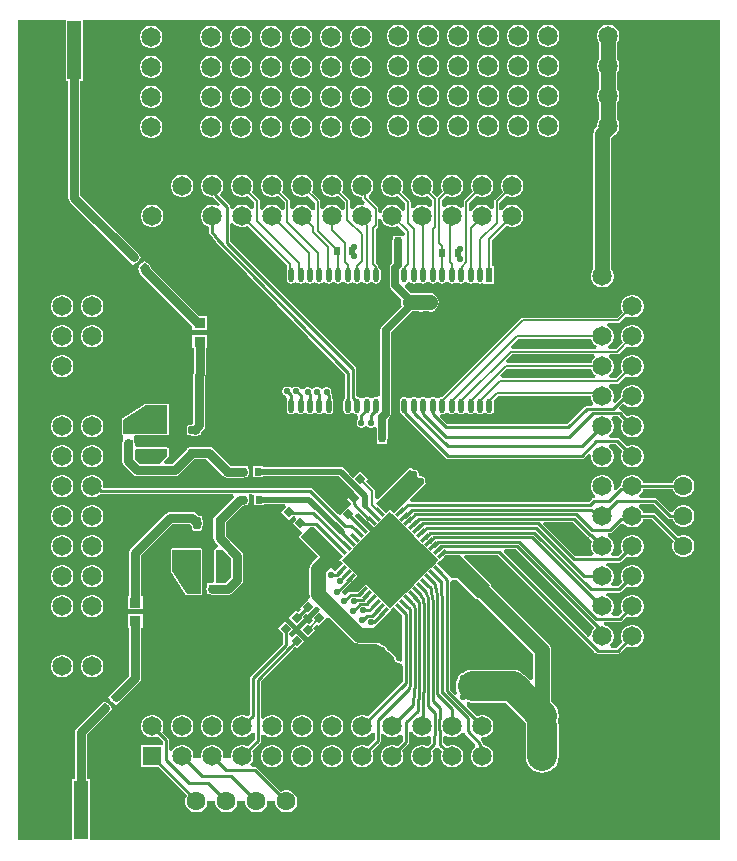
<source format=gtl>
G04*
G04 #@! TF.GenerationSoftware,Altium Limited,Altium Designer,23.2.1 (34)*
G04*
G04 Layer_Physical_Order=1*
G04 Layer_Color=255*
%FSLAX44Y44*%
%MOMM*%
G71*
G04*
G04 #@! TF.SameCoordinates,ABC1B65B-6388-4075-88A0-289E2620619A*
G04*
G04*
G04 #@! TF.FilePolarity,Positive*
G04*
G01*
G75*
%ADD13C,0.2540*%
%ADD18R,1.2000X5.0000*%
%ADD19R,1.6000X5.0000*%
%ADD20R,0.9700X0.9000*%
G04:AMPARAMS|DCode=21|XSize=0.7mm|YSize=0.6mm|CornerRadius=0mm|HoleSize=0mm|Usage=FLASHONLY|Rotation=45.000|XOffset=0mm|YOffset=0mm|HoleType=Round|Shape=Rectangle|*
%AMROTATEDRECTD21*
4,1,4,-0.0354,-0.4596,-0.4596,-0.0354,0.0354,0.4596,0.4596,0.0354,-0.0354,-0.4596,0.0*
%
%ADD21ROTATEDRECTD21*%

G04:AMPARAMS|DCode=22|XSize=0.7mm|YSize=0.6mm|CornerRadius=0mm|HoleSize=0mm|Usage=FLASHONLY|Rotation=135.000|XOffset=0mm|YOffset=0mm|HoleType=Round|Shape=Rectangle|*
%AMROTATEDRECTD22*
4,1,4,0.4596,-0.0354,0.0354,-0.4596,-0.4596,0.0354,-0.0354,0.4596,0.4596,-0.0354,0.0*
%
%ADD22ROTATEDRECTD22*%

%ADD23R,0.6000X0.7000*%
%ADD24R,0.7000X0.6000*%
%ADD25P,7.9196X4X90.0*%
G04:AMPARAMS|DCode=26|XSize=0.85mm|YSize=0.3mm|CornerRadius=0mm|HoleSize=0mm|Usage=FLASHONLY|Rotation=315.000|XOffset=0mm|YOffset=0mm|HoleType=Round|Shape=Rectangle|*
%AMROTATEDRECTD26*
4,1,4,-0.4066,0.1945,-0.1945,0.4066,0.4066,-0.1945,0.1945,-0.4066,-0.4066,0.1945,0.0*
%
%ADD26ROTATEDRECTD26*%

G04:AMPARAMS|DCode=27|XSize=0.85mm|YSize=0.3mm|CornerRadius=0mm|HoleSize=0mm|Usage=FLASHONLY|Rotation=45.000|XOffset=0mm|YOffset=0mm|HoleType=Round|Shape=Rectangle|*
%AMROTATEDRECTD27*
4,1,4,-0.1945,-0.4066,-0.4066,-0.1945,0.1945,0.4066,0.4066,0.1945,-0.1945,-0.4066,0.0*
%
%ADD27ROTATEDRECTD27*%

%ADD28O,0.4858X1.2056*%
%ADD29R,0.4858X1.2056*%
G04:AMPARAMS|DCode=30|XSize=0.6mm|YSize=1mm|CornerRadius=0.051mm|HoleSize=0mm|Usage=FLASHONLY|Rotation=270.000|XOffset=0mm|YOffset=0mm|HoleType=Round|Shape=RoundedRectangle|*
%AMROUNDEDRECTD30*
21,1,0.6000,0.8980,0,0,270.0*
21,1,0.4980,1.0000,0,0,270.0*
1,1,0.1020,-0.4490,-0.2490*
1,1,0.1020,-0.4490,0.2490*
1,1,0.1020,0.4490,0.2490*
1,1,0.1020,0.4490,-0.2490*
%
%ADD30ROUNDEDRECTD30*%
G04:AMPARAMS|DCode=31|XSize=0.6mm|YSize=1mm|CornerRadius=0.051mm|HoleSize=0mm|Usage=FLASHONLY|Rotation=0.000|XOffset=0mm|YOffset=0mm|HoleType=Round|Shape=RoundedRectangle|*
%AMROUNDEDRECTD31*
21,1,0.6000,0.8980,0,0,0.0*
21,1,0.4980,1.0000,0,0,0.0*
1,1,0.1020,0.2490,-0.4490*
1,1,0.1020,-0.2490,-0.4490*
1,1,0.1020,-0.2490,0.4490*
1,1,0.1020,0.2490,0.4490*
%
%ADD31ROUNDEDRECTD31*%
%ADD52C,1.2700*%
%ADD53C,2.5400*%
%ADD54C,0.6350*%
%ADD55C,0.7500*%
%ADD56C,0.2032*%
%ADD57C,0.5230*%
%ADD58C,1.6500*%
%ADD59R,1.6500X1.6500*%
%ADD60R,1.6500X1.6500*%
%ADD61C,1.6000*%
%ADD62R,1.6000X1.6000*%
%ADD63R,1.6000X1.6000*%
%ADD64C,0.5600*%
%ADD65C,1.2700*%
G36*
X597147Y2824D02*
X63770D01*
Y54870D01*
X61618D01*
Y92353D01*
X80454Y111189D01*
X81446Y112674D01*
X83227Y114454D01*
X81725Y115957D01*
X81564Y116767D01*
X80454Y118427D01*
X78794Y119537D01*
X77984Y119698D01*
X76481Y121200D01*
X74700Y119419D01*
X73216Y118427D01*
X52881Y98092D01*
X51771Y96432D01*
X51382Y94473D01*
Y54870D01*
X49230D01*
Y2824D01*
X2824D01*
Y697176D01*
X43705D01*
Y645738D01*
X45856D01*
Y546814D01*
X46246Y544856D01*
X47355Y543195D01*
X97526Y493025D01*
X99011Y492033D01*
X100792Y490252D01*
X102294Y491754D01*
X103104Y491915D01*
X104764Y493025D01*
X105874Y494685D01*
X106035Y495495D01*
X107537Y496997D01*
X105757Y498778D01*
X104764Y500263D01*
X56093Y548934D01*
Y645738D01*
X58245D01*
Y697176D01*
X597147D01*
Y2824D01*
D02*
G37*
%LPC*%
G36*
X453253Y693520D02*
X450747D01*
X448325Y692871D01*
X446155Y691618D01*
X444382Y689845D01*
X443129Y687675D01*
X442480Y685253D01*
Y682747D01*
X443129Y680325D01*
X444382Y678155D01*
X446155Y676382D01*
X448325Y675129D01*
X450747Y674480D01*
X453253D01*
X455675Y675129D01*
X457845Y676382D01*
X459618Y678155D01*
X460871Y680325D01*
X461520Y682747D01*
Y685253D01*
X460871Y687675D01*
X459618Y689845D01*
X457845Y691618D01*
X455675Y692871D01*
X453253Y693520D01*
D02*
G37*
G36*
X427853D02*
X425347D01*
X422925Y692871D01*
X420755Y691618D01*
X418982Y689845D01*
X417729Y687675D01*
X417080Y685253D01*
Y682747D01*
X417729Y680325D01*
X418982Y678155D01*
X420755Y676382D01*
X422925Y675129D01*
X425347Y674480D01*
X427853D01*
X430275Y675129D01*
X432445Y676382D01*
X434218Y678155D01*
X435471Y680325D01*
X436120Y682747D01*
Y685253D01*
X435471Y687675D01*
X434218Y689845D01*
X432445Y691618D01*
X430275Y692871D01*
X427853Y693520D01*
D02*
G37*
G36*
X402453D02*
X399947D01*
X397525Y692871D01*
X395355Y691618D01*
X393582Y689845D01*
X392329Y687675D01*
X391680Y685253D01*
Y682747D01*
X392329Y680325D01*
X393582Y678155D01*
X395355Y676382D01*
X397525Y675129D01*
X399947Y674480D01*
X402453D01*
X404875Y675129D01*
X407045Y676382D01*
X408818Y678155D01*
X410071Y680325D01*
X410720Y682747D01*
Y685253D01*
X410071Y687675D01*
X408818Y689845D01*
X407045Y691618D01*
X404875Y692871D01*
X402453Y693520D01*
D02*
G37*
G36*
X377053D02*
X374547D01*
X372125Y692871D01*
X369955Y691618D01*
X368182Y689845D01*
X366929Y687675D01*
X366280Y685253D01*
Y682747D01*
X366929Y680325D01*
X368182Y678155D01*
X369955Y676382D01*
X372125Y675129D01*
X374547Y674480D01*
X377053D01*
X379475Y675129D01*
X381645Y676382D01*
X383418Y678155D01*
X384671Y680325D01*
X385320Y682747D01*
Y685253D01*
X384671Y687675D01*
X383418Y689845D01*
X381645Y691618D01*
X379475Y692871D01*
X377053Y693520D01*
D02*
G37*
G36*
X351653D02*
X349147D01*
X346725Y692871D01*
X344555Y691618D01*
X342782Y689845D01*
X341529Y687675D01*
X340880Y685253D01*
Y682747D01*
X341529Y680325D01*
X342782Y678155D01*
X344555Y676382D01*
X346725Y675129D01*
X349147Y674480D01*
X351653D01*
X354075Y675129D01*
X356245Y676382D01*
X358018Y678155D01*
X359271Y680325D01*
X359920Y682747D01*
Y685253D01*
X359271Y687675D01*
X358018Y689845D01*
X356245Y691618D01*
X354075Y692871D01*
X351653Y693520D01*
D02*
G37*
G36*
X326253D02*
X323747D01*
X321325Y692871D01*
X319155Y691618D01*
X317382Y689845D01*
X316129Y687675D01*
X315480Y685253D01*
Y682747D01*
X316129Y680325D01*
X317382Y678155D01*
X319155Y676382D01*
X321325Y675129D01*
X323747Y674480D01*
X326253D01*
X328675Y675129D01*
X330845Y676382D01*
X332618Y678155D01*
X333871Y680325D01*
X334520Y682747D01*
Y685253D01*
X333871Y687675D01*
X332618Y689845D01*
X330845Y691618D01*
X328675Y692871D01*
X326253Y693520D01*
D02*
G37*
G36*
X295053Y692720D02*
X292547D01*
X290125Y692071D01*
X287955Y690818D01*
X286182Y689045D01*
X284929Y686875D01*
X284280Y684453D01*
Y681947D01*
X284929Y679525D01*
X286182Y677355D01*
X287955Y675582D01*
X290125Y674329D01*
X292547Y673680D01*
X295053D01*
X297475Y674329D01*
X299645Y675582D01*
X301418Y677355D01*
X302671Y679525D01*
X303320Y681947D01*
Y684453D01*
X302671Y686875D01*
X301418Y689045D01*
X299645Y690818D01*
X297475Y692071D01*
X295053Y692720D01*
D02*
G37*
G36*
X269653D02*
X267147D01*
X264725Y692071D01*
X262555Y690818D01*
X260782Y689045D01*
X259529Y686875D01*
X258880Y684453D01*
Y681947D01*
X259529Y679525D01*
X260782Y677355D01*
X262555Y675582D01*
X264725Y674329D01*
X267147Y673680D01*
X269653D01*
X272075Y674329D01*
X274245Y675582D01*
X276018Y677355D01*
X277271Y679525D01*
X277920Y681947D01*
Y684453D01*
X277271Y686875D01*
X276018Y689045D01*
X274245Y690818D01*
X272075Y692071D01*
X269653Y692720D01*
D02*
G37*
G36*
X244253D02*
X241747D01*
X239325Y692071D01*
X237155Y690818D01*
X235382Y689045D01*
X234129Y686875D01*
X233480Y684453D01*
Y681947D01*
X234129Y679525D01*
X235382Y677355D01*
X237155Y675582D01*
X239325Y674329D01*
X241747Y673680D01*
X244253D01*
X246675Y674329D01*
X248845Y675582D01*
X250618Y677355D01*
X251871Y679525D01*
X252520Y681947D01*
Y684453D01*
X251871Y686875D01*
X250618Y689045D01*
X248845Y690818D01*
X246675Y692071D01*
X244253Y692720D01*
D02*
G37*
G36*
X218853D02*
X216347D01*
X213925Y692071D01*
X211755Y690818D01*
X209982Y689045D01*
X208729Y686875D01*
X208080Y684453D01*
Y681947D01*
X208729Y679525D01*
X209982Y677355D01*
X211755Y675582D01*
X213925Y674329D01*
X216347Y673680D01*
X218853D01*
X221275Y674329D01*
X223445Y675582D01*
X225218Y677355D01*
X226471Y679525D01*
X227120Y681947D01*
Y684453D01*
X226471Y686875D01*
X225218Y689045D01*
X223445Y690818D01*
X221275Y692071D01*
X218853Y692720D01*
D02*
G37*
G36*
X193453D02*
X190947D01*
X188525Y692071D01*
X186355Y690818D01*
X184582Y689045D01*
X183329Y686875D01*
X182680Y684453D01*
Y681947D01*
X183329Y679525D01*
X184582Y677355D01*
X186355Y675582D01*
X188525Y674329D01*
X190947Y673680D01*
X193453D01*
X195875Y674329D01*
X198045Y675582D01*
X199818Y677355D01*
X201071Y679525D01*
X201720Y681947D01*
Y684453D01*
X201071Y686875D01*
X199818Y689045D01*
X198045Y690818D01*
X195875Y692071D01*
X193453Y692720D01*
D02*
G37*
G36*
X168053D02*
X165547D01*
X163125Y692071D01*
X160955Y690818D01*
X159182Y689045D01*
X157929Y686875D01*
X157280Y684453D01*
Y681947D01*
X157929Y679525D01*
X159182Y677355D01*
X160955Y675582D01*
X163125Y674329D01*
X165547Y673680D01*
X168053D01*
X170475Y674329D01*
X172645Y675582D01*
X174418Y677355D01*
X175671Y679525D01*
X176320Y681947D01*
Y684453D01*
X175671Y686875D01*
X174418Y689045D01*
X172645Y690818D01*
X170475Y692071D01*
X168053Y692720D01*
D02*
G37*
G36*
X117253D02*
X114747D01*
X112325Y692071D01*
X110155Y690818D01*
X108382Y689045D01*
X107129Y686875D01*
X106480Y684453D01*
Y681947D01*
X107129Y679525D01*
X108382Y677355D01*
X110155Y675582D01*
X112325Y674329D01*
X114747Y673680D01*
X117253D01*
X119675Y674329D01*
X121845Y675582D01*
X123618Y677355D01*
X124871Y679525D01*
X125520Y681947D01*
Y684453D01*
X124871Y686875D01*
X123618Y689045D01*
X121845Y690818D01*
X119675Y692071D01*
X117253Y692720D01*
D02*
G37*
G36*
X453253Y668120D02*
X450747D01*
X448325Y667471D01*
X446155Y666218D01*
X444382Y664445D01*
X443129Y662275D01*
X442480Y659853D01*
Y657347D01*
X443129Y654925D01*
X444382Y652755D01*
X446155Y650982D01*
X448325Y649729D01*
X450747Y649080D01*
X453253D01*
X455675Y649729D01*
X457845Y650982D01*
X459618Y652755D01*
X460871Y654925D01*
X461520Y657347D01*
Y659853D01*
X460871Y662275D01*
X459618Y664445D01*
X457845Y666218D01*
X455675Y667471D01*
X453253Y668120D01*
D02*
G37*
G36*
X427853D02*
X425347D01*
X422925Y667471D01*
X420755Y666218D01*
X418982Y664445D01*
X417729Y662275D01*
X417080Y659853D01*
Y657347D01*
X417729Y654925D01*
X418982Y652755D01*
X420755Y650982D01*
X422925Y649729D01*
X425347Y649080D01*
X427853D01*
X430275Y649729D01*
X432445Y650982D01*
X434218Y652755D01*
X435471Y654925D01*
X436120Y657347D01*
Y659853D01*
X435471Y662275D01*
X434218Y664445D01*
X432445Y666218D01*
X430275Y667471D01*
X427853Y668120D01*
D02*
G37*
G36*
X402453D02*
X399947D01*
X397525Y667471D01*
X395355Y666218D01*
X393582Y664445D01*
X392329Y662275D01*
X391680Y659853D01*
Y657347D01*
X392329Y654925D01*
X393582Y652755D01*
X395355Y650982D01*
X397525Y649729D01*
X399947Y649080D01*
X402453D01*
X404875Y649729D01*
X407045Y650982D01*
X408818Y652755D01*
X410071Y654925D01*
X410720Y657347D01*
Y659853D01*
X410071Y662275D01*
X408818Y664445D01*
X407045Y666218D01*
X404875Y667471D01*
X402453Y668120D01*
D02*
G37*
G36*
X377053D02*
X374547D01*
X372125Y667471D01*
X369955Y666218D01*
X368182Y664445D01*
X366929Y662275D01*
X366280Y659853D01*
Y657347D01*
X366929Y654925D01*
X368182Y652755D01*
X369955Y650982D01*
X372125Y649729D01*
X374547Y649080D01*
X377053D01*
X379475Y649729D01*
X381645Y650982D01*
X383418Y652755D01*
X384671Y654925D01*
X385320Y657347D01*
Y659853D01*
X384671Y662275D01*
X383418Y664445D01*
X381645Y666218D01*
X379475Y667471D01*
X377053Y668120D01*
D02*
G37*
G36*
X351653D02*
X349147D01*
X346725Y667471D01*
X344555Y666218D01*
X342782Y664445D01*
X341529Y662275D01*
X340880Y659853D01*
Y657347D01*
X341529Y654925D01*
X342782Y652755D01*
X344555Y650982D01*
X346725Y649729D01*
X349147Y649080D01*
X351653D01*
X354075Y649729D01*
X356245Y650982D01*
X358018Y652755D01*
X359271Y654925D01*
X359920Y657347D01*
Y659853D01*
X359271Y662275D01*
X358018Y664445D01*
X356245Y666218D01*
X354075Y667471D01*
X351653Y668120D01*
D02*
G37*
G36*
X326253D02*
X323747D01*
X321325Y667471D01*
X319155Y666218D01*
X317382Y664445D01*
X316129Y662275D01*
X315480Y659853D01*
Y657347D01*
X316129Y654925D01*
X317382Y652755D01*
X319155Y650982D01*
X321325Y649729D01*
X323747Y649080D01*
X326253D01*
X328675Y649729D01*
X330845Y650982D01*
X332618Y652755D01*
X333871Y654925D01*
X334520Y657347D01*
Y659853D01*
X333871Y662275D01*
X332618Y664445D01*
X330845Y666218D01*
X328675Y667471D01*
X326253Y668120D01*
D02*
G37*
G36*
X295053Y667320D02*
X292547D01*
X290125Y666671D01*
X287955Y665418D01*
X286182Y663645D01*
X284929Y661475D01*
X284280Y659053D01*
Y656547D01*
X284929Y654125D01*
X286182Y651955D01*
X287955Y650182D01*
X290125Y648929D01*
X292547Y648280D01*
X295053D01*
X297475Y648929D01*
X299645Y650182D01*
X301418Y651955D01*
X302671Y654125D01*
X303320Y656547D01*
Y659053D01*
X302671Y661475D01*
X301418Y663645D01*
X299645Y665418D01*
X297475Y666671D01*
X295053Y667320D01*
D02*
G37*
G36*
X269653D02*
X267147D01*
X264725Y666671D01*
X262555Y665418D01*
X260782Y663645D01*
X259529Y661475D01*
X258880Y659053D01*
Y656547D01*
X259529Y654125D01*
X260782Y651955D01*
X262555Y650182D01*
X264725Y648929D01*
X267147Y648280D01*
X269653D01*
X272075Y648929D01*
X274245Y650182D01*
X276018Y651955D01*
X277271Y654125D01*
X277920Y656547D01*
Y659053D01*
X277271Y661475D01*
X276018Y663645D01*
X274245Y665418D01*
X272075Y666671D01*
X269653Y667320D01*
D02*
G37*
G36*
X244253D02*
X241747D01*
X239325Y666671D01*
X237155Y665418D01*
X235382Y663645D01*
X234129Y661475D01*
X233480Y659053D01*
Y656547D01*
X234129Y654125D01*
X235382Y651955D01*
X237155Y650182D01*
X239325Y648929D01*
X241747Y648280D01*
X244253D01*
X246675Y648929D01*
X248845Y650182D01*
X250618Y651955D01*
X251871Y654125D01*
X252520Y656547D01*
Y659053D01*
X251871Y661475D01*
X250618Y663645D01*
X248845Y665418D01*
X246675Y666671D01*
X244253Y667320D01*
D02*
G37*
G36*
X218853D02*
X216347D01*
X213925Y666671D01*
X211755Y665418D01*
X209982Y663645D01*
X208729Y661475D01*
X208080Y659053D01*
Y656547D01*
X208729Y654125D01*
X209982Y651955D01*
X211755Y650182D01*
X213925Y648929D01*
X216347Y648280D01*
X218853D01*
X221275Y648929D01*
X223445Y650182D01*
X225218Y651955D01*
X226471Y654125D01*
X227120Y656547D01*
Y659053D01*
X226471Y661475D01*
X225218Y663645D01*
X223445Y665418D01*
X221275Y666671D01*
X218853Y667320D01*
D02*
G37*
G36*
X193453D02*
X190947D01*
X188525Y666671D01*
X186355Y665418D01*
X184582Y663645D01*
X183329Y661475D01*
X182680Y659053D01*
Y656547D01*
X183329Y654125D01*
X184582Y651955D01*
X186355Y650182D01*
X188525Y648929D01*
X190947Y648280D01*
X193453D01*
X195875Y648929D01*
X198045Y650182D01*
X199818Y651955D01*
X201071Y654125D01*
X201720Y656547D01*
Y659053D01*
X201071Y661475D01*
X199818Y663645D01*
X198045Y665418D01*
X195875Y666671D01*
X193453Y667320D01*
D02*
G37*
G36*
X168053D02*
X165547D01*
X163125Y666671D01*
X160955Y665418D01*
X159182Y663645D01*
X157929Y661475D01*
X157280Y659053D01*
Y656547D01*
X157929Y654125D01*
X159182Y651955D01*
X160955Y650182D01*
X163125Y648929D01*
X165547Y648280D01*
X168053D01*
X170475Y648929D01*
X172645Y650182D01*
X174418Y651955D01*
X175671Y654125D01*
X176320Y656547D01*
Y659053D01*
X175671Y661475D01*
X174418Y663645D01*
X172645Y665418D01*
X170475Y666671D01*
X168053Y667320D01*
D02*
G37*
G36*
X117253D02*
X114747D01*
X112325Y666671D01*
X110155Y665418D01*
X108382Y663645D01*
X107129Y661475D01*
X106480Y659053D01*
Y656547D01*
X107129Y654125D01*
X108382Y651955D01*
X110155Y650182D01*
X112325Y648929D01*
X114747Y648280D01*
X117253D01*
X119675Y648929D01*
X121845Y650182D01*
X123618Y651955D01*
X124871Y654125D01*
X125520Y656547D01*
Y659053D01*
X124871Y661475D01*
X123618Y663645D01*
X121845Y665418D01*
X119675Y666671D01*
X117253Y667320D01*
D02*
G37*
G36*
X453253Y642720D02*
X450747D01*
X448325Y642071D01*
X446155Y640818D01*
X444382Y639045D01*
X443129Y636875D01*
X442480Y634453D01*
Y631947D01*
X443129Y629525D01*
X444382Y627355D01*
X446155Y625582D01*
X448325Y624329D01*
X450747Y623680D01*
X453253D01*
X455675Y624329D01*
X457845Y625582D01*
X459618Y627355D01*
X460871Y629525D01*
X461520Y631947D01*
Y634453D01*
X460871Y636875D01*
X459618Y639045D01*
X457845Y640818D01*
X455675Y642071D01*
X453253Y642720D01*
D02*
G37*
G36*
X427853D02*
X425347D01*
X422925Y642071D01*
X420755Y640818D01*
X418982Y639045D01*
X417729Y636875D01*
X417080Y634453D01*
Y631947D01*
X417729Y629525D01*
X418982Y627355D01*
X420755Y625582D01*
X422925Y624329D01*
X425347Y623680D01*
X427853D01*
X430275Y624329D01*
X432445Y625582D01*
X434218Y627355D01*
X435471Y629525D01*
X436120Y631947D01*
Y634453D01*
X435471Y636875D01*
X434218Y639045D01*
X432445Y640818D01*
X430275Y642071D01*
X427853Y642720D01*
D02*
G37*
G36*
X402453D02*
X399947D01*
X397525Y642071D01*
X395355Y640818D01*
X393582Y639045D01*
X392329Y636875D01*
X391680Y634453D01*
Y631947D01*
X392329Y629525D01*
X393582Y627355D01*
X395355Y625582D01*
X397525Y624329D01*
X399947Y623680D01*
X402453D01*
X404875Y624329D01*
X407045Y625582D01*
X408818Y627355D01*
X410071Y629525D01*
X410720Y631947D01*
Y634453D01*
X410071Y636875D01*
X408818Y639045D01*
X407045Y640818D01*
X404875Y642071D01*
X402453Y642720D01*
D02*
G37*
G36*
X377053D02*
X374547D01*
X372125Y642071D01*
X369955Y640818D01*
X368182Y639045D01*
X366929Y636875D01*
X366280Y634453D01*
Y631947D01*
X366929Y629525D01*
X368182Y627355D01*
X369955Y625582D01*
X372125Y624329D01*
X374547Y623680D01*
X377053D01*
X379475Y624329D01*
X381645Y625582D01*
X383418Y627355D01*
X384671Y629525D01*
X385320Y631947D01*
Y634453D01*
X384671Y636875D01*
X383418Y639045D01*
X381645Y640818D01*
X379475Y642071D01*
X377053Y642720D01*
D02*
G37*
G36*
X351653D02*
X349147D01*
X346725Y642071D01*
X344555Y640818D01*
X342782Y639045D01*
X341529Y636875D01*
X340880Y634453D01*
Y631947D01*
X341529Y629525D01*
X342782Y627355D01*
X344555Y625582D01*
X346725Y624329D01*
X349147Y623680D01*
X351653D01*
X354075Y624329D01*
X356245Y625582D01*
X358018Y627355D01*
X359271Y629525D01*
X359920Y631947D01*
Y634453D01*
X359271Y636875D01*
X358018Y639045D01*
X356245Y640818D01*
X354075Y642071D01*
X351653Y642720D01*
D02*
G37*
G36*
X326253D02*
X323747D01*
X321325Y642071D01*
X319155Y640818D01*
X317382Y639045D01*
X316129Y636875D01*
X315480Y634453D01*
Y631947D01*
X316129Y629525D01*
X317382Y627355D01*
X319155Y625582D01*
X321325Y624329D01*
X323747Y623680D01*
X326253D01*
X328675Y624329D01*
X330845Y625582D01*
X332618Y627355D01*
X333871Y629525D01*
X334520Y631947D01*
Y634453D01*
X333871Y636875D01*
X332618Y639045D01*
X330845Y640818D01*
X328675Y642071D01*
X326253Y642720D01*
D02*
G37*
G36*
X295053Y641920D02*
X292547D01*
X290125Y641271D01*
X287955Y640018D01*
X286182Y638245D01*
X284929Y636075D01*
X284280Y633653D01*
Y631147D01*
X284929Y628725D01*
X286182Y626555D01*
X287955Y624782D01*
X290125Y623529D01*
X292547Y622880D01*
X295053D01*
X297475Y623529D01*
X299645Y624782D01*
X301418Y626555D01*
X302671Y628725D01*
X303320Y631147D01*
Y633653D01*
X302671Y636075D01*
X301418Y638245D01*
X299645Y640018D01*
X297475Y641271D01*
X295053Y641920D01*
D02*
G37*
G36*
X269653D02*
X267147D01*
X264725Y641271D01*
X262555Y640018D01*
X260782Y638245D01*
X259529Y636075D01*
X258880Y633653D01*
Y631147D01*
X259529Y628725D01*
X260782Y626555D01*
X262555Y624782D01*
X264725Y623529D01*
X267147Y622880D01*
X269653D01*
X272075Y623529D01*
X274245Y624782D01*
X276018Y626555D01*
X277271Y628725D01*
X277920Y631147D01*
Y633653D01*
X277271Y636075D01*
X276018Y638245D01*
X274245Y640018D01*
X272075Y641271D01*
X269653Y641920D01*
D02*
G37*
G36*
X244253D02*
X241747D01*
X239325Y641271D01*
X237155Y640018D01*
X235382Y638245D01*
X234129Y636075D01*
X233480Y633653D01*
Y631147D01*
X234129Y628725D01*
X235382Y626555D01*
X237155Y624782D01*
X239325Y623529D01*
X241747Y622880D01*
X244253D01*
X246675Y623529D01*
X248845Y624782D01*
X250618Y626555D01*
X251871Y628725D01*
X252520Y631147D01*
Y633653D01*
X251871Y636075D01*
X250618Y638245D01*
X248845Y640018D01*
X246675Y641271D01*
X244253Y641920D01*
D02*
G37*
G36*
X218853D02*
X216347D01*
X213925Y641271D01*
X211755Y640018D01*
X209982Y638245D01*
X208729Y636075D01*
X208080Y633653D01*
Y631147D01*
X208729Y628725D01*
X209982Y626555D01*
X211755Y624782D01*
X213925Y623529D01*
X216347Y622880D01*
X218853D01*
X221275Y623529D01*
X223445Y624782D01*
X225218Y626555D01*
X226471Y628725D01*
X227120Y631147D01*
Y633653D01*
X226471Y636075D01*
X225218Y638245D01*
X223445Y640018D01*
X221275Y641271D01*
X218853Y641920D01*
D02*
G37*
G36*
X193453D02*
X190947D01*
X188525Y641271D01*
X186355Y640018D01*
X184582Y638245D01*
X183329Y636075D01*
X182680Y633653D01*
Y631147D01*
X183329Y628725D01*
X184582Y626555D01*
X186355Y624782D01*
X188525Y623529D01*
X190947Y622880D01*
X193453D01*
X195875Y623529D01*
X198045Y624782D01*
X199818Y626555D01*
X201071Y628725D01*
X201720Y631147D01*
Y633653D01*
X201071Y636075D01*
X199818Y638245D01*
X198045Y640018D01*
X195875Y641271D01*
X193453Y641920D01*
D02*
G37*
G36*
X168053D02*
X165547D01*
X163125Y641271D01*
X160955Y640018D01*
X159182Y638245D01*
X157929Y636075D01*
X157280Y633653D01*
Y631147D01*
X157929Y628725D01*
X159182Y626555D01*
X160955Y624782D01*
X163125Y623529D01*
X165547Y622880D01*
X168053D01*
X170475Y623529D01*
X172645Y624782D01*
X174418Y626555D01*
X175671Y628725D01*
X176320Y631147D01*
Y633653D01*
X175671Y636075D01*
X174418Y638245D01*
X172645Y640018D01*
X170475Y641271D01*
X168053Y641920D01*
D02*
G37*
G36*
X117253D02*
X114747D01*
X112325Y641271D01*
X110155Y640018D01*
X108382Y638245D01*
X107129Y636075D01*
X106480Y633653D01*
Y631147D01*
X107129Y628725D01*
X108382Y626555D01*
X110155Y624782D01*
X112325Y623529D01*
X114747Y622880D01*
X117253D01*
X119675Y623529D01*
X121845Y624782D01*
X123618Y626555D01*
X124871Y628725D01*
X125520Y631147D01*
Y633653D01*
X124871Y636075D01*
X123618Y638245D01*
X121845Y640018D01*
X119675Y641271D01*
X117253Y641920D01*
D02*
G37*
G36*
X453253Y617320D02*
X450747D01*
X448325Y616671D01*
X446155Y615418D01*
X444382Y613645D01*
X443129Y611475D01*
X442480Y609053D01*
Y606547D01*
X443129Y604125D01*
X444382Y601955D01*
X446155Y600182D01*
X448325Y598929D01*
X450747Y598280D01*
X453253D01*
X455675Y598929D01*
X457845Y600182D01*
X459618Y601955D01*
X460871Y604125D01*
X461520Y606547D01*
Y609053D01*
X460871Y611475D01*
X459618Y613645D01*
X457845Y615418D01*
X455675Y616671D01*
X453253Y617320D01*
D02*
G37*
G36*
X427853D02*
X425347D01*
X422925Y616671D01*
X420755Y615418D01*
X418982Y613645D01*
X417729Y611475D01*
X417080Y609053D01*
Y606547D01*
X417729Y604125D01*
X418982Y601955D01*
X420755Y600182D01*
X422925Y598929D01*
X425347Y598280D01*
X427853D01*
X430275Y598929D01*
X432445Y600182D01*
X434218Y601955D01*
X435471Y604125D01*
X436120Y606547D01*
Y609053D01*
X435471Y611475D01*
X434218Y613645D01*
X432445Y615418D01*
X430275Y616671D01*
X427853Y617320D01*
D02*
G37*
G36*
X402453D02*
X399947D01*
X397525Y616671D01*
X395355Y615418D01*
X393582Y613645D01*
X392329Y611475D01*
X391680Y609053D01*
Y606547D01*
X392329Y604125D01*
X393582Y601955D01*
X395355Y600182D01*
X397525Y598929D01*
X399947Y598280D01*
X402453D01*
X404875Y598929D01*
X407045Y600182D01*
X408818Y601955D01*
X410071Y604125D01*
X410720Y606547D01*
Y609053D01*
X410071Y611475D01*
X408818Y613645D01*
X407045Y615418D01*
X404875Y616671D01*
X402453Y617320D01*
D02*
G37*
G36*
X377053D02*
X374547D01*
X372125Y616671D01*
X369955Y615418D01*
X368182Y613645D01*
X366929Y611475D01*
X366280Y609053D01*
Y606547D01*
X366929Y604125D01*
X368182Y601955D01*
X369955Y600182D01*
X372125Y598929D01*
X374547Y598280D01*
X377053D01*
X379475Y598929D01*
X381645Y600182D01*
X383418Y601955D01*
X384671Y604125D01*
X385320Y606547D01*
Y609053D01*
X384671Y611475D01*
X383418Y613645D01*
X381645Y615418D01*
X379475Y616671D01*
X377053Y617320D01*
D02*
G37*
G36*
X351653D02*
X349147D01*
X346725Y616671D01*
X344555Y615418D01*
X342782Y613645D01*
X341529Y611475D01*
X340880Y609053D01*
Y606547D01*
X341529Y604125D01*
X342782Y601955D01*
X344555Y600182D01*
X346725Y598929D01*
X349147Y598280D01*
X351653D01*
X354075Y598929D01*
X356245Y600182D01*
X358018Y601955D01*
X359271Y604125D01*
X359920Y606547D01*
Y609053D01*
X359271Y611475D01*
X358018Y613645D01*
X356245Y615418D01*
X354075Y616671D01*
X351653Y617320D01*
D02*
G37*
G36*
X326253D02*
X323747D01*
X321325Y616671D01*
X319155Y615418D01*
X317382Y613645D01*
X316129Y611475D01*
X315480Y609053D01*
Y606547D01*
X316129Y604125D01*
X317382Y601955D01*
X319155Y600182D01*
X321325Y598929D01*
X323747Y598280D01*
X326253D01*
X328675Y598929D01*
X330845Y600182D01*
X332618Y601955D01*
X333871Y604125D01*
X334520Y606547D01*
Y609053D01*
X333871Y611475D01*
X332618Y613645D01*
X330845Y615418D01*
X328675Y616671D01*
X326253Y617320D01*
D02*
G37*
G36*
X295053Y616520D02*
X292547D01*
X290125Y615871D01*
X287955Y614618D01*
X286182Y612845D01*
X284929Y610675D01*
X284280Y608253D01*
Y605747D01*
X284929Y603325D01*
X286182Y601155D01*
X287955Y599382D01*
X290125Y598129D01*
X292547Y597480D01*
X295053D01*
X297475Y598129D01*
X299645Y599382D01*
X301418Y601155D01*
X302671Y603325D01*
X303320Y605747D01*
Y608253D01*
X302671Y610675D01*
X301418Y612845D01*
X299645Y614618D01*
X297475Y615871D01*
X295053Y616520D01*
D02*
G37*
G36*
X269653D02*
X267147D01*
X264725Y615871D01*
X262555Y614618D01*
X260782Y612845D01*
X259529Y610675D01*
X258880Y608253D01*
Y605747D01*
X259529Y603325D01*
X260782Y601155D01*
X262555Y599382D01*
X264725Y598129D01*
X267147Y597480D01*
X269653D01*
X272075Y598129D01*
X274245Y599382D01*
X276018Y601155D01*
X277271Y603325D01*
X277920Y605747D01*
Y608253D01*
X277271Y610675D01*
X276018Y612845D01*
X274245Y614618D01*
X272075Y615871D01*
X269653Y616520D01*
D02*
G37*
G36*
X244253D02*
X241747D01*
X239325Y615871D01*
X237155Y614618D01*
X235382Y612845D01*
X234129Y610675D01*
X233480Y608253D01*
Y605747D01*
X234129Y603325D01*
X235382Y601155D01*
X237155Y599382D01*
X239325Y598129D01*
X241747Y597480D01*
X244253D01*
X246675Y598129D01*
X248845Y599382D01*
X250618Y601155D01*
X251871Y603325D01*
X252520Y605747D01*
Y608253D01*
X251871Y610675D01*
X250618Y612845D01*
X248845Y614618D01*
X246675Y615871D01*
X244253Y616520D01*
D02*
G37*
G36*
X218853D02*
X216347D01*
X213925Y615871D01*
X211755Y614618D01*
X209982Y612845D01*
X208729Y610675D01*
X208080Y608253D01*
Y605747D01*
X208729Y603325D01*
X209982Y601155D01*
X211755Y599382D01*
X213925Y598129D01*
X216347Y597480D01*
X218853D01*
X221275Y598129D01*
X223445Y599382D01*
X225218Y601155D01*
X226471Y603325D01*
X227120Y605747D01*
Y608253D01*
X226471Y610675D01*
X225218Y612845D01*
X223445Y614618D01*
X221275Y615871D01*
X218853Y616520D01*
D02*
G37*
G36*
X193453D02*
X190947D01*
X188525Y615871D01*
X186355Y614618D01*
X184582Y612845D01*
X183329Y610675D01*
X182680Y608253D01*
Y605747D01*
X183329Y603325D01*
X184582Y601155D01*
X186355Y599382D01*
X188525Y598129D01*
X190947Y597480D01*
X193453D01*
X195875Y598129D01*
X198045Y599382D01*
X199818Y601155D01*
X201071Y603325D01*
X201720Y605747D01*
Y608253D01*
X201071Y610675D01*
X199818Y612845D01*
X198045Y614618D01*
X195875Y615871D01*
X193453Y616520D01*
D02*
G37*
G36*
X168053D02*
X165547D01*
X163125Y615871D01*
X160955Y614618D01*
X159182Y612845D01*
X157929Y610675D01*
X157280Y608253D01*
Y605747D01*
X157929Y603325D01*
X159182Y601155D01*
X160955Y599382D01*
X163125Y598129D01*
X165547Y597480D01*
X168053D01*
X170475Y598129D01*
X172645Y599382D01*
X174418Y601155D01*
X175671Y603325D01*
X176320Y605747D01*
Y608253D01*
X175671Y610675D01*
X174418Y612845D01*
X172645Y614618D01*
X170475Y615871D01*
X168053Y616520D01*
D02*
G37*
G36*
X117253D02*
X114747D01*
X112325Y615871D01*
X110155Y614618D01*
X108382Y612845D01*
X107129Y610675D01*
X106480Y608253D01*
Y605747D01*
X107129Y603325D01*
X108382Y601155D01*
X110155Y599382D01*
X112325Y598129D01*
X114747Y597480D01*
X117253D01*
X119675Y598129D01*
X121845Y599382D01*
X123618Y601155D01*
X124871Y603325D01*
X125520Y605747D01*
Y608253D01*
X124871Y610675D01*
X123618Y612845D01*
X121845Y614618D01*
X119675Y615871D01*
X117253Y616520D01*
D02*
G37*
G36*
X422870Y566500D02*
X420364D01*
X417942Y565851D01*
X415772Y564598D01*
X413999Y562826D01*
X412746Y560655D01*
X412097Y558233D01*
Y555727D01*
X412746Y553306D01*
X413441Y552101D01*
X406852Y545511D01*
X406347Y544755D01*
X406169Y543863D01*
Y538462D01*
X404530Y537734D01*
X403629Y537631D01*
X402062Y539198D01*
X399892Y540451D01*
X397470Y541100D01*
X394964D01*
X392542Y540451D01*
X390372Y539198D01*
X388599Y537425D01*
X387598Y535692D01*
X385916Y535800D01*
X385058Y536128D01*
Y542525D01*
X391338Y548805D01*
X392542Y548109D01*
X394964Y547460D01*
X397470D01*
X399892Y548109D01*
X402062Y549362D01*
X403835Y551135D01*
X405088Y553306D01*
X405737Y555727D01*
Y558233D01*
X405088Y560655D01*
X403835Y562826D01*
X402062Y564598D01*
X399892Y565851D01*
X397470Y566500D01*
X394964D01*
X392542Y565851D01*
X390372Y564598D01*
X388599Y562826D01*
X387346Y560655D01*
X386697Y558233D01*
Y555727D01*
X387346Y553306D01*
X388041Y552101D01*
X381079Y545139D01*
X380574Y544382D01*
X380396Y543490D01*
Y538878D01*
X380262Y538779D01*
X377856Y538004D01*
X376662Y539198D01*
X374492Y540451D01*
X372070Y541100D01*
X369564D01*
X367142Y540451D01*
X364972Y539198D01*
X364371Y538597D01*
X361831Y539649D01*
Y544698D01*
X365938Y548805D01*
X367142Y548109D01*
X369564Y547460D01*
X372070D01*
X374492Y548109D01*
X376662Y549362D01*
X378435Y551135D01*
X379688Y553306D01*
X380337Y555727D01*
Y558233D01*
X379688Y560655D01*
X378435Y562826D01*
X376662Y564598D01*
X374492Y565851D01*
X372070Y566500D01*
X369564D01*
X367142Y565851D01*
X364972Y564598D01*
X363199Y562826D01*
X361946Y560655D01*
X361297Y558233D01*
Y555727D01*
X361946Y553306D01*
X362641Y552101D01*
X358339Y547799D01*
X357846Y547847D01*
X353593Y552101D01*
X354288Y553306D01*
X354937Y555727D01*
Y558233D01*
X354288Y560655D01*
X353035Y562826D01*
X351262Y564598D01*
X349091Y565851D01*
X346670Y566500D01*
X344164D01*
X341742Y565851D01*
X339572Y564598D01*
X337799Y562826D01*
X336546Y560655D01*
X335897Y558233D01*
Y555727D01*
X336546Y553306D01*
X337799Y551135D01*
X339572Y549362D01*
X341742Y548109D01*
X344164Y547460D01*
X346670D01*
X349091Y548109D01*
X350296Y548805D01*
X353867Y545234D01*
Y540185D01*
X351327Y539133D01*
X351262Y539198D01*
X349091Y540451D01*
X346670Y541100D01*
X344164D01*
X341742Y540451D01*
X339572Y539198D01*
X338144Y537771D01*
X336739Y538041D01*
X335604Y538699D01*
Y543724D01*
X335427Y544616D01*
X334921Y545372D01*
X328193Y552101D01*
X328888Y553306D01*
X329537Y555727D01*
Y558233D01*
X328888Y560655D01*
X327635Y562826D01*
X325862Y564598D01*
X323691Y565851D01*
X321270Y566500D01*
X318764D01*
X316342Y565851D01*
X314172Y564598D01*
X312399Y562826D01*
X311146Y560655D01*
X310497Y558233D01*
Y555727D01*
X311146Y553306D01*
X312399Y551135D01*
X314172Y549362D01*
X316342Y548109D01*
X318764Y547460D01*
X321270D01*
X323691Y548109D01*
X324896Y548805D01*
X330943Y542758D01*
Y536776D01*
X328403Y536096D01*
X327635Y537425D01*
X325862Y539198D01*
X323691Y540451D01*
X321270Y541100D01*
X318764D01*
X316342Y540451D01*
X314172Y539198D01*
X312399Y537425D01*
X311146Y535255D01*
X310871Y534229D01*
X308331Y534563D01*
Y537766D01*
X308153Y538658D01*
X307648Y539414D01*
X300570Y546492D01*
X300497Y548440D01*
X300877Y549777D01*
X302235Y551135D01*
X303488Y553306D01*
X304137Y555727D01*
Y558233D01*
X303488Y560655D01*
X302235Y562826D01*
X300462Y564598D01*
X298291Y565851D01*
X295870Y566500D01*
X293364D01*
X290942Y565851D01*
X288772Y564598D01*
X286999Y562826D01*
X285746Y560655D01*
X285097Y558233D01*
Y555727D01*
X285746Y553306D01*
X286999Y551135D01*
X288772Y549362D01*
X290942Y548109D01*
X293364Y547460D01*
X294327D01*
Y547108D01*
X294505Y546216D01*
X295010Y545459D01*
X297058Y543411D01*
X295986Y541324D01*
X295777Y541100D01*
X293364D01*
X290942Y540451D01*
X288772Y539198D01*
X286999Y537425D01*
X286938Y537319D01*
X284398Y538000D01*
Y544130D01*
X284220Y545022D01*
X283715Y545778D01*
X277393Y552101D01*
X278088Y553306D01*
X278737Y555727D01*
Y558233D01*
X278088Y560655D01*
X276835Y562826D01*
X275062Y564598D01*
X272892Y565851D01*
X270470Y566500D01*
X267964D01*
X265542Y565851D01*
X263372Y564598D01*
X261599Y562826D01*
X260346Y560655D01*
X259697Y558233D01*
Y555727D01*
X260346Y553306D01*
X261599Y551135D01*
X263372Y549362D01*
X265542Y548109D01*
X267964Y547460D01*
X270470D01*
X272892Y548109D01*
X274096Y548805D01*
X279736Y543165D01*
Y537480D01*
X277196Y536800D01*
X276835Y537425D01*
X275062Y539198D01*
X272892Y540451D01*
X270470Y541100D01*
X267964D01*
X265542Y540451D01*
X263372Y539198D01*
X261792Y537618D01*
X260942Y537709D01*
X259252Y538440D01*
Y543876D01*
X259074Y544768D01*
X258569Y545524D01*
X251993Y552101D01*
X252688Y553306D01*
X253337Y555727D01*
Y558233D01*
X252688Y560655D01*
X251435Y562826D01*
X249662Y564598D01*
X247491Y565851D01*
X245070Y566500D01*
X242564D01*
X240142Y565851D01*
X237972Y564598D01*
X236199Y562826D01*
X234946Y560655D01*
X234297Y558233D01*
Y555727D01*
X234946Y553306D01*
X236199Y551135D01*
X237972Y549362D01*
X240142Y548109D01*
X242564Y547460D01*
X245070D01*
X247491Y548109D01*
X248696Y548805D01*
X254590Y542911D01*
Y537040D01*
X252050Y536360D01*
X251435Y537425D01*
X249662Y539198D01*
X247491Y540451D01*
X245070Y541100D01*
X242564D01*
X240142Y540451D01*
X237972Y539198D01*
X236214Y537440D01*
X236144Y537441D01*
X233674Y538132D01*
Y544054D01*
X233497Y544946D01*
X232991Y545702D01*
X226593Y552101D01*
X227288Y553306D01*
X227937Y555727D01*
Y558233D01*
X227288Y560655D01*
X226035Y562826D01*
X224262Y564598D01*
X222092Y565851D01*
X219670Y566500D01*
X217164D01*
X214742Y565851D01*
X212572Y564598D01*
X210799Y562826D01*
X209546Y560655D01*
X208897Y558233D01*
Y555727D01*
X209546Y553306D01*
X210799Y551135D01*
X212572Y549362D01*
X214742Y548109D01*
X217164Y547460D01*
X219670D01*
X222092Y548109D01*
X223296Y548805D01*
X229012Y543088D01*
Y537348D01*
X226472Y536668D01*
X226035Y537425D01*
X224262Y539198D01*
X222092Y540451D01*
X219670Y541100D01*
X217164D01*
X214742Y540451D01*
X212572Y539198D01*
X210799Y537425D01*
X210484Y536880D01*
X207944Y537560D01*
Y544384D01*
X207766Y545276D01*
X207261Y546032D01*
X201193Y552101D01*
X201888Y553306D01*
X202537Y555727D01*
Y558233D01*
X201888Y560655D01*
X200635Y562826D01*
X198862Y564598D01*
X196691Y565851D01*
X194270Y566500D01*
X191764D01*
X189342Y565851D01*
X187172Y564598D01*
X185399Y562826D01*
X184146Y560655D01*
X183497Y558233D01*
Y555727D01*
X184146Y553306D01*
X185399Y551135D01*
X187172Y549362D01*
X189342Y548109D01*
X191764Y547460D01*
X194270D01*
X196691Y548109D01*
X197896Y548805D01*
X203282Y543419D01*
Y537920D01*
X200742Y537240D01*
X200635Y537425D01*
X198862Y539198D01*
X196691Y540451D01*
X194270Y541100D01*
X191764D01*
X189342Y540451D01*
X187172Y539198D01*
X185630Y537656D01*
X184632Y537784D01*
X183090Y538506D01*
Y539000D01*
X182893Y539991D01*
X182331Y540831D01*
X173631Y549531D01*
X175235Y551135D01*
X176488Y553306D01*
X177137Y555727D01*
Y558233D01*
X176488Y560655D01*
X175235Y562826D01*
X173462Y564598D01*
X171292Y565851D01*
X168870Y566500D01*
X166364D01*
X163942Y565851D01*
X161772Y564598D01*
X159999Y562826D01*
X158746Y560655D01*
X158097Y558233D01*
Y555727D01*
X158746Y553306D01*
X159999Y551135D01*
X161772Y549362D01*
X163942Y548109D01*
X166364Y547460D01*
X168404D01*
X168457Y547381D01*
X174040Y541797D01*
X172481Y539765D01*
X171292Y540451D01*
X168870Y541100D01*
X166364D01*
X163942Y540451D01*
X161772Y539198D01*
X159999Y537425D01*
X158746Y535255D01*
X158097Y532834D01*
Y530327D01*
X158746Y527906D01*
X159999Y525735D01*
X161772Y523962D01*
X163942Y522709D01*
X165027Y522418D01*
Y517935D01*
X165097Y517585D01*
X165125Y517230D01*
X165194Y517094D01*
X165224Y516944D01*
X165422Y516648D01*
X165585Y516330D01*
X170886Y509617D01*
X170988Y509530D01*
X171061Y509418D01*
X274933Y402437D01*
X274949Y402426D01*
X274960Y402410D01*
X279799Y397570D01*
Y377303D01*
X279722Y377251D01*
X278904Y376028D01*
X278617Y374584D01*
Y367386D01*
X278904Y365943D01*
X279722Y364719D01*
X280946Y363902D01*
X282389Y363615D01*
X283832Y363902D01*
X284948Y364647D01*
X285057Y364719D01*
X287721D01*
X287830Y364647D01*
X288946Y363902D01*
X290389Y363615D01*
X291415Y361229D01*
Y359706D01*
X290555Y358845D01*
X289935Y357349D01*
Y355730D01*
X290555Y354234D01*
X291700Y353089D01*
X293195Y352470D01*
X294815D01*
X296311Y353089D01*
X296346Y353125D01*
X298005Y353958D01*
X299664Y353125D01*
X299700Y353089D01*
X301195Y352470D01*
X302815D01*
X304310Y353089D01*
X304611Y353390D01*
X307151Y352338D01*
Y343205D01*
X307413Y341887D01*
Y338435D01*
X315953D01*
Y341887D01*
X316215Y343205D01*
Y359366D01*
X317594Y360745D01*
X317594Y360745D01*
X318576Y362215D01*
X318921Y363949D01*
X318921Y363949D01*
Y370985D01*
Y432984D01*
X336798Y450860D01*
X342470D01*
X343920Y450260D01*
X345539D01*
X346989Y450860D01*
X350470D01*
X351920Y450260D01*
X353539D01*
X355035Y450879D01*
X356180Y452024D01*
X356401Y452557D01*
X357123Y453111D01*
X358344Y454703D01*
X359112Y456557D01*
X359374Y458546D01*
X359112Y460535D01*
X358344Y462389D01*
X357123Y463981D01*
X355883Y464932D01*
X355035Y465780D01*
X353539Y466400D01*
X351920D01*
X351515Y466232D01*
X345945D01*
X345539Y466400D01*
X343920D01*
X343515Y466232D01*
X335832D01*
X330941Y471123D01*
X331313Y473907D01*
X332790Y475148D01*
X332796Y475151D01*
X332952Y475255D01*
X334389Y475297D01*
X335826Y475255D01*
X335984Y475150D01*
X336946Y474507D01*
X338389Y474220D01*
X339832Y474507D01*
X340796Y475151D01*
X340952Y475255D01*
X342389Y475297D01*
X343826Y475255D01*
X343982Y475151D01*
X344946Y474507D01*
X346389Y474220D01*
X347832Y474507D01*
X348948Y475253D01*
X349057Y475325D01*
X351721D01*
X351830Y475253D01*
X352946Y474507D01*
X354389Y474220D01*
X355832Y474507D01*
X356948Y475253D01*
X357057Y475325D01*
X359721D01*
X359830Y475253D01*
X360946Y474507D01*
X362389Y474220D01*
X363832Y474507D01*
X364948Y475253D01*
X365057Y475325D01*
X367721D01*
X367830Y475253D01*
X368946Y474507D01*
X370389Y474220D01*
X371832Y474507D01*
X372796Y475151D01*
X372952Y475255D01*
X374389Y475297D01*
X375826Y475255D01*
X375982Y475151D01*
X376946Y474507D01*
X378389Y474220D01*
X379832Y474507D01*
X380948Y475253D01*
X381057Y475325D01*
X383721D01*
X383830Y475253D01*
X384946Y474507D01*
X386389Y474220D01*
X387832Y474507D01*
X388796Y475151D01*
X388952Y475255D01*
X390389Y475297D01*
X391826Y475255D01*
X391982Y475151D01*
X392946Y474507D01*
X394389Y474220D01*
X395832Y474507D01*
X396150Y474720D01*
X398690Y474293D01*
X399421Y474293D01*
X406088D01*
Y488889D01*
X404720D01*
Y511387D01*
X416738Y523405D01*
X417942Y522709D01*
X420364Y522060D01*
X422870D01*
X425291Y522709D01*
X427462Y523962D01*
X429235Y525735D01*
X430488Y527906D01*
X431137Y530327D01*
Y532834D01*
X430488Y535255D01*
X429235Y537425D01*
X427462Y539198D01*
X425291Y540451D01*
X422870Y541100D01*
X420364D01*
X417942Y540451D01*
X415772Y539198D01*
X413999Y537425D01*
X413371Y536337D01*
X410831Y537018D01*
Y542898D01*
X416738Y548805D01*
X417942Y548109D01*
X420364Y547460D01*
X422870D01*
X425291Y548109D01*
X427462Y549362D01*
X429235Y551135D01*
X430488Y553306D01*
X431137Y555727D01*
Y558233D01*
X430488Y560655D01*
X429235Y562826D01*
X427462Y564598D01*
X425291Y565851D01*
X422870Y566500D01*
D02*
G37*
G36*
X143470D02*
X140964D01*
X138542Y565851D01*
X136372Y564598D01*
X134599Y562826D01*
X133346Y560655D01*
X132697Y558233D01*
Y555727D01*
X133346Y553306D01*
X134599Y551135D01*
X136372Y549362D01*
X138542Y548109D01*
X140964Y547460D01*
X143470D01*
X145892Y548109D01*
X148062Y549362D01*
X149835Y551135D01*
X151088Y553306D01*
X151737Y555727D01*
Y558233D01*
X151088Y560655D01*
X149835Y562826D01*
X148062Y564598D01*
X145892Y565851D01*
X143470Y566500D01*
D02*
G37*
G36*
X118070Y541100D02*
X115564D01*
X113142Y540451D01*
X110972Y539198D01*
X109199Y537425D01*
X107946Y535255D01*
X107297Y532834D01*
Y530327D01*
X107946Y527906D01*
X109199Y525735D01*
X110972Y523962D01*
X113142Y522709D01*
X115564Y522060D01*
X118070D01*
X120492Y522709D01*
X122662Y523962D01*
X124435Y525735D01*
X125688Y527906D01*
X126337Y530327D01*
Y532834D01*
X125688Y535255D01*
X124435Y537425D01*
X122662Y539198D01*
X120492Y540451D01*
X118070Y541100D01*
D02*
G37*
G36*
X504053Y693520D02*
X501547D01*
X499125Y692871D01*
X496955Y691618D01*
X495182Y689845D01*
X493929Y687675D01*
X493280Y685253D01*
Y682747D01*
X493929Y680325D01*
X495114Y678272D01*
Y664328D01*
X493929Y662275D01*
X493280Y659853D01*
Y657347D01*
X493929Y654925D01*
X495114Y652872D01*
Y638928D01*
X493929Y636875D01*
X493280Y634453D01*
Y631947D01*
X493929Y629525D01*
X495114Y627472D01*
Y613528D01*
X493929Y611475D01*
X493280Y609053D01*
Y607321D01*
X492472Y606513D01*
X491251Y604922D01*
X490483Y603068D01*
X490221Y601079D01*
Y486348D01*
X489036Y484295D01*
X488387Y481874D01*
Y479367D01*
X489036Y476946D01*
X490289Y474775D01*
X492062Y473002D01*
X494232Y471749D01*
X496654Y471100D01*
X499160D01*
X501581Y471749D01*
X503752Y473002D01*
X505525Y474775D01*
X506778Y476946D01*
X507427Y479367D01*
Y481874D01*
X506778Y484295D01*
X505593Y486348D01*
Y597895D01*
X506834Y599136D01*
X508645Y600182D01*
X510418Y601955D01*
X511671Y604125D01*
X512320Y606547D01*
Y609053D01*
X511671Y611475D01*
X510486Y613528D01*
Y627472D01*
X511671Y629525D01*
X512320Y631947D01*
Y634453D01*
X511671Y636875D01*
X510486Y638928D01*
Y652872D01*
X511671Y654925D01*
X512320Y657347D01*
Y659853D01*
X511671Y662275D01*
X510486Y664328D01*
Y678272D01*
X511671Y680325D01*
X512320Y682747D01*
Y685253D01*
X511671Y687675D01*
X510418Y689845D01*
X508645Y691618D01*
X506475Y692871D01*
X504053Y693520D01*
D02*
G37*
G36*
X524560Y464740D02*
X522054D01*
X519632Y464091D01*
X517462Y462838D01*
X515689Y461066D01*
X514436Y458895D01*
X513787Y456474D01*
Y453967D01*
X514436Y451546D01*
X515131Y450341D01*
X510271Y445481D01*
X430955D01*
X430063Y445304D01*
X429307Y444798D01*
X362785Y378277D01*
X362389Y378356D01*
X360946Y378069D01*
X359830Y377323D01*
X359721Y377251D01*
X357057D01*
X356948Y377323D01*
X355832Y378069D01*
X354389Y378356D01*
X352946Y378069D01*
X351830Y377323D01*
X351721Y377251D01*
X349057D01*
X348948Y377323D01*
X347832Y378069D01*
X346389Y378356D01*
X344946Y378069D01*
X343830Y377323D01*
X343721Y377251D01*
X341057D01*
X340948Y377323D01*
X339832Y378069D01*
X338389Y378356D01*
X336946Y378069D01*
X335984Y377426D01*
X335826Y377321D01*
X334389Y377279D01*
X332952Y377321D01*
X332794Y377426D01*
X331832Y378069D01*
X330389Y378356D01*
X328946Y378069D01*
X327722Y377251D01*
X326904Y376028D01*
X326617Y374584D01*
Y367386D01*
X326904Y365943D01*
X327722Y364719D01*
X328351Y364299D01*
X328440Y363851D01*
X329001Y363011D01*
X365292Y326721D01*
X366132Y326159D01*
X367123Y325962D01*
X480495D01*
X481486Y326159D01*
X482326Y326721D01*
X486006Y330401D01*
X487694Y329743D01*
X488387Y329190D01*
Y326967D01*
X489036Y324546D01*
X490289Y322375D01*
X492062Y320602D01*
X494232Y319349D01*
X496654Y318700D01*
X499160D01*
X501581Y319349D01*
X503752Y320602D01*
X505525Y322375D01*
X506778Y324546D01*
X507427Y326967D01*
Y329473D01*
X506778Y331895D01*
X505525Y334066D01*
X503878Y335713D01*
X503917Y336282D01*
X504650Y338253D01*
X509612D01*
X514997Y332867D01*
X514436Y331895D01*
X513787Y329473D01*
Y326967D01*
X514436Y324546D01*
X515689Y322375D01*
X517462Y320602D01*
X519632Y319349D01*
X522054Y318700D01*
X524560D01*
X526982Y319349D01*
X529152Y320602D01*
X530925Y322375D01*
X532178Y324546D01*
X532827Y326967D01*
Y329473D01*
X532178Y331895D01*
X530925Y334066D01*
X529152Y335838D01*
X526982Y337091D01*
X524560Y337740D01*
X522054D01*
X519632Y337091D01*
X518660Y336530D01*
X512516Y342674D01*
X511676Y343235D01*
X510685Y343432D01*
X504381D01*
X503700Y345972D01*
X503752Y346002D01*
X505525Y347775D01*
X506778Y349946D01*
X507427Y352367D01*
Y354874D01*
X506778Y357295D01*
X505632Y359280D01*
X505843Y360072D01*
X506762Y361820D01*
X511444D01*
X514997Y358267D01*
X514436Y357295D01*
X513787Y354874D01*
Y352367D01*
X514436Y349946D01*
X515689Y347775D01*
X517462Y346002D01*
X519632Y344749D01*
X522054Y344100D01*
X524560D01*
X526982Y344749D01*
X529152Y346002D01*
X530925Y347775D01*
X532178Y349946D01*
X532827Y352367D01*
Y354874D01*
X532178Y357295D01*
X530925Y359466D01*
X529152Y361238D01*
X526982Y362491D01*
X524560Y363140D01*
X522054D01*
X519632Y362491D01*
X518660Y361930D01*
X514258Y366331D01*
X513418Y366893D01*
X513192Y366938D01*
X512238Y369051D01*
X512192Y369529D01*
X515763Y373101D01*
X517462Y371402D01*
X519632Y370149D01*
X522054Y369500D01*
X524560D01*
X526982Y370149D01*
X529152Y371402D01*
X530925Y373175D01*
X532178Y375346D01*
X532827Y377767D01*
Y380274D01*
X532178Y382695D01*
X530925Y384866D01*
X529152Y386638D01*
X526982Y387891D01*
X524560Y388540D01*
X522054D01*
X519632Y387891D01*
X517462Y386638D01*
X515689Y384866D01*
X514436Y382695D01*
X513787Y380274D01*
Y378360D01*
X513518Y378180D01*
X508383Y373046D01*
X506351Y374605D01*
X506778Y375346D01*
X507427Y377767D01*
Y380274D01*
X506778Y382695D01*
X505525Y384866D01*
X503752Y386638D01*
X503345Y386873D01*
X504025Y389413D01*
X510390D01*
X510631Y389365D01*
X511523Y389543D01*
X512279Y390048D01*
X512376Y390193D01*
X518428Y396245D01*
X519632Y395549D01*
X522054Y394900D01*
X524560D01*
X526982Y395549D01*
X529152Y396802D01*
X530925Y398575D01*
X532178Y400746D01*
X532827Y403167D01*
Y405673D01*
X532178Y408095D01*
X530925Y410266D01*
X529152Y412038D01*
X526982Y413291D01*
X524560Y413940D01*
X522054D01*
X519632Y413291D01*
X517462Y412038D01*
X515689Y410266D01*
X514436Y408095D01*
X513787Y405673D01*
Y403167D01*
X514436Y400746D01*
X515131Y399541D01*
X509666Y394075D01*
X504109D01*
X503428Y396615D01*
X503752Y396802D01*
X505525Y398575D01*
X506778Y400746D01*
X507427Y403167D01*
Y405673D01*
X506778Y408095D01*
X505525Y410266D01*
X503873Y411918D01*
X503909Y412465D01*
X504641Y414458D01*
X510275D01*
X511167Y414635D01*
X511923Y415140D01*
X518428Y421645D01*
X519632Y420949D01*
X522054Y420300D01*
X524560D01*
X526982Y420949D01*
X529152Y422202D01*
X530925Y423975D01*
X532178Y426146D01*
X532827Y428567D01*
Y431073D01*
X532178Y433495D01*
X530925Y435666D01*
X529152Y437438D01*
X526982Y438691D01*
X524560Y439340D01*
X522054D01*
X519632Y438691D01*
X517462Y437438D01*
X515689Y435666D01*
X514436Y433495D01*
X513787Y431073D01*
Y428567D01*
X514436Y426146D01*
X515131Y424941D01*
X509310Y419119D01*
X503493D01*
X502812Y421659D01*
X503752Y422202D01*
X505525Y423975D01*
X506778Y426146D01*
X507427Y428567D01*
Y431073D01*
X506778Y433495D01*
X505525Y435666D01*
X503752Y437438D01*
X502295Y438279D01*
X502976Y440819D01*
X511237D01*
X512129Y440997D01*
X512885Y441502D01*
X518428Y447045D01*
X519632Y446349D01*
X522054Y445700D01*
X524560D01*
X526982Y446349D01*
X529152Y447602D01*
X530925Y449375D01*
X532178Y451546D01*
X532827Y453967D01*
Y456474D01*
X532178Y458895D01*
X530925Y461066D01*
X529152Y462838D01*
X526982Y464091D01*
X524560Y464740D01*
D02*
G37*
G36*
X67180Y464740D02*
X64674D01*
X62252Y464091D01*
X60082Y462838D01*
X58309Y461065D01*
X57056Y458895D01*
X56407Y456474D01*
Y453967D01*
X57056Y451546D01*
X58309Y449375D01*
X60082Y447602D01*
X62252Y446349D01*
X64674Y445700D01*
X67180D01*
X69602Y446349D01*
X71772Y447602D01*
X73545Y449375D01*
X74798Y451546D01*
X75447Y453967D01*
Y456474D01*
X74798Y458895D01*
X73545Y461065D01*
X71772Y462838D01*
X69602Y464091D01*
X67180Y464740D01*
D02*
G37*
G36*
X41780D02*
X39274D01*
X36853Y464091D01*
X34682Y462838D01*
X32909Y461065D01*
X31656Y458895D01*
X31007Y456474D01*
Y453967D01*
X31656Y451546D01*
X32909Y449375D01*
X34682Y447602D01*
X36853Y446349D01*
X39274Y445700D01*
X41780D01*
X44202Y446349D01*
X46372Y447602D01*
X48145Y449375D01*
X49398Y451546D01*
X50047Y453967D01*
Y456474D01*
X49398Y458895D01*
X48145Y461065D01*
X46372Y462838D01*
X44202Y464091D01*
X41780Y464740D01*
D02*
G37*
G36*
X110691Y493844D02*
X109189Y492341D01*
X108379Y492180D01*
X106718Y491071D01*
X105609Y489410D01*
X105448Y488600D01*
X103945Y487098D01*
X105223Y485820D01*
X105609Y483882D01*
X106718Y482222D01*
X118556Y470384D01*
X118556Y470384D01*
X128039Y460901D01*
X136943Y451996D01*
X137364Y451367D01*
X138419Y450663D01*
X150880Y438201D01*
Y435230D01*
X163120D01*
Y446770D01*
X156788D01*
X144952Y458606D01*
X144527Y458890D01*
X135277Y468139D01*
X125794Y477623D01*
X125794Y477623D01*
X116171Y487246D01*
X116730Y487805D01*
X114949Y489586D01*
X113957Y491071D01*
X112472Y492063D01*
X110691Y493844D01*
D02*
G37*
G36*
X67180Y439340D02*
X64674D01*
X62252Y438691D01*
X60082Y437438D01*
X58309Y435666D01*
X57056Y433495D01*
X56407Y431073D01*
Y428567D01*
X57056Y426146D01*
X58309Y423975D01*
X60082Y422202D01*
X62252Y420949D01*
X64674Y420300D01*
X67180D01*
X69602Y420949D01*
X71772Y422202D01*
X73545Y423975D01*
X74798Y426146D01*
X75447Y428567D01*
Y431073D01*
X74798Y433495D01*
X73545Y435666D01*
X71772Y437438D01*
X69602Y438691D01*
X67180Y439340D01*
D02*
G37*
G36*
X41780D02*
X39274D01*
X36853Y438691D01*
X34682Y437438D01*
X32909Y435666D01*
X31656Y433495D01*
X31007Y431073D01*
Y428567D01*
X31656Y426146D01*
X32909Y423975D01*
X34682Y422202D01*
X36853Y420949D01*
X39274Y420300D01*
X41780D01*
X44202Y420949D01*
X46372Y422202D01*
X48145Y423975D01*
X49398Y426146D01*
X50047Y428567D01*
Y431073D01*
X49398Y433495D01*
X48145Y435666D01*
X46372Y437438D01*
X44202Y438691D01*
X41780Y439340D01*
D02*
G37*
G36*
Y413940D02*
X39274D01*
X36853Y413291D01*
X34682Y412038D01*
X32909Y410266D01*
X31656Y408095D01*
X31007Y405673D01*
Y403167D01*
X31656Y400746D01*
X32909Y398575D01*
X34682Y396802D01*
X36853Y395549D01*
X39274Y394900D01*
X41780D01*
X44202Y395549D01*
X46372Y396802D01*
X48145Y398575D01*
X49398Y400746D01*
X50047Y403167D01*
Y405673D01*
X49398Y408095D01*
X48145Y410266D01*
X46372Y412038D01*
X44202Y413291D01*
X41780Y413940D01*
D02*
G37*
G36*
X239722Y387178D02*
X238103D01*
X236607Y386559D01*
X236572Y386523D01*
X234912Y385690D01*
X233253Y386523D01*
X233218Y386559D01*
X231722Y387178D01*
X230103D01*
X228607Y386559D01*
X227462Y385414D01*
X226842Y383918D01*
Y382299D01*
X227462Y380803D01*
X228607Y379658D01*
X230103Y379038D01*
X230230Y378898D01*
X231219Y376498D01*
X230905Y376028D01*
X230617Y374584D01*
Y367386D01*
X230905Y365943D01*
X231722Y364719D01*
X232946Y363902D01*
X234389Y363615D01*
X235832Y363902D01*
X236948Y364647D01*
X237057Y364719D01*
X239721D01*
X239830Y364647D01*
X240946Y363902D01*
X242389Y363615D01*
X243832Y363902D01*
X244794Y364544D01*
X244952Y364649D01*
X246389Y364692D01*
X247826Y364649D01*
X247984Y364544D01*
X248946Y363902D01*
X250389Y363615D01*
X251832Y363902D01*
X252948Y364647D01*
X253057Y364719D01*
X255721D01*
X255830Y364647D01*
X256946Y363902D01*
X258389Y363615D01*
X259832Y363902D01*
X260948Y364647D01*
X261057Y364719D01*
X263721D01*
X263830Y364647D01*
X264946Y363902D01*
X266389Y363615D01*
X267832Y363902D01*
X269056Y364719D01*
X269874Y365943D01*
X270161Y367386D01*
Y374584D01*
X269874Y376028D01*
X269056Y377251D01*
X268979Y377303D01*
Y380191D01*
X268782Y381182D01*
X268427Y381713D01*
X268550Y382010D01*
Y383629D01*
X267930Y385125D01*
X266786Y386270D01*
X265290Y386890D01*
X263671D01*
X262175Y386270D01*
X262073Y386168D01*
X260403Y385412D01*
X258754Y386168D01*
X258643Y386279D01*
X257147Y386899D01*
X255528D01*
X254032Y386279D01*
X253997Y386244D01*
X252338Y385410D01*
X250678Y386244D01*
X250643Y386279D01*
X249147Y386899D01*
X247528D01*
X246032Y386279D01*
X245128Y385375D01*
X243233Y385317D01*
X242363Y385414D01*
X241218Y386559D01*
X239722Y387178D01*
D02*
G37*
G36*
X163120Y431070D02*
X150880D01*
Y419530D01*
X151882D01*
Y399005D01*
X151519Y397180D01*
Y383946D01*
X151595Y383563D01*
Y356434D01*
X149741Y354580D01*
X147684D01*
X146990Y354441D01*
X146401Y354048D01*
X146007Y353459D01*
X145869Y352765D01*
Y347785D01*
X146007Y347090D01*
X146401Y346501D01*
X146990Y346108D01*
X147684Y345970D01*
X150081D01*
X150716Y345546D01*
X152674Y345156D01*
X154633Y345546D01*
X155267Y345970D01*
X156664D01*
X157359Y346108D01*
X157948Y346501D01*
X158341Y347090D01*
X158479Y347785D01*
Y348841D01*
X160332Y350695D01*
X161442Y352355D01*
X161832Y354314D01*
Y383870D01*
X161755Y384253D01*
Y395718D01*
X162118Y397543D01*
Y419530D01*
X163120D01*
Y431070D01*
D02*
G37*
G36*
X67180Y363140D02*
X64674D01*
X62252Y362491D01*
X60082Y361238D01*
X58309Y359465D01*
X57056Y357295D01*
X56407Y354874D01*
Y352367D01*
X57056Y349946D01*
X58309Y347775D01*
X60082Y346002D01*
X62252Y344749D01*
X64674Y344100D01*
X67180D01*
X69602Y344749D01*
X71772Y346002D01*
X73545Y347775D01*
X74798Y349946D01*
X75447Y352367D01*
Y354874D01*
X74798Y357295D01*
X73545Y359465D01*
X71772Y361238D01*
X69602Y362491D01*
X67180Y363140D01*
D02*
G37*
G36*
X41780D02*
X39274D01*
X36853Y362491D01*
X34682Y361238D01*
X32909Y359465D01*
X31656Y357295D01*
X31007Y354874D01*
Y352367D01*
X31656Y349946D01*
X32909Y347775D01*
X34682Y346002D01*
X36853Y344749D01*
X39274Y344100D01*
X41780D01*
X44202Y344749D01*
X46372Y346002D01*
X48145Y347775D01*
X49398Y349946D01*
X50047Y352367D01*
Y354874D01*
X49398Y357295D01*
X48145Y359465D01*
X46372Y361238D01*
X44202Y362491D01*
X41780Y363140D01*
D02*
G37*
G36*
X67180Y337740D02*
X64674D01*
X62252Y337091D01*
X60082Y335838D01*
X58309Y334066D01*
X57056Y331895D01*
X56407Y329473D01*
Y326967D01*
X57056Y324546D01*
X58309Y322375D01*
X60082Y320602D01*
X62252Y319349D01*
X64674Y318700D01*
X67180D01*
X69602Y319349D01*
X71772Y320602D01*
X73545Y322375D01*
X74798Y324546D01*
X75447Y326967D01*
Y329473D01*
X74798Y331895D01*
X73545Y334066D01*
X71772Y335838D01*
X69602Y337091D01*
X67180Y337740D01*
D02*
G37*
G36*
X41780D02*
X39274D01*
X36853Y337091D01*
X34682Y335838D01*
X32909Y334066D01*
X31656Y331895D01*
X31007Y329473D01*
Y326967D01*
X31656Y324546D01*
X32909Y322375D01*
X34682Y320602D01*
X36853Y319349D01*
X39274Y318700D01*
X41780D01*
X44202Y319349D01*
X46372Y320602D01*
X48145Y322375D01*
X49398Y324546D01*
X50047Y326967D01*
Y329473D01*
X49398Y331895D01*
X48145Y334066D01*
X46372Y335838D01*
X44202Y337091D01*
X41780Y337740D01*
D02*
G37*
G36*
X129661Y372680D02*
X111449D01*
X111092Y372532D01*
X110712Y372466D01*
X91738Y360401D01*
X91648Y360272D01*
X91504Y360213D01*
X91356Y359856D01*
X91134Y359539D01*
X91161Y359385D01*
X91101Y359241D01*
Y347328D01*
X91504Y346356D01*
X92476Y345953D01*
X92227Y343551D01*
X92227Y343516D01*
Y341314D01*
X91994Y340965D01*
X91604Y339006D01*
Y323778D01*
X91994Y321819D01*
X93103Y320159D01*
X100421Y312840D01*
X102082Y311730D01*
X104041Y311341D01*
X135859D01*
X137817Y311730D01*
X139478Y312840D01*
X152794Y326156D01*
X162605D01*
X175352Y313409D01*
X175408Y313128D01*
X176518Y311468D01*
X178178Y310358D01*
X180137Y309969D01*
X193680D01*
X195431Y310317D01*
X197950D01*
Y312442D01*
X198409Y313128D01*
X198798Y315087D01*
X198409Y317046D01*
X197950Y317732D01*
Y319857D01*
X195431D01*
X193680Y320205D01*
X183033D01*
X168344Y334894D01*
X166684Y336003D01*
X164725Y336393D01*
X152174D01*
X151424Y336244D01*
X150674Y336393D01*
X148715Y336003D01*
X148081Y335580D01*
X147684D01*
X146990Y335442D01*
X146401Y335048D01*
X146007Y334459D01*
X145869Y333765D01*
Y333708D01*
X133739Y321578D01*
X127754D01*
X126782Y323924D01*
X129658Y326801D01*
X129692D01*
X130665Y327203D01*
X131067Y328175D01*
Y334190D01*
X131067Y334190D01*
X131067Y334190D01*
X130665Y335162D01*
X130664Y335162D01*
X130664Y335162D01*
X130606Y335221D01*
X130605Y335221D01*
X130125Y335420D01*
X130125Y335420D01*
X129648Y335623D01*
X129648Y335623D01*
X129186Y335628D01*
X129186Y335628D01*
X129174Y335628D01*
X129174Y335628D01*
X129173Y335628D01*
X102758Y335904D01*
X101841Y338260D01*
Y339006D01*
X101767Y339378D01*
Y343413D01*
X101767Y343551D01*
X102099Y345953D01*
X129661D01*
X130633Y346356D01*
X131036Y347328D01*
Y371306D01*
X130633Y372278D01*
X129661Y372680D01*
D02*
G37*
G36*
X41780Y312340D02*
X39274D01*
X36853Y311691D01*
X34682Y310438D01*
X32909Y308666D01*
X31656Y306495D01*
X31007Y304074D01*
Y301567D01*
X31656Y299146D01*
X32909Y296975D01*
X34682Y295202D01*
X36853Y293949D01*
X39274Y293300D01*
X41780D01*
X44202Y293949D01*
X46372Y295202D01*
X48145Y296975D01*
X49398Y299146D01*
X50047Y301567D01*
Y304074D01*
X49398Y306495D01*
X48145Y308666D01*
X46372Y310438D01*
X44202Y311691D01*
X41780Y312340D01*
D02*
G37*
G36*
X210950Y319857D02*
X202410D01*
Y310317D01*
X210950D01*
Y311126D01*
X274621D01*
X277920Y307827D01*
X278034Y307750D01*
X287502Y298283D01*
X281438Y292220D01*
X284927Y288730D01*
X284832Y287215D01*
X282926Y285529D01*
X282926D01*
X276180Y278783D01*
X273946Y279521D01*
X252636Y300831D01*
X251796Y301393D01*
X250805Y301590D01*
X75447D01*
Y304074D01*
X74798Y306495D01*
X73545Y308666D01*
X71772Y310438D01*
X69602Y311691D01*
X67180Y312340D01*
X64674D01*
X62252Y311691D01*
X60082Y310438D01*
X58309Y308666D01*
X57056Y306495D01*
X56407Y304074D01*
Y301567D01*
X57056Y299146D01*
X58309Y296975D01*
X60082Y295202D01*
X62252Y293949D01*
X64674Y293300D01*
X67180D01*
X69602Y293949D01*
X71772Y295202D01*
X73071Y296500D01*
X73525Y296410D01*
X185080D01*
X186132Y293870D01*
X170219Y277957D01*
X169109Y276297D01*
X168720Y274338D01*
Y258823D01*
X169109Y256865D01*
X170219Y255204D01*
X172721Y252701D01*
X172449Y252043D01*
X170816Y250355D01*
X169844Y249952D01*
X169844Y249952D01*
X169844Y249952D01*
X169785Y249893D01*
X169785Y249893D01*
X169586Y249412D01*
X169586Y249412D01*
X169383Y248936D01*
X169383Y248936D01*
X169378Y248474D01*
X169378Y248474D01*
X169378Y248462D01*
X169100Y221869D01*
X166744Y220938D01*
X163187D01*
Y217979D01*
X163063Y217792D01*
X162673Y215833D01*
X163063Y213875D01*
X163187Y213688D01*
Y211398D01*
X165394D01*
X165833Y211105D01*
X167792Y210715D01*
X181172D01*
X183131Y211105D01*
X184791Y212214D01*
X192436Y219859D01*
X193546Y221520D01*
X193935Y223478D01*
Y243844D01*
X193546Y245803D01*
X192436Y247464D01*
X178956Y260944D01*
Y272218D01*
X192907Y286169D01*
X194056D01*
X195807Y286517D01*
X198326D01*
Y288642D01*
X198785Y289328D01*
X199174Y291287D01*
X198785Y293246D01*
X198415Y293800D01*
X199139Y296177D01*
X200371Y296359D01*
X202786Y295632D01*
Y286517D01*
X211326D01*
Y287326D01*
X228892D01*
X229944Y284786D01*
X226269Y281111D01*
X233015Y274365D01*
X235976Y277326D01*
X237386Y277151D01*
X238304Y274477D01*
X235644Y271817D01*
X242390Y265071D01*
X243499Y262991D01*
X241649Y261094D01*
X241458Y260613D01*
X241259Y260134D01*
X241263Y260125D01*
X241259Y260117D01*
X241463Y259641D01*
X241662Y259162D01*
X257493Y243331D01*
X252065Y237904D01*
X250844Y236312D01*
X250076Y234458D01*
X249814Y232469D01*
Y211613D01*
X250076Y209623D01*
X250488Y208629D01*
X248733Y206816D01*
X248606Y206689D01*
X241987Y200070D01*
X243175Y198882D01*
X240375Y196082D01*
X238833Y197623D01*
X232795Y191585D01*
X239540Y184839D01*
X245579Y190878D01*
X244037Y192419D01*
X246838Y195219D01*
X248026Y194031D01*
X254300Y200305D01*
X256619Y200916D01*
X258473Y199062D01*
X258279Y197270D01*
X257830Y196821D01*
X251533Y190524D01*
X252904Y189153D01*
X249750Y185999D01*
X248026Y187724D01*
X241987Y181685D01*
X248733Y174939D01*
X254771Y180978D01*
X253047Y182703D01*
X256200Y185857D01*
X257572Y184485D01*
X263869Y190783D01*
X264317Y191231D01*
X266748Y191495D01*
X286594Y171649D01*
X288186Y170427D01*
X290040Y169660D01*
X292029Y169398D01*
X307419D01*
X308192Y168625D01*
X309783Y167404D01*
X311637Y166636D01*
X312743Y166490D01*
X314106Y165127D01*
X314678Y163747D01*
X315823Y162602D01*
X317203Y162031D01*
X321430Y157803D01*
Y156690D01*
X322050Y155195D01*
X323195Y154050D01*
X324690Y153430D01*
X325803D01*
X326048Y153186D01*
X326301Y153081D01*
X326494Y152887D01*
X326494D01*
X327258Y152584D01*
X328121Y151865D01*
X328381Y151551D01*
X328910Y150703D01*
Y137556D01*
X299234Y107880D01*
X298262Y108441D01*
X295840Y109090D01*
X293334D01*
X290912Y108441D01*
X288742Y107188D01*
X286969Y105416D01*
X285716Y103245D01*
X285067Y100823D01*
Y98317D01*
X285716Y95896D01*
X286969Y93725D01*
X288742Y91952D01*
X290912Y90699D01*
X293334Y90050D01*
X295840D01*
X298262Y90699D01*
X300432Y91952D01*
X302205Y93725D01*
X302591Y94394D01*
X305131Y93713D01*
Y88377D01*
X299234Y82480D01*
X298262Y83041D01*
X295840Y83690D01*
X293334D01*
X290912Y83041D01*
X288742Y81788D01*
X286969Y80016D01*
X285716Y77845D01*
X285067Y75423D01*
Y72917D01*
X285716Y70496D01*
X286969Y68325D01*
X288742Y66552D01*
X290912Y65299D01*
X293334Y64650D01*
X295840D01*
X298262Y65299D01*
X300432Y66552D01*
X302205Y68325D01*
X303458Y70496D01*
X304107Y72917D01*
Y75423D01*
X303458Y77845D01*
X302897Y78817D01*
X309552Y85473D01*
X310114Y86313D01*
X310311Y87304D01*
Y92346D01*
X310848Y92706D01*
X312851Y93243D01*
X314142Y91952D01*
X316312Y90699D01*
X318734Y90050D01*
X321240D01*
X323662Y90699D01*
X325832Y91952D01*
X326641Y92761D01*
X329181Y91708D01*
Y87026D01*
X324634Y82480D01*
X323662Y83041D01*
X321240Y83690D01*
X318734D01*
X316312Y83041D01*
X314142Y81788D01*
X312369Y80016D01*
X311116Y77845D01*
X310467Y75423D01*
Y72917D01*
X311116Y70496D01*
X312369Y68325D01*
X314142Y66552D01*
X316312Y65299D01*
X318734Y64650D01*
X321240D01*
X323662Y65299D01*
X325832Y66552D01*
X327605Y68325D01*
X328858Y70496D01*
X329507Y72917D01*
Y75423D01*
X328858Y77845D01*
X328297Y78817D01*
X333602Y84122D01*
X334163Y84963D01*
X334360Y85954D01*
Y94549D01*
X336900Y95230D01*
X337769Y93725D01*
X339542Y91952D01*
X341712Y90699D01*
X344134Y90050D01*
X346640D01*
X349062Y90699D01*
X350731Y91663D01*
X352364Y91038D01*
X353219Y90347D01*
X353021Y85466D01*
X350034Y82480D01*
X349062Y83041D01*
X346640Y83690D01*
X344134D01*
X341712Y83041D01*
X339542Y81788D01*
X337769Y80016D01*
X336516Y77845D01*
X335867Y75423D01*
Y72917D01*
X336516Y70496D01*
X337769Y68325D01*
X339542Y66552D01*
X341712Y65299D01*
X344134Y64650D01*
X346640D01*
X349062Y65299D01*
X351232Y66552D01*
X353005Y68325D01*
X354258Y70496D01*
X354907Y72917D01*
Y75423D01*
X354258Y77845D01*
X353697Y78817D01*
X356355Y81475D01*
X356383Y81498D01*
X358429Y82087D01*
X359749Y81533D01*
X359784Y81511D01*
X362477Y78817D01*
X361916Y77845D01*
X361267Y75423D01*
Y72917D01*
X361916Y70496D01*
X363169Y68325D01*
X364942Y66552D01*
X367112Y65299D01*
X369534Y64650D01*
X372040D01*
X374462Y65299D01*
X376632Y66552D01*
X378405Y68325D01*
X379658Y70496D01*
X380307Y72917D01*
Y75423D01*
X379658Y77845D01*
X378405Y80016D01*
X376632Y81788D01*
X374462Y83041D01*
X372040Y83690D01*
X369534D01*
X367112Y83041D01*
X366140Y82480D01*
X362711Y85909D01*
Y90591D01*
X364056Y91412D01*
X365251Y91774D01*
X367112Y90699D01*
X369534Y90050D01*
X372040D01*
X374462Y90699D01*
X376632Y91952D01*
X378405Y93725D01*
X378801Y94410D01*
X380705Y94244D01*
X381525Y94048D01*
X381998Y93340D01*
X390516Y84822D01*
X390342Y81788D01*
X388569Y80016D01*
X387316Y77845D01*
X386667Y75423D01*
Y72917D01*
X387316Y70496D01*
X388569Y68325D01*
X390342Y66552D01*
X392512Y65299D01*
X394934Y64650D01*
X397440D01*
X399862Y65299D01*
X402032Y66552D01*
X403805Y68325D01*
X405058Y70496D01*
X405707Y72917D01*
Y75423D01*
X405058Y77845D01*
X403805Y80016D01*
X402032Y81788D01*
X399862Y83041D01*
X397440Y83690D01*
X397110D01*
Y84479D01*
X396913Y85470D01*
X396352Y86311D01*
X395152Y87510D01*
X396204Y90050D01*
X397440D01*
X399862Y90699D01*
X402032Y91952D01*
X403805Y93725D01*
X405058Y95896D01*
X405707Y98317D01*
Y100823D01*
X405058Y103245D01*
X403805Y105416D01*
X402032Y107188D01*
X399862Y108441D01*
X397440Y109090D01*
X394934D01*
X392512Y108441D01*
X391540Y107880D01*
X382950Y116470D01*
X383123Y119889D01*
X383406Y120120D01*
X384414Y119702D01*
X388061Y119222D01*
X416235D01*
X433244Y102213D01*
X432896Y99570D01*
Y74170D01*
X433377Y70523D01*
X434784Y67125D01*
X437024Y64207D01*
X439942Y61967D01*
X443340Y60560D01*
X446987Y60080D01*
X450634Y60560D01*
X454032Y61967D01*
X456950Y64207D01*
X459190Y67125D01*
X460597Y70523D01*
X461078Y74170D01*
Y99570D01*
X460597Y103217D01*
X460280Y103984D01*
X460597Y104751D01*
X461078Y108398D01*
X460597Y112044D01*
X459190Y115443D01*
X456950Y118361D01*
X454673Y120639D01*
Y163832D01*
X454411Y165821D01*
X453643Y167675D01*
X452422Y169267D01*
X404047Y217642D01*
X403740Y218383D01*
X403719Y218404D01*
X403846Y218711D01*
X403444Y219683D01*
X400875Y222251D01*
X400875Y222251D01*
X381063Y242064D01*
X382035Y244410D01*
X409496D01*
X492148Y161758D01*
X492988Y161197D01*
X493979Y161000D01*
X511076D01*
X512067Y161197D01*
X512908Y161758D01*
X518660Y167511D01*
X519632Y166949D01*
X522054Y166300D01*
X524560D01*
X526982Y166949D01*
X529152Y168202D01*
X530925Y169975D01*
X532178Y172146D01*
X532827Y174567D01*
Y177073D01*
X532178Y179495D01*
X530925Y181666D01*
X529152Y183438D01*
X526982Y184691D01*
X524560Y185340D01*
X522054D01*
X519632Y184691D01*
X517462Y183438D01*
X515689Y181666D01*
X514436Y179495D01*
X513787Y177073D01*
Y174567D01*
X514436Y172146D01*
X514997Y171173D01*
X510004Y166179D01*
X505158D01*
X504889Y166566D01*
X504269Y168719D01*
X505525Y169975D01*
X506778Y172146D01*
X507427Y174567D01*
Y177073D01*
X506778Y179495D01*
X505525Y181666D01*
X503752Y183438D01*
X501581Y184691D01*
X499160Y185340D01*
X499256Y187840D01*
X512517D01*
X513508Y188038D01*
X514348Y188599D01*
X518660Y192910D01*
X519632Y192349D01*
X522054Y191700D01*
X524560D01*
X526982Y192349D01*
X529152Y193602D01*
X530925Y195375D01*
X532178Y197546D01*
X532827Y199967D01*
Y202474D01*
X532178Y204895D01*
X530925Y207066D01*
X529152Y208838D01*
X526982Y210091D01*
X524560Y210740D01*
X522054D01*
X519632Y210091D01*
X517462Y208838D01*
X515689Y207066D01*
X514436Y204895D01*
X513787Y202474D01*
Y199967D01*
X514436Y197546D01*
X514997Y196573D01*
X511444Y193020D01*
X506762D01*
X505843Y194769D01*
X505632Y195560D01*
X506778Y197546D01*
X507427Y199967D01*
Y202474D01*
X506778Y204895D01*
X505525Y207066D01*
X503752Y208838D01*
X501581Y210091D01*
X501178Y210200D01*
X501512Y212740D01*
X512016D01*
X513007Y212937D01*
X513847Y213498D01*
X518660Y218311D01*
X519632Y217749D01*
X522054Y217100D01*
X524560D01*
X526982Y217749D01*
X529152Y219002D01*
X530925Y220775D01*
X532178Y222946D01*
X532827Y225367D01*
Y227873D01*
X532178Y230295D01*
X530925Y232466D01*
X529152Y234238D01*
X526982Y235491D01*
X524560Y236140D01*
X522054D01*
X519632Y235491D01*
X517462Y234238D01*
X515689Y232466D01*
X514436Y230295D01*
X513787Y227873D01*
Y225367D01*
X514436Y222946D01*
X514997Y221973D01*
X510943Y217919D01*
X506261D01*
X505209Y220459D01*
X505525Y220775D01*
X506778Y222946D01*
X507427Y225367D01*
Y227873D01*
X506778Y230295D01*
X505525Y232466D01*
X503752Y234238D01*
X501581Y235491D01*
X501178Y235600D01*
X501512Y238140D01*
X512016D01*
X513007Y238337D01*
X513847Y238898D01*
X518660Y243710D01*
X519632Y243149D01*
X522054Y242500D01*
X524560D01*
X526982Y243149D01*
X529152Y244402D01*
X530925Y246175D01*
X532178Y248346D01*
X532827Y250767D01*
Y253274D01*
X532178Y255695D01*
X530925Y257866D01*
X529152Y259638D01*
X526982Y260891D01*
X524560Y261540D01*
X522054D01*
X519632Y260891D01*
X517462Y259638D01*
X515689Y257866D01*
X514436Y255695D01*
X513787Y253274D01*
Y250767D01*
X514436Y248346D01*
X514997Y247373D01*
X510943Y243319D01*
X506261D01*
X505209Y245859D01*
X505525Y246175D01*
X506778Y248346D01*
X507427Y250767D01*
Y253274D01*
X506778Y255695D01*
X505525Y257866D01*
X503752Y259638D01*
X502362Y260441D01*
X503043Y262981D01*
X504368D01*
X505359Y263178D01*
X506199Y263739D01*
X513224Y270764D01*
X515689Y271575D01*
X517462Y269802D01*
X519632Y268549D01*
X522054Y267900D01*
X524560D01*
X526982Y268549D01*
X529152Y269802D01*
X530925Y271575D01*
X532178Y273746D01*
X532469Y274830D01*
X540127D01*
X558463Y256495D01*
X557960Y255622D01*
X557328Y253265D01*
Y250824D01*
X557960Y248466D01*
X559180Y246352D01*
X560906Y244626D01*
X563020Y243406D01*
X565377Y242774D01*
X567818D01*
X570176Y243406D01*
X572290Y244626D01*
X574016Y246352D01*
X575236Y248466D01*
X575868Y250824D01*
Y253265D01*
X575236Y255622D01*
X574016Y257736D01*
X572290Y259462D01*
X570176Y260682D01*
X567818Y261314D01*
X565377D01*
X563020Y260682D01*
X562120Y260163D01*
X543032Y279251D01*
X542191Y279813D01*
X541200Y280010D01*
X532469D01*
X532178Y281095D01*
X530925Y283266D01*
X529227Y284964D01*
X529241Y285308D01*
X529962Y287504D01*
X541319D01*
X553210Y275613D01*
X554050Y275052D01*
X555041Y274854D01*
X557695D01*
X557960Y273866D01*
X559180Y271752D01*
X560906Y270026D01*
X563020Y268806D01*
X565377Y268174D01*
X567818D01*
X570176Y268806D01*
X572290Y270026D01*
X574016Y271752D01*
X575236Y273866D01*
X575868Y276224D01*
Y278665D01*
X575236Y281022D01*
X574016Y283136D01*
X572290Y284862D01*
X570176Y286082D01*
X567818Y286714D01*
X565377D01*
X563020Y286082D01*
X560906Y284862D01*
X559180Y283136D01*
X558125Y281309D01*
X556808Y280953D01*
X555287Y280861D01*
X544223Y291925D01*
X543383Y292486D01*
X542392Y292683D01*
X529869D01*
X529174Y295125D01*
X529173Y295223D01*
X530925Y296975D01*
X532178Y299146D01*
X532472Y300242D01*
X557698D01*
X557960Y299266D01*
X559180Y297152D01*
X560906Y295426D01*
X563020Y294206D01*
X565377Y293574D01*
X567818D01*
X570176Y294206D01*
X572290Y295426D01*
X574016Y297152D01*
X575236Y299266D01*
X575868Y301624D01*
Y304065D01*
X575236Y306422D01*
X574016Y308536D01*
X572290Y310262D01*
X570176Y311482D01*
X567818Y312114D01*
X565377D01*
X563020Y311482D01*
X560906Y310262D01*
X559180Y308536D01*
X557960Y306422D01*
X557691Y305422D01*
X532466D01*
X532178Y306495D01*
X530925Y308666D01*
X529152Y310438D01*
X526982Y311691D01*
X524560Y312340D01*
X522054D01*
X519632Y311691D01*
X517462Y310438D01*
X515689Y308666D01*
X514436Y306495D01*
X513787Y304074D01*
Y302726D01*
X512987Y302567D01*
X512146Y302005D01*
X509452Y299311D01*
X507175Y300626D01*
X507427Y301567D01*
Y304074D01*
X506778Y306495D01*
X505525Y308666D01*
X503752Y310438D01*
X501581Y311691D01*
X499160Y312340D01*
X496654D01*
X494232Y311691D01*
X492062Y310438D01*
X490289Y308666D01*
X489036Y306495D01*
X488387Y304074D01*
Y301567D01*
X489036Y299146D01*
X490289Y296975D01*
X492042Y295222D01*
X492041Y295129D01*
X491347Y292682D01*
X490596D01*
X489605Y292485D01*
X488765Y291924D01*
X486431Y289590D01*
X336279D01*
X335227Y292130D01*
X347989Y304892D01*
X348392Y305864D01*
X348182Y306370D01*
X348187Y306380D01*
Y307999D01*
X347567Y309495D01*
X346422Y310640D01*
X344926Y311259D01*
X343566D01*
X342530Y312296D01*
Y313656D01*
X341910Y315152D01*
X340765Y316297D01*
X339269Y316916D01*
X337909D01*
X336744Y318082D01*
X336322Y318503D01*
X336322D01*
X335350Y318906D01*
X334378Y318503D01*
Y318503D01*
X333957Y318082D01*
X307871Y291996D01*
X305331Y293048D01*
Y298985D01*
X305153Y299877D01*
X304648Y300633D01*
X297885Y307396D01*
X299257Y308767D01*
X292511Y315513D01*
X286993Y309995D01*
X283560Y313429D01*
X283445Y313505D01*
X279062Y317888D01*
X277777Y318747D01*
X276261Y319048D01*
X210950D01*
Y319857D01*
D02*
G37*
G36*
X67180Y286940D02*
X64674D01*
X62252Y286291D01*
X60082Y285038D01*
X58309Y283265D01*
X57056Y281095D01*
X56407Y278673D01*
Y276167D01*
X57056Y273746D01*
X58309Y271575D01*
X60082Y269802D01*
X62252Y268549D01*
X64674Y267900D01*
X67180D01*
X69602Y268549D01*
X71772Y269802D01*
X73545Y271575D01*
X74798Y273746D01*
X75447Y276167D01*
Y278673D01*
X74798Y281095D01*
X73545Y283265D01*
X71772Y285038D01*
X69602Y286291D01*
X67180Y286940D01*
D02*
G37*
G36*
X41780D02*
X39274D01*
X36853Y286291D01*
X34682Y285038D01*
X32909Y283265D01*
X31656Y281095D01*
X31007Y278673D01*
Y276167D01*
X31656Y273746D01*
X32909Y271575D01*
X34682Y269802D01*
X36853Y268549D01*
X39274Y267900D01*
X41780D01*
X44202Y268549D01*
X46372Y269802D01*
X48145Y271575D01*
X49398Y273746D01*
X50047Y276167D01*
Y278673D01*
X49398Y281095D01*
X48145Y283265D01*
X46372Y285038D01*
X44202Y286291D01*
X41780Y286940D01*
D02*
G37*
G36*
X150861Y281118D02*
X132000D01*
X130041Y280729D01*
X128381Y279619D01*
X98831Y250070D01*
X97722Y248409D01*
X97332Y246451D01*
Y234479D01*
X97383Y234224D01*
Y221017D01*
X97404Y220914D01*
Y210040D01*
X96402D01*
Y198500D01*
X108642D01*
Y210040D01*
X107640D01*
Y220997D01*
X107620Y221100D01*
Y234428D01*
X107569Y234684D01*
Y244331D01*
X134120Y270882D01*
X148741D01*
X150212Y269410D01*
X150533Y268930D01*
Y267033D01*
X150671Y266338D01*
X151065Y265749D01*
X151653Y265356D01*
X152348Y265218D01*
X157328D01*
X158022Y265356D01*
X158611Y265749D01*
X159005Y266338D01*
X159143Y267033D01*
Y268930D01*
X159567Y269564D01*
X159956Y271523D01*
Y272023D01*
X159567Y273981D01*
X159143Y274616D01*
Y276013D01*
X159005Y276707D01*
X158611Y277296D01*
X158022Y277689D01*
X157328Y277828D01*
X156272D01*
X154480Y279619D01*
X152820Y280729D01*
X150861Y281118D01*
D02*
G37*
G36*
X67180Y261540D02*
X64674D01*
X62252Y260891D01*
X60082Y259638D01*
X58309Y257866D01*
X57056Y255695D01*
X56407Y253274D01*
Y250767D01*
X57056Y248346D01*
X58309Y246175D01*
X60082Y244402D01*
X62252Y243149D01*
X64674Y242500D01*
X67180D01*
X69602Y243149D01*
X71772Y244402D01*
X73545Y246175D01*
X74798Y248346D01*
X75447Y250767D01*
Y253274D01*
X74798Y255695D01*
X73545Y257866D01*
X71772Y259638D01*
X69602Y260891D01*
X67180Y261540D01*
D02*
G37*
G36*
X41780D02*
X39274D01*
X36853Y260891D01*
X34682Y259638D01*
X32909Y257866D01*
X31656Y255695D01*
X31007Y253274D01*
Y250767D01*
X31656Y248346D01*
X32909Y246175D01*
X34682Y244402D01*
X36853Y243149D01*
X39274Y242500D01*
X41780D01*
X44202Y243149D01*
X46372Y244402D01*
X48145Y246175D01*
X49398Y248346D01*
X50047Y250767D01*
Y253274D01*
X49398Y255695D01*
X48145Y257866D01*
X46372Y259638D01*
X44202Y260891D01*
X41780Y261540D01*
D02*
G37*
G36*
X67180Y236140D02*
X64674D01*
X62252Y235491D01*
X60082Y234238D01*
X58309Y232465D01*
X57056Y230295D01*
X56407Y227873D01*
Y225367D01*
X57056Y222946D01*
X58309Y220775D01*
X60082Y219002D01*
X62252Y217749D01*
X64674Y217100D01*
X67180D01*
X69602Y217749D01*
X71772Y219002D01*
X73545Y220775D01*
X74798Y222946D01*
X75447Y225367D01*
Y227873D01*
X74798Y230295D01*
X73545Y232465D01*
X71772Y234238D01*
X69602Y235491D01*
X67180Y236140D01*
D02*
G37*
G36*
X41780D02*
X39274D01*
X36853Y235491D01*
X34682Y234238D01*
X32909Y232465D01*
X31656Y230295D01*
X31007Y227873D01*
Y225367D01*
X31656Y222946D01*
X32909Y220775D01*
X34682Y219002D01*
X36853Y217749D01*
X39274Y217100D01*
X41780D01*
X44202Y217749D01*
X46372Y219002D01*
X48145Y220775D01*
X49398Y222946D01*
X50047Y225367D01*
Y227873D01*
X49398Y230295D01*
X48145Y232465D01*
X46372Y234238D01*
X44202Y235491D01*
X41780Y236140D01*
D02*
G37*
G36*
X157836Y250439D02*
X133858D01*
X132886Y250037D01*
X132483Y249065D01*
Y230853D01*
X132631Y230496D01*
X132698Y230115D01*
X144763Y211141D01*
X144891Y211052D01*
X144951Y210907D01*
X145308Y210759D01*
X145624Y210537D01*
X145778Y210564D01*
X145923Y210504D01*
X157836D01*
X158808Y210907D01*
X159210Y211879D01*
Y249065D01*
X158808Y250037D01*
X157836Y250439D01*
D02*
G37*
G36*
X67180Y210740D02*
X64674D01*
X62252Y210091D01*
X60082Y208838D01*
X58309Y207066D01*
X57056Y204895D01*
X56407Y202474D01*
Y199967D01*
X57056Y197546D01*
X58309Y195375D01*
X60082Y193602D01*
X62252Y192349D01*
X64674Y191700D01*
X67180D01*
X69602Y192349D01*
X71772Y193602D01*
X73545Y195375D01*
X74798Y197546D01*
X75447Y199967D01*
Y202474D01*
X74798Y204895D01*
X73545Y207066D01*
X71772Y208838D01*
X69602Y210091D01*
X67180Y210740D01*
D02*
G37*
G36*
X41780D02*
X39274D01*
X36853Y210091D01*
X34682Y208838D01*
X32909Y207066D01*
X31656Y204895D01*
X31007Y202474D01*
Y199967D01*
X31656Y197546D01*
X32909Y195375D01*
X34682Y193602D01*
X36853Y192349D01*
X39274Y191700D01*
X41780D01*
X44202Y192349D01*
X46372Y193602D01*
X48145Y195375D01*
X49398Y197546D01*
X50047Y199967D01*
Y202474D01*
X49398Y204895D01*
X48145Y207066D01*
X46372Y208838D01*
X44202Y210091D01*
X41780Y210740D01*
D02*
G37*
G36*
X229641Y188431D02*
X223602Y182392D01*
X227405Y178590D01*
Y169333D01*
X200169Y142097D01*
X199607Y141257D01*
X199410Y140266D01*
Y109656D01*
X197634Y107880D01*
X196662Y108441D01*
X194240Y109090D01*
X191734D01*
X189312Y108441D01*
X187142Y107188D01*
X185369Y105416D01*
X184116Y103245D01*
X183467Y100823D01*
Y98317D01*
X184116Y95896D01*
X185369Y93725D01*
X187142Y91952D01*
X189312Y90699D01*
X191734Y90050D01*
X194240D01*
X196662Y90699D01*
X198832Y91952D01*
X200605Y93725D01*
X201093Y94570D01*
X203633Y93889D01*
Y88478D01*
X197634Y82480D01*
X196662Y83041D01*
X194240Y83690D01*
X191734D01*
X189312Y83041D01*
X187142Y81788D01*
X185369Y80016D01*
X184116Y77845D01*
X183467Y75423D01*
Y73000D01*
X177107D01*
Y75423D01*
X176458Y77845D01*
X175205Y80016D01*
X173432Y81788D01*
X171262Y83041D01*
X168840Y83690D01*
X166334D01*
X163912Y83041D01*
X161742Y81788D01*
X159969Y80016D01*
X158716Y77845D01*
X158067Y75423D01*
Y73000D01*
X151707D01*
Y75423D01*
X151058Y77845D01*
X149805Y80016D01*
X148032Y81788D01*
X145862Y83041D01*
X143440Y83690D01*
X140934D01*
X138512Y83041D01*
X136342Y81788D01*
X134569Y80016D01*
X133770Y78632D01*
X131230Y79313D01*
Y87717D01*
X131033Y88708D01*
X130472Y89548D01*
X125097Y94923D01*
X125658Y95896D01*
X126307Y98317D01*
Y100823D01*
X125658Y103245D01*
X124405Y105416D01*
X122632Y107188D01*
X120462Y108441D01*
X118040Y109090D01*
X115534D01*
X113112Y108441D01*
X110942Y107188D01*
X109169Y105416D01*
X107916Y103245D01*
X107267Y100823D01*
Y98317D01*
X107916Y95896D01*
X109169Y93725D01*
X110942Y91952D01*
X113112Y90699D01*
X115534Y90050D01*
X118040D01*
X120462Y90699D01*
X121434Y91260D01*
X126051Y86644D01*
Y83690D01*
X107267D01*
Y64650D01*
X122645D01*
X146432Y40863D01*
X145641Y39494D01*
X145010Y37136D01*
Y34695D01*
X145641Y32338D01*
X146862Y30224D01*
X148588Y28498D01*
X150702Y27277D01*
X153059Y26646D01*
X155500D01*
X157858Y27277D01*
X159972Y28498D01*
X161697Y30224D01*
X162918Y32338D01*
X163550Y34695D01*
Y35916D01*
X170410D01*
Y34695D01*
X171041Y32338D01*
X172262Y30224D01*
X173988Y28498D01*
X176101Y27277D01*
X178459Y26646D01*
X180900D01*
X183258Y27277D01*
X185371Y28498D01*
X187097Y30224D01*
X188318Y32338D01*
X188950Y34695D01*
Y35916D01*
X195810D01*
Y34695D01*
X196441Y32338D01*
X197662Y30224D01*
X199388Y28498D01*
X201502Y27277D01*
X203859Y26646D01*
X206300D01*
X208658Y27277D01*
X210772Y28498D01*
X212497Y30224D01*
X213718Y32338D01*
X214350Y34695D01*
Y35916D01*
X221210D01*
Y34695D01*
X221841Y32338D01*
X223062Y30224D01*
X224788Y28498D01*
X226901Y27277D01*
X229259Y26646D01*
X231700D01*
X234058Y27277D01*
X236171Y28498D01*
X237897Y30224D01*
X239118Y32338D01*
X239750Y34695D01*
Y37136D01*
X239118Y39494D01*
X237897Y41607D01*
X236171Y43333D01*
X234058Y44554D01*
X231700Y45186D01*
X229259D01*
X226901Y44554D01*
X226015Y44042D01*
X205461Y64597D01*
X204620Y65158D01*
X203629Y65356D01*
X201802D01*
X199719Y67439D01*
X200605Y68325D01*
X201858Y70496D01*
X202507Y72917D01*
Y75423D01*
X201858Y77845D01*
X201297Y78817D01*
X208054Y85575D01*
X208615Y86415D01*
X208812Y87406D01*
Y92268D01*
X208928Y92354D01*
X211352Y93141D01*
X212542Y91952D01*
X214712Y90699D01*
X217134Y90050D01*
X219640D01*
X222062Y90699D01*
X224232Y91952D01*
X226005Y93725D01*
X227258Y95896D01*
X227907Y98317D01*
Y100823D01*
X227258Y103245D01*
X226005Y105416D01*
X224232Y107188D01*
X222062Y108441D01*
X219640Y109090D01*
X217134D01*
X214712Y108441D01*
X212542Y107188D01*
X211352Y105999D01*
X208928Y106786D01*
X208812Y106872D01*
Y138028D01*
X235636Y164851D01*
X235786Y165076D01*
X237999Y167289D01*
X239540Y165747D01*
X245579Y171786D01*
X238833Y178532D01*
X235569Y175267D01*
X233157Y176205D01*
X232923Y178221D01*
X236387Y181685D01*
X229641Y188431D01*
D02*
G37*
G36*
X67180Y159940D02*
X64674D01*
X62252Y159291D01*
X60082Y158038D01*
X58309Y156265D01*
X57056Y154095D01*
X56407Y151673D01*
Y149167D01*
X57056Y146746D01*
X58309Y144575D01*
X60082Y142802D01*
X62252Y141549D01*
X64674Y140900D01*
X67180D01*
X69602Y141549D01*
X71772Y142802D01*
X73545Y144575D01*
X74798Y146746D01*
X75447Y149167D01*
Y151673D01*
X74798Y154095D01*
X73545Y156265D01*
X71772Y158038D01*
X69602Y159291D01*
X67180Y159940D01*
D02*
G37*
G36*
X41780D02*
X39274D01*
X36853Y159291D01*
X34682Y158038D01*
X32909Y156265D01*
X31656Y154095D01*
X31007Y151673D01*
Y149167D01*
X31656Y146746D01*
X32909Y144575D01*
X34682Y142802D01*
X36853Y141549D01*
X39274Y140900D01*
X41780D01*
X44202Y141549D01*
X46372Y142802D01*
X48145Y144575D01*
X49398Y146746D01*
X50047Y149167D01*
Y151673D01*
X49398Y154095D01*
X48145Y156265D01*
X46372Y158038D01*
X44202Y159291D01*
X41780Y159940D01*
D02*
G37*
G36*
X108642Y194340D02*
X96402D01*
Y182800D01*
X97378D01*
Y173483D01*
X97353Y173355D01*
Y160991D01*
X97124Y159842D01*
Y146710D01*
Y142336D01*
X82408Y127620D01*
X81416Y126135D01*
X79635Y124354D01*
X81138Y122851D01*
X81299Y122042D01*
X82408Y120381D01*
X84069Y119272D01*
X84879Y119111D01*
X86381Y117608D01*
X88162Y119389D01*
X89647Y120381D01*
X105862Y136596D01*
X106971Y138257D01*
X107361Y140216D01*
Y146710D01*
Y158922D01*
X107590Y160071D01*
Y173253D01*
X107615Y173380D01*
Y182800D01*
X108642D01*
Y194340D01*
D02*
G37*
G36*
X270440Y109090D02*
X267934D01*
X265512Y108441D01*
X263342Y107188D01*
X261569Y105416D01*
X260316Y103245D01*
X259667Y100823D01*
Y98317D01*
X260316Y95896D01*
X261569Y93725D01*
X263342Y91952D01*
X265512Y90699D01*
X267934Y90050D01*
X270440D01*
X272862Y90699D01*
X275032Y91952D01*
X276805Y93725D01*
X278058Y95896D01*
X278707Y98317D01*
Y100823D01*
X278058Y103245D01*
X276805Y105416D01*
X275032Y107188D01*
X272862Y108441D01*
X270440Y109090D01*
D02*
G37*
G36*
X245040D02*
X242534D01*
X240112Y108441D01*
X237942Y107188D01*
X236169Y105416D01*
X234916Y103245D01*
X234267Y100823D01*
Y98317D01*
X234916Y95896D01*
X236169Y93725D01*
X237942Y91952D01*
X240112Y90699D01*
X242534Y90050D01*
X245040D01*
X247462Y90699D01*
X249632Y91952D01*
X251405Y93725D01*
X252658Y95896D01*
X253307Y98317D01*
Y100823D01*
X252658Y103245D01*
X251405Y105416D01*
X249632Y107188D01*
X247462Y108441D01*
X245040Y109090D01*
D02*
G37*
G36*
X168840D02*
X166334D01*
X163912Y108441D01*
X161742Y107188D01*
X159969Y105416D01*
X158716Y103245D01*
X158067Y100823D01*
Y98317D01*
X158716Y95896D01*
X159969Y93725D01*
X161742Y91952D01*
X163912Y90699D01*
X166334Y90050D01*
X168840D01*
X171262Y90699D01*
X173432Y91952D01*
X175205Y93725D01*
X176458Y95896D01*
X177107Y98317D01*
Y100823D01*
X176458Y103245D01*
X175205Y105416D01*
X173432Y107188D01*
X171262Y108441D01*
X168840Y109090D01*
D02*
G37*
G36*
X143440D02*
X140934D01*
X138512Y108441D01*
X136342Y107188D01*
X134569Y105416D01*
X133316Y103245D01*
X132667Y100823D01*
Y98317D01*
X133316Y95896D01*
X134569Y93725D01*
X136342Y91952D01*
X138512Y90699D01*
X140934Y90050D01*
X143440D01*
X145862Y90699D01*
X148032Y91952D01*
X149805Y93725D01*
X151058Y95896D01*
X151707Y98317D01*
Y100823D01*
X151058Y103245D01*
X149805Y105416D01*
X148032Y107188D01*
X145862Y108441D01*
X143440Y109090D01*
D02*
G37*
G36*
X270440Y83690D02*
X267934D01*
X265512Y83041D01*
X263342Y81788D01*
X261569Y80016D01*
X260316Y77845D01*
X259667Y75423D01*
Y72917D01*
X260316Y70496D01*
X261569Y68325D01*
X263342Y66552D01*
X265512Y65299D01*
X267934Y64650D01*
X270440D01*
X272862Y65299D01*
X275032Y66552D01*
X276805Y68325D01*
X278058Y70496D01*
X278707Y72917D01*
Y75423D01*
X278058Y77845D01*
X276805Y80016D01*
X275032Y81788D01*
X272862Y83041D01*
X270440Y83690D01*
D02*
G37*
G36*
X245040D02*
X242534D01*
X240112Y83041D01*
X237942Y81788D01*
X236169Y80016D01*
X234916Y77845D01*
X234267Y75423D01*
Y72917D01*
X234916Y70496D01*
X236169Y68325D01*
X237942Y66552D01*
X240112Y65299D01*
X242534Y64650D01*
X245040D01*
X247462Y65299D01*
X249632Y66552D01*
X251405Y68325D01*
X252658Y70496D01*
X253307Y72917D01*
Y75423D01*
X252658Y77845D01*
X251405Y80016D01*
X249632Y81788D01*
X247462Y83041D01*
X245040Y83690D01*
D02*
G37*
G36*
X219640D02*
X217134D01*
X214712Y83041D01*
X212542Y81788D01*
X210769Y80016D01*
X209516Y77845D01*
X208867Y75423D01*
Y72917D01*
X209516Y70496D01*
X210769Y68325D01*
X212542Y66552D01*
X214712Y65299D01*
X217134Y64650D01*
X219640D01*
X222062Y65299D01*
X224232Y66552D01*
X226005Y68325D01*
X227258Y70496D01*
X227907Y72917D01*
Y75423D01*
X227258Y77845D01*
X226005Y80016D01*
X224232Y81788D01*
X222062Y83041D01*
X219640Y83690D01*
D02*
G37*
%LPD*%
G36*
X311146Y527906D02*
X312399Y525735D01*
X314172Y523962D01*
X316342Y522709D01*
X318764Y522060D01*
X321270D01*
X323691Y522709D01*
X324896Y523405D01*
X330816Y517485D01*
Y516696D01*
X329042Y514891D01*
X320502D01*
Y511668D01*
X320202Y510159D01*
X320240Y509967D01*
Y497973D01*
X320078Y497157D01*
Y491613D01*
X319184Y490719D01*
X318202Y489249D01*
X317857Y487514D01*
Y481591D01*
Y473266D01*
X318202Y471532D01*
X319184Y470061D01*
X327881Y461365D01*
X327537Y460535D01*
X327275Y458546D01*
X327537Y456557D01*
X328163Y455045D01*
X311184Y438066D01*
X310202Y436595D01*
X309857Y434861D01*
Y379771D01*
X309088Y379125D01*
X307317Y378172D01*
X306389Y378356D01*
X304946Y378069D01*
X303830Y377323D01*
X303721Y377251D01*
X301057D01*
X300948Y377323D01*
X299832Y378069D01*
X298389Y378356D01*
X296946Y378069D01*
X295830Y377323D01*
X295721Y377251D01*
X293057D01*
X292948Y377323D01*
X291832Y378069D01*
X290389Y378356D01*
X289694Y380807D01*
Y402425D01*
X289497Y403416D01*
X288935Y404256D01*
X183090Y510102D01*
Y524655D01*
X184632Y525376D01*
X185630Y525504D01*
X187172Y523962D01*
X189342Y522709D01*
X191764Y522060D01*
X194270D01*
X196691Y522709D01*
X197896Y523405D01*
X231042Y490259D01*
Y486839D01*
X230905Y486633D01*
X230617Y485190D01*
Y477992D01*
X230905Y476549D01*
X231722Y475325D01*
X232946Y474507D01*
X234389Y474220D01*
X235832Y474507D01*
X236796Y475151D01*
X236952Y475255D01*
X238389Y475297D01*
X239826Y475255D01*
X239982Y475151D01*
X240946Y474507D01*
X242389Y474220D01*
X243832Y474507D01*
X244794Y475150D01*
X244952Y475255D01*
X246389Y475297D01*
X247826Y475255D01*
X247984Y475150D01*
X248946Y474507D01*
X250389Y474220D01*
X251832Y474507D01*
X252796Y475151D01*
X252952Y475255D01*
X254389Y475297D01*
X255826Y475255D01*
X255982Y475151D01*
X256946Y474507D01*
X258389Y474220D01*
X259832Y474507D01*
X260796Y475151D01*
X260952Y475255D01*
X262389Y475297D01*
X263826Y475255D01*
X263982Y475151D01*
X264946Y474507D01*
X266389Y474220D01*
X267832Y474507D01*
X268948Y475253D01*
X269057Y475325D01*
X271721D01*
X271830Y475253D01*
X272946Y474507D01*
X274389Y474220D01*
X275832Y474507D01*
X276948Y475253D01*
X277057Y475325D01*
X279721D01*
X279830Y475253D01*
X280946Y474507D01*
X282389Y474220D01*
X283832Y474507D01*
X284796Y475151D01*
X284952Y475255D01*
X286389Y475297D01*
X287826Y475255D01*
X287982Y475151D01*
X288946Y474507D01*
X290389Y474220D01*
X291832Y474507D01*
X292948Y475253D01*
X293057Y475325D01*
X295721D01*
X295830Y475253D01*
X296946Y474507D01*
X298389Y474220D01*
X299832Y474507D01*
X300948Y475253D01*
X301057Y475325D01*
X303721D01*
X303830Y475253D01*
X304946Y474507D01*
X306389Y474220D01*
X307832Y474507D01*
X309056Y475325D01*
X309874Y476549D01*
X310161Y477992D01*
Y485190D01*
X309874Y486633D01*
X309056Y487857D01*
X308383Y488306D01*
Y488535D01*
X308206Y489427D01*
X307701Y490184D01*
X306140Y491744D01*
Y520844D01*
X307648Y522352D01*
X308153Y523108D01*
X308331Y524000D01*
Y528597D01*
X310871Y528932D01*
X311146Y527906D01*
D02*
G37*
G36*
X489036Y426146D02*
X490289Y423975D01*
X492062Y422202D01*
X493002Y421659D01*
X492321Y419119D01*
X421812D01*
X420760Y421659D01*
X426590Y427489D01*
X488676D01*
X489036Y426146D01*
D02*
G37*
G36*
X491905Y412465D02*
X491941Y411918D01*
X490289Y410266D01*
X489036Y408095D01*
X488676Y406751D01*
X417444D01*
X416392Y409291D01*
X421559Y414458D01*
X491173D01*
X491905Y412465D01*
D02*
G37*
G36*
X489036Y400746D02*
X490289Y398575D01*
X492062Y396802D01*
X492386Y396615D01*
X491705Y394075D01*
X412768D01*
X411716Y396615D01*
X417190Y402089D01*
X488676D01*
X489036Y400746D01*
D02*
G37*
G36*
X488387Y377767D02*
X489036Y375346D01*
X490182Y373360D01*
X489971Y372569D01*
X489052Y370820D01*
X484943D01*
X483952Y370623D01*
X483112Y370061D01*
X468192Y355142D01*
X366597D01*
X360082Y361656D01*
X361549Y363782D01*
X362389Y363615D01*
X363832Y363902D01*
X364948Y364647D01*
X365057Y364719D01*
X367721D01*
X367830Y364647D01*
X368946Y363902D01*
X370389Y363615D01*
X371832Y363902D01*
X372948Y364647D01*
X373057Y364719D01*
X375721D01*
X375830Y364647D01*
X376946Y363902D01*
X378389Y363615D01*
X379832Y363902D01*
X380948Y364647D01*
X381057Y364719D01*
X383721D01*
X383830Y364647D01*
X384946Y363902D01*
X386389Y363615D01*
X387832Y363902D01*
X388948Y364647D01*
X389057Y364719D01*
X391721D01*
X391830Y364647D01*
X392946Y363902D01*
X394389Y363615D01*
X395832Y363902D01*
X396948Y364647D01*
X397057Y364719D01*
X399721D01*
X399830Y364647D01*
X400946Y363902D01*
X402389Y363615D01*
X403832Y363902D01*
X405056Y364719D01*
X405873Y365943D01*
X406161Y367386D01*
Y374584D01*
X405889Y375948D01*
X409499Y379558D01*
X488387D01*
Y377767D01*
D02*
G37*
G36*
X129661Y347328D02*
X92476D01*
Y359241D01*
X111449Y371306D01*
X129661D01*
Y347328D01*
D02*
G37*
G36*
X129634Y334249D02*
X129692Y334190D01*
Y328175D01*
X129088D01*
X122491Y321578D01*
X106161D01*
X101841Y325898D01*
Y333636D01*
X102743Y334529D01*
X129634Y334249D01*
D02*
G37*
G36*
X347017Y305864D02*
X321166Y280013D01*
X317985Y283195D01*
X315145Y280355D01*
X306659Y288841D01*
X335350Y317531D01*
X347017Y305864D01*
D02*
G37*
G36*
X320194Y279041D02*
X320483Y278922D01*
X324353Y275051D01*
X331424Y267980D01*
X334959Y264445D01*
X338877Y260527D01*
X345566Y253838D01*
X352637Y246767D01*
X359131Y240273D01*
X357041Y238183D01*
X356975Y238024D01*
X352637Y233686D01*
X345566Y226615D01*
X338495Y219544D01*
X331424Y212472D01*
X324353Y205401D01*
X318194Y199243D01*
X311653Y205783D01*
X304582Y212854D01*
X301047Y216390D01*
X297511Y219925D01*
X293622Y216037D01*
X293410Y215895D01*
X291078Y213563D01*
X284815D01*
X283824Y213365D01*
X282984Y212804D01*
X281145Y210965D01*
X279710Y210972D01*
X277943Y211829D01*
X277619Y213430D01*
X283006Y218818D01*
X283015Y218808D01*
X290822Y226615D01*
X283369Y234068D01*
X277210Y240226D01*
X286905Y249921D01*
X293976Y256992D01*
X301429Y264445D01*
X293622Y272251D01*
X293433Y272062D01*
X288755Y276740D01*
Y277972D01*
X289140Y279068D01*
X291705Y279973D01*
X298104Y273574D01*
X298944Y273012D01*
X299224Y272957D01*
X304582Y267599D01*
X311653Y274670D01*
X318110Y281126D01*
X320194Y279041D01*
D02*
G37*
G36*
X485976Y259929D02*
X486816Y259368D01*
X486917Y259348D01*
X489597Y256667D01*
X489036Y255695D01*
X488387Y253274D01*
Y250767D01*
X489036Y248346D01*
X490289Y246175D01*
X490605Y245859D01*
X489553Y243319D01*
X474916D01*
X447862Y270374D01*
X448834Y272720D01*
X473185D01*
X485976Y259929D01*
D02*
G37*
G36*
X276332Y245076D02*
X277492Y243932D01*
X277496Y242662D01*
X275061Y240226D01*
X278242Y237045D01*
X271983Y230785D01*
X242634Y260134D01*
X250811Y268520D01*
X253119D01*
X276332Y245076D01*
D02*
G37*
G36*
X176831Y248592D02*
Y248376D01*
X183699Y241508D01*
Y225627D01*
X179024Y220952D01*
X171368D01*
X170475Y221854D01*
X170757Y248921D01*
X170816Y248980D01*
X176443D01*
X176831Y248592D01*
D02*
G37*
G36*
X399903Y221279D02*
X402472Y218711D01*
X399780Y216019D01*
X392282Y208521D01*
X375861Y224942D01*
X370242D01*
X364416Y230767D01*
X358013Y237211D01*
X364059Y243257D01*
X364191Y243345D01*
X365256Y244410D01*
X376772D01*
X399903Y221279D01*
D02*
G37*
G36*
X491336Y182712D02*
X490289Y181666D01*
X489036Y179495D01*
X488387Y177073D01*
Y176436D01*
X485847Y175384D01*
X414361Y246870D01*
X415413Y249410D01*
X424638D01*
X491336Y182712D01*
D02*
G37*
G36*
X327076Y194527D02*
X327152D01*
X328193Y193409D01*
Y154644D01*
X327020Y154157D01*
X301787Y179391D01*
X301820Y180040D01*
X320649Y199671D01*
X321919Y199684D01*
X327076Y194527D01*
D02*
G37*
G36*
X391310Y207549D02*
X392060Y207238D01*
X392327Y206971D01*
X393441Y206509D01*
X439301Y160649D01*
Y139329D01*
X436955Y138357D01*
X432035Y143276D01*
X429117Y145516D01*
X425719Y146923D01*
X422072Y147403D01*
X388061D01*
X384414Y146923D01*
X381016Y145516D01*
X379883Y144646D01*
X379222D01*
X377727Y144027D01*
X376582Y142882D01*
X375962Y141386D01*
Y140493D01*
X375858Y140358D01*
X374451Y136960D01*
X373971Y133313D01*
X374451Y129666D01*
X375232Y127780D01*
X373079Y126341D01*
X369221Y130199D01*
X369201Y130299D01*
X369090Y130465D01*
Y221295D01*
X370242Y223567D01*
X370242Y223567D01*
X375291D01*
X391310Y207549D01*
D02*
G37*
G36*
X157836Y211879D02*
X145923D01*
X133858Y230853D01*
Y249065D01*
X157836D01*
Y211879D01*
D02*
G37*
D13*
X169743Y556179D02*
G03*
X170076Y556082I880J2383D01*
G01*
X273351Y212891D02*
X273417D01*
X284960Y224434D01*
X281302Y228206D02*
X281425D01*
X275573Y222477D02*
X281302Y228206D01*
X275451Y222477D02*
X275573D01*
X284960Y224434D02*
Y224670D01*
X302913Y193126D02*
X309709Y199921D01*
X298706Y193126D02*
X302913D01*
X302301Y187504D02*
X302886Y188089D01*
X304947D01*
X313244Y196386D01*
X295638Y197660D02*
X295735Y197758D01*
X300474D01*
X306173Y203457D01*
X286766Y197484D02*
X287566D01*
X293082Y203000D01*
X298320D01*
X302312Y206992D01*
X289495Y206810D02*
X295059D01*
X288318Y205632D02*
X289495Y206810D01*
X287490Y205632D02*
X288318D01*
X264480Y382100D02*
Y382820D01*
Y382100D02*
X266389Y380191D01*
Y370985D02*
Y380191D01*
X366500Y129257D02*
X396187Y99570D01*
X366500Y129616D02*
X366808Y129308D01*
X366500Y129616D02*
Y223740D01*
X358499Y231741D02*
X366500Y223740D01*
X370787Y112691D02*
X370787Y99570D01*
X361980Y207401D02*
X362408Y127961D01*
X358170Y126811D02*
Y205823D01*
Y126811D02*
X358883Y126066D01*
X383829Y95171D02*
X394521Y84479D01*
X358883Y126066D02*
X370787Y113743D01*
Y112691D02*
Y113743D01*
X362724Y127645D02*
X383829Y106540D01*
X362408Y127961D02*
X362724Y127645D01*
X383829Y95171D02*
Y106540D01*
X295139Y189559D02*
X298706Y193126D01*
X294311Y189559D02*
X295139D01*
X279400Y205558D02*
X284815Y210973D01*
X292151D02*
X295241Y214063D01*
X284815Y210973D02*
X292151D01*
X273605Y227699D02*
X277647Y231741D01*
X268351Y227699D02*
X273605D01*
X277647Y231741D02*
X277869D01*
X309709Y199921D02*
X309709D01*
X206223Y87406D02*
Y139101D01*
X233804Y166757D02*
X239187Y172139D01*
X192987Y99570D02*
X202000Y108583D01*
Y140266D01*
X206223Y139101D02*
X233804Y166682D01*
X202000Y140266D02*
X229995Y168261D01*
X233804Y166682D02*
Y166757D01*
X295059Y206810D02*
X298777Y210528D01*
X282389Y370985D02*
Y398643D01*
X276791Y404241D02*
X282389Y398643D01*
X512517Y364410D02*
X513171Y363756D01*
X489861Y364410D02*
X512517D01*
X365524Y344552D02*
X470003D01*
X513171Y363756D02*
X523307Y353620D01*
X470003Y344552D02*
X489861Y364410D01*
X512427Y364500D02*
X512517Y364410D01*
X523307Y353620D01*
X484943Y368230D02*
X507230D01*
X515349Y376349D01*
X469265Y352552D02*
X484943Y368230D01*
X520636Y376349D02*
X523307Y379020D01*
X515349Y376349D02*
X520636D01*
X250805Y299000D02*
X280305Y269500D01*
X285385D02*
X292031Y262854D01*
X280305Y269500D02*
X285385D01*
X277353Y263390D02*
X284960Y255783D01*
X253268Y280404D02*
X281425Y252247D01*
X233015Y280404D02*
X253268D01*
X277353Y263390D02*
Y263610D01*
X255491Y271110D02*
X277889Y248712D01*
X242390Y271110D02*
X255491D01*
X366948Y336552D02*
X480839D01*
X338833Y364667D02*
X366948Y336552D01*
X338389Y370985D02*
X338833Y370542D01*
Y364667D02*
Y370542D01*
X346389Y363687D02*
X365524Y344552D01*
X346389Y363687D02*
Y370985D01*
X394521Y75837D02*
Y84479D01*
Y75837D02*
X396187Y74170D01*
X359997Y105610D02*
X360121Y105734D01*
Y114845D01*
X359997Y96500D02*
Y105610D01*
X354360Y120606D02*
X360121Y114845D01*
X350550Y116676D02*
X356177Y111049D01*
X350120Y208145D02*
X350550Y202666D01*
Y116676D02*
Y202666D01*
X355567Y84350D02*
X356168Y99132D01*
X356177D02*
Y111049D01*
X356168Y99132D02*
X356177D01*
X335310Y134905D02*
Y196354D01*
X334028Y131223D02*
X335310Y134905D01*
X337584Y202833D02*
X338328Y202090D01*
X339120Y133327D02*
Y197932D01*
X338736Y130218D02*
X339120Y133327D01*
X341756Y205733D02*
X342500Y204989D01*
X342930Y199510D01*
Y131749D02*
Y199510D01*
X342500Y128594D02*
X342930Y131749D01*
X346174Y206965D02*
X346310Y206567D01*
X346740Y201088D01*
Y130171D02*
Y201088D01*
X346376Y127081D02*
X346740Y130171D01*
X346310Y112031D02*
X346376Y127081D01*
X354360Y120606D02*
Y204244D01*
X353930Y209723D02*
X354360Y204244D01*
X334772Y198575D02*
X335310Y196354D01*
X333750Y206667D02*
X337584Y202833D01*
X328624Y197652D02*
X330756Y195519D01*
X357740Y211301D02*
X358170Y205823D01*
X342138Y116333D02*
X342500Y128594D01*
X357608Y211695D02*
X357740Y211301D01*
X356869Y213895D02*
X357608Y211695D01*
X353794Y210121D02*
X353930Y209723D01*
X349984Y208543D02*
X350120Y208145D01*
X349250Y210698D02*
X349984Y208543D01*
X338328Y202090D02*
X339120Y197932D01*
X337584Y117167D02*
X338736Y130218D01*
X319987Y99570D02*
X337584Y117167D01*
X345387Y99570D02*
X346303Y111937D01*
X361547Y212943D02*
X361980Y207401D01*
X294587Y99570D02*
X331500Y136483D01*
X330756Y195519D02*
X331500Y194775D01*
X307721Y104916D02*
X334028Y131223D01*
X330215Y203132D02*
X334028Y199318D01*
X331500Y136483D02*
Y194775D01*
X345440Y209120D02*
X346174Y206965D01*
X331771Y102879D02*
X341756Y112865D01*
X342138Y116333D01*
X346303Y111937D02*
X346310Y112031D01*
X361061Y222108D02*
X361547Y212943D01*
X334028Y199318D02*
X334772Y198575D01*
X353060Y212276D02*
X353794Y210121D01*
X356667Y219431D02*
X356869Y213895D01*
X360317Y222852D02*
X361061Y222108D01*
X348811Y211137D02*
X349250Y210698D01*
X352621Y212715D02*
X353060Y212276D01*
X340821Y213738D02*
X344696Y209864D01*
X337286Y210203D02*
X341756Y205733D01*
X344696Y209864D02*
X345440Y209120D01*
X360121Y84836D02*
Y96500D01*
X347892Y221135D02*
X351877Y217150D01*
X355923Y220175D02*
X356667Y219431D01*
X360121Y84836D02*
X360865Y84092D01*
X344357Y217599D02*
X348067Y213889D01*
X360865Y84092D02*
X370787Y74170D01*
X345387D02*
X355567Y84350D01*
X351877Y217150D02*
X352621Y216406D01*
Y212715D02*
Y216406D01*
X348067Y213889D02*
X348811Y213145D01*
Y211137D02*
Y213145D01*
X440367Y263430D02*
X488467Y215329D01*
X427289Y255810D02*
X492669Y190430D01*
X358824Y248712D02*
X362113Y252000D01*
X425711D02*
X493911Y183800D01*
X358852Y255810D02*
X427289D01*
X512517Y190430D02*
X523307Y201220D01*
X492669Y190430D02*
X512517D01*
X351753Y255783D02*
X355591Y259620D01*
X438789D01*
X355289Y252247D02*
X358852Y255810D01*
X352329Y263430D02*
X440367D01*
X362113Y252000D02*
X425711D01*
X348218Y259318D02*
X352329Y263430D01*
X438789Y259620D02*
X497188Y201220D01*
X358499Y248712D02*
X358824D01*
X497188Y201220D02*
X497907D01*
X488467Y215329D02*
X512016D01*
X443073Y271500D02*
X473844Y240729D01*
X344682Y262854D02*
X349328Y267500D01*
X346257Y271500D02*
X443073D01*
X441685Y267500D02*
X482565Y226620D01*
X349328Y267500D02*
X441685D01*
X474258Y275310D02*
X487807Y261761D01*
X334076Y273461D02*
X339735Y279120D01*
X341147Y266389D02*
X346257Y271500D01*
X473844Y240729D02*
X512016D01*
X339735Y279120D02*
X475836D01*
X342996Y275310D02*
X474258D01*
X337611Y269925D02*
X342996Y275310D01*
X475836Y279120D02*
X489385Y265571D01*
X336544Y283000D02*
X488550D01*
X494129Y277420D02*
X497907D01*
X330540Y276996D02*
X336544Y283000D01*
X488550D02*
X494129Y277420D01*
X487807Y261761D02*
X488167D01*
X497907Y252020D01*
X327005Y280532D02*
X333473Y287000D01*
X487504D02*
X490596Y290092D01*
X333473Y287000D02*
X487504D01*
X169536Y555061D02*
X170288Y554309D01*
Y549212D02*
Y554309D01*
X180500Y509029D02*
Y539000D01*
X170288Y549212D02*
X180500Y539000D01*
X169728Y556185D02*
X169743Y556179D01*
X180500Y509029D02*
X287104Y402425D01*
X167617Y517935D02*
X172919Y511222D01*
X276791Y404241D01*
X167617Y556980D02*
X169728Y556185D01*
X167617Y517935D02*
Y531580D01*
X410569Y247000D02*
X493979Y163590D01*
X362360Y245176D02*
X364305Y247121D01*
X364425Y247000D01*
X410569D01*
X362035Y245176D02*
X362360D01*
X490596Y290092D02*
X503896D01*
X69705Y302820D02*
X73525Y299000D01*
X65927Y302820D02*
X69705D01*
X73525Y299000D02*
X250805D01*
X297169Y286000D02*
X306173Y276996D01*
X287477Y289773D02*
Y292220D01*
Y289773D02*
X287830Y289419D01*
Y287510D02*
Y289419D01*
X299935Y275405D02*
X300693D01*
X287477Y292220D02*
X287830Y292573D01*
Y287510D02*
X299935Y275405D01*
X300693D02*
X302638Y273461D01*
X288592Y375744D02*
X288603D01*
X290389Y370985D02*
Y373957D01*
X287104Y377231D02*
X288592Y375744D01*
X288603D02*
X290389Y373957D01*
X287104Y377231D02*
Y402425D01*
X256338Y382256D02*
X258389Y380205D01*
Y370985D02*
Y380205D01*
X256338Y382256D02*
Y382829D01*
X326679Y280532D02*
X327005D01*
X330389Y370985D02*
X330833Y370542D01*
Y364842D02*
X367123Y328552D01*
X480495D01*
X330833Y364842D02*
Y370542D01*
X504368Y265571D02*
X513774Y274977D01*
X347892Y259318D02*
X348218D01*
X520864Y274977D02*
X523307Y277420D01*
X511076Y163590D02*
X523307Y175820D01*
X520661Y300174D02*
X523307Y302820D01*
X307721Y87304D02*
Y104916D01*
X238912Y383108D02*
X242389Y379632D01*
X566586Y302832D02*
X566598Y302844D01*
X523307Y302820D02*
X523319Y302832D01*
X192987Y74170D02*
X206223Y87406D01*
X330215Y203132D02*
Y203457D01*
X344357Y262854D02*
X344682D01*
X302005Y356540D02*
Y363270D01*
X294005Y356540D02*
Y362737D01*
X510580Y290093D02*
X542392D01*
X480495Y328552D02*
X492785Y340843D01*
X555041Y277444D02*
X566598D01*
X351428Y224670D02*
X355923Y220175D01*
X333750Y273461D02*
X334076D01*
X242389Y370985D02*
Y379632D01*
X492785Y340843D02*
X510685D01*
X493979Y163590D02*
X511076D01*
X541200Y277420D02*
X566576Y252044D01*
X229995Y168261D02*
Y182039D01*
X298777Y210528D02*
X299102D01*
X116787Y74170D02*
X154280Y36678D01*
X354389Y363687D02*
X365524Y352552D01*
X282573Y279137D02*
X282696D01*
X128640Y70927D02*
Y87717D01*
X482565Y226620D02*
X497907D01*
X258279Y191231D02*
Y192802D01*
X354964Y228206D02*
X360317Y222852D01*
X340821Y266389D02*
X341147D01*
X183794Y57201D02*
X205080Y35916D01*
X493911Y183594D02*
X497907Y179598D01*
X306389Y367654D02*
Y370985D01*
X167587Y74170D02*
X178991Y62766D01*
X523319Y302832D02*
X566586D01*
X512016Y240729D02*
X523307Y252020D01*
X178991Y62766D02*
X203629D01*
X513774Y274977D02*
X520864D01*
X480839Y336552D02*
X497907Y353620D01*
X239187Y191231D02*
X248379Y200424D01*
X163830Y51765D02*
X179680Y35916D01*
X250389Y370985D02*
Y380205D01*
X159156Y57201D02*
X183794D01*
X203629Y62766D02*
X230480Y35916D01*
X116787Y99570D02*
X128640Y87717D01*
X294005Y362737D02*
X298389Y367121D01*
X294587Y74170D02*
X307721Y87304D01*
X302005Y363270D02*
X306389Y367654D01*
X248338Y382256D02*
Y382829D01*
X147803Y51765D02*
X163830D01*
X331771Y85954D02*
Y102879D01*
X248338Y382256D02*
X250389Y380205D01*
X232662Y280757D02*
X233015Y280404D01*
X497907Y175820D02*
Y179598D01*
X330215Y276996D02*
X330540D01*
X282696Y279137D02*
X295443Y266389D01*
X354389Y363687D02*
Y370985D01*
X295241Y214063D02*
X295567D01*
X326679Y199921D02*
X328624Y197977D01*
X242037Y271463D02*
X242390Y271110D01*
X503896Y290092D02*
X513978Y300174D01*
X333750Y206667D02*
Y206992D01*
X351428Y255783D02*
X351753D01*
X234389Y370985D02*
Y379632D01*
X128640Y70927D02*
X147803Y51765D01*
X523307Y277420D02*
X541200D01*
X497907D02*
X510580Y290093D01*
X340821Y213738D02*
Y214063D01*
X295443Y266389D02*
X295567D01*
X230912Y383108D02*
X234389Y379632D01*
X542392Y290093D02*
X555041Y277444D01*
X302312Y206992D02*
X302638D01*
X337286Y269925D02*
X337611D01*
X337286Y210203D02*
Y210528D01*
X493911Y183594D02*
Y183800D01*
X142187Y74170D02*
X159156Y57201D01*
X328624Y197652D02*
Y197977D01*
X298389Y367121D02*
Y370985D01*
X354964Y252247D02*
X355289D01*
X365524Y352552D02*
X469265D01*
X154280Y35916D02*
Y36678D01*
X489385Y265571D02*
X504368D01*
X319987Y74170D02*
X331771Y85954D01*
X513978Y300174D02*
X520661D01*
X510685Y340843D02*
X523307Y328220D01*
X566576Y252044D02*
X566598D01*
X512016Y215329D02*
X523307Y226620D01*
D18*
X50975Y672008D02*
D03*
X56500Y28600D02*
D03*
D19*
X23275Y672008D02*
D03*
X78675D02*
D03*
X28800Y28600D02*
D03*
X84200D02*
D03*
D20*
X157000Y441000D02*
D03*
Y425300D02*
D03*
X102522Y188570D02*
D03*
Y204270D02*
D03*
D21*
X282573Y279137D02*
D03*
X273380Y288329D02*
D03*
X325265Y301745D02*
D03*
X316073Y310937D02*
D03*
X239187Y209616D02*
D03*
X248379Y200424D02*
D03*
X267118Y181685D02*
D03*
X257925Y190878D02*
D03*
X334520Y311178D02*
D03*
X325327Y320370D02*
D03*
X287830Y292573D02*
D03*
X278638Y301766D02*
D03*
X110338Y487451D02*
D03*
X101145Y496644D02*
D03*
D22*
X392931Y216231D02*
D03*
X383739Y207039D02*
D03*
X260846Y252691D02*
D03*
X251653Y243499D02*
D03*
X302057Y318313D02*
D03*
X292864Y309120D02*
D03*
X313626Y174060D02*
D03*
X304434Y164867D02*
D03*
X239187Y191231D02*
D03*
X229995Y182039D02*
D03*
X239187Y172139D02*
D03*
X248379Y181332D02*
D03*
X383477Y225790D02*
D03*
X374285Y216597D02*
D03*
X251470Y262067D02*
D03*
X242278Y252874D02*
D03*
X322915Y164670D02*
D03*
X313723Y155477D02*
D03*
X131658Y464520D02*
D03*
X140850Y473713D02*
D03*
X122175Y474003D02*
D03*
X131367Y483196D02*
D03*
X232662Y280757D02*
D03*
X223469Y271565D02*
D03*
X242037Y271463D02*
D03*
X232844Y262271D02*
D03*
X140983Y454987D02*
D03*
X150175Y464179D02*
D03*
X86027Y124000D02*
D03*
X76835Y114808D02*
D03*
D23*
X156637Y397180D02*
D03*
X143637D02*
D03*
X156713Y383870D02*
D03*
X143713D02*
D03*
X102451Y234479D02*
D03*
X115451D02*
D03*
X102471Y160071D02*
D03*
X115471D02*
D03*
X102243Y146710D02*
D03*
X115243D02*
D03*
X102501Y221017D02*
D03*
X115501D02*
D03*
X193680Y315087D02*
D03*
X206680D02*
D03*
X194056Y291287D02*
D03*
X207056D02*
D03*
X177114Y229604D02*
D03*
X164114D02*
D03*
X102497Y173380D02*
D03*
X115497D02*
D03*
X124383Y365641D02*
D03*
X137383D02*
D03*
X167457Y216168D02*
D03*
X154457D02*
D03*
X375488Y499923D02*
D03*
X362488D02*
D03*
X286228Y502006D02*
D03*
X273228D02*
D03*
X324772Y510121D02*
D03*
X311772D02*
D03*
X324810Y496926D02*
D03*
X311810D02*
D03*
X311683Y356464D02*
D03*
X324683D02*
D03*
X311683Y343205D02*
D03*
X324683D02*
D03*
D24*
X110332Y327394D02*
D03*
Y340394D02*
D03*
X96997Y339281D02*
D03*
Y352281D02*
D03*
X139446Y243300D02*
D03*
Y256300D02*
D03*
D25*
X318194Y240226D02*
D03*
D26*
X347892Y221135D02*
D03*
X362035Y235277D02*
D03*
X358499Y231741D02*
D03*
X354964Y228206D02*
D03*
X351428Y224670D02*
D03*
X344357Y217599D02*
D03*
X340821Y214063D02*
D03*
X337286Y210528D02*
D03*
X333750Y206992D02*
D03*
X330215Y203457D02*
D03*
X326679Y199921D02*
D03*
X323144Y196386D02*
D03*
X274353Y245176D02*
D03*
X277889Y248712D02*
D03*
X281425Y252247D02*
D03*
X284960Y255783D02*
D03*
X288496Y259318D02*
D03*
X292031Y262854D02*
D03*
X295567Y266389D02*
D03*
X299102Y269925D02*
D03*
X302638Y273461D02*
D03*
X306173Y276996D02*
D03*
X309709Y280532D02*
D03*
X313244Y284067D02*
D03*
D27*
X323144D02*
D03*
X326679Y280532D02*
D03*
X330215Y276996D02*
D03*
X333750Y273461D02*
D03*
X337286Y269925D02*
D03*
X340821Y266389D02*
D03*
X344357Y262854D02*
D03*
X347892Y259318D02*
D03*
X351428Y255783D02*
D03*
X354964Y252247D02*
D03*
X358499Y248712D02*
D03*
X362035Y245176D02*
D03*
X313244Y196386D02*
D03*
X309709Y199921D02*
D03*
X306173Y203457D02*
D03*
X302638Y206992D02*
D03*
X299102Y210528D02*
D03*
X295567Y214063D02*
D03*
X292031Y217599D02*
D03*
X288496Y221135D02*
D03*
X284960Y224670D02*
D03*
X281425Y228206D02*
D03*
X277889Y231741D02*
D03*
X274353Y235277D02*
D03*
D28*
X274389Y370985D02*
D03*
X266389D02*
D03*
X258389D02*
D03*
X282389D02*
D03*
X394389Y481591D02*
D03*
X386389D02*
D03*
X378389D02*
D03*
X370389D02*
D03*
X362389D02*
D03*
X354389D02*
D03*
X346389D02*
D03*
X338389D02*
D03*
X330389D02*
D03*
X322389D02*
D03*
X314389D02*
D03*
X306389D02*
D03*
X298389D02*
D03*
X290389D02*
D03*
X282389D02*
D03*
X274389D02*
D03*
X266389D02*
D03*
X258389D02*
D03*
X250389D02*
D03*
X242389D02*
D03*
X234389D02*
D03*
Y370985D02*
D03*
X242389D02*
D03*
X250389D02*
D03*
X290389D02*
D03*
X298389D02*
D03*
X306389D02*
D03*
X314389D02*
D03*
X322389D02*
D03*
X330389D02*
D03*
X338389D02*
D03*
X346389D02*
D03*
X354389D02*
D03*
X362389D02*
D03*
X370389D02*
D03*
X378389D02*
D03*
X386389D02*
D03*
X394389D02*
D03*
X402389D02*
D03*
D29*
Y481591D02*
D03*
D30*
X152174Y331275D02*
D03*
Y340775D02*
D03*
Y350275D02*
D03*
X124674D02*
D03*
Y331275D02*
D03*
D31*
X173838Y271523D02*
D03*
X164338D02*
D03*
X154838D02*
D03*
Y244023D02*
D03*
X173838D02*
D03*
D52*
X334961Y458546D02*
X351688D01*
X397515Y213304D02*
X446987Y163832D01*
X391065Y219754D02*
X397515Y213304D01*
X310602Y177083D02*
X313626Y174060D01*
X292029Y177083D02*
X310602D01*
X257500Y211613D02*
X292029Y177083D01*
X257500Y232469D02*
X266065Y241034D01*
X257500Y211613D02*
Y232469D01*
X502800Y658600D02*
Y684000D01*
Y633200D02*
Y658600D01*
Y607800D02*
Y633200D01*
X497907Y601079D02*
X502800Y605972D01*
X497907Y480620D02*
Y601079D01*
X502800Y605972D02*
Y607000D01*
X446987Y108398D02*
Y163832D01*
Y99570D02*
Y108398D01*
D53*
X388061Y133313D02*
X422072D01*
X446987Y74170D02*
Y99570D01*
X422072Y133313D02*
X446987Y108398D01*
D54*
X324610Y489735D02*
Y497157D01*
X314389Y370985D02*
Y434861D01*
Y363949D02*
Y370985D01*
X311683Y356464D02*
Y361244D01*
Y343205D02*
Y356464D01*
Y361244D02*
X314389Y363949D01*
X324772Y497319D02*
Y510121D01*
X324734Y510159D02*
X324772Y510121D01*
X322389Y481591D02*
Y487514D01*
X314389Y434861D02*
X334961Y455433D01*
X324772Y497319D02*
X324810Y497357D01*
X324772Y496964D02*
X324810Y496926D01*
X334961Y455433D02*
Y458546D01*
X324772Y496964D02*
Y497319D01*
X322389Y487514D02*
X324610Y489735D01*
X334961Y458546D02*
Y460694D01*
X324810Y496776D02*
Y496926D01*
X324635Y496601D02*
X324810Y496776D01*
X322389Y473266D02*
X334961Y460694D01*
X324610Y497157D02*
X324772Y497319D01*
X322389Y473266D02*
Y481591D01*
D55*
X152674Y350275D02*
X156713Y354314D01*
X167792Y215833D02*
X181172D01*
X188817Y223478D01*
Y243844D01*
X173838Y258823D02*
X188817Y243844D01*
X190787Y291287D02*
X194056D01*
X173838Y274338D02*
X190787Y291287D01*
X173838Y258823D02*
Y274338D01*
X150861Y276000D02*
X154838Y272023D01*
X132000Y276000D02*
X150861D01*
X154838Y271523D02*
Y272023D01*
X102451Y246451D02*
X132000Y276000D01*
X102451Y234479D02*
Y246451D01*
X102501Y221017D02*
Y234428D01*
X102451Y234479D02*
X102501Y234428D01*
Y221017D02*
X102522Y220997D01*
Y204270D02*
Y220997D01*
X102497Y173380D02*
Y188544D01*
X102522Y188570D01*
X102471Y173355D02*
X102497Y173380D01*
X102471Y160071D02*
Y173355D01*
X102243Y159842D02*
X102471Y160071D01*
X102243Y146710D02*
Y159842D01*
X86027Y124000D02*
X102243Y140216D01*
Y146710D01*
X56500Y28600D02*
Y94473D01*
X76835Y114808D01*
X156250Y441750D02*
X157000Y441000D01*
X141333Y454987D02*
X154570Y441750D01*
X131658Y464520D02*
X140983Y455195D01*
Y454987D02*
Y455195D01*
X122175Y474003D02*
X122175D01*
X131658Y464520D01*
X110338Y485841D02*
X122175Y474003D01*
X110338Y485841D02*
Y487451D01*
X156713Y354314D02*
Y383870D01*
X156637Y383946D02*
X156713Y383870D01*
X156637Y383946D02*
Y397180D01*
X157000Y397543D01*
Y425300D01*
X180137Y315087D02*
Y315863D01*
X164725Y331275D02*
X180137Y315863D01*
X152174Y331275D02*
X164725D01*
X96722Y323778D02*
X104041Y316459D01*
X96722Y323778D02*
Y339006D01*
X135859Y316459D02*
X150674Y331275D01*
X104041Y316459D02*
X135859D01*
X180137Y315087D02*
X193680D01*
X50975Y546814D02*
X101145Y496644D01*
X50975Y546814D02*
Y672008D01*
D56*
X303000Y287240D02*
Y298985D01*
Y287240D02*
X309709Y280532D01*
X292864Y309120D02*
X303000Y298985D01*
X359500Y508850D02*
X362488Y505862D01*
X345417Y556980D02*
X356198Y546199D01*
X359500Y508850D02*
Y545663D01*
X370817Y556980D01*
X356198Y522009D02*
Y546199D01*
X354389Y520200D02*
X356198Y522009D01*
X362488Y499923D02*
Y505862D01*
X354389Y481591D02*
Y520200D01*
X394389Y481591D02*
Y511889D01*
X408500Y543863D02*
X421617Y556980D01*
X408500Y526000D02*
Y543863D01*
X394389Y511889D02*
X408500Y526000D01*
X306000Y524000D02*
Y537766D01*
X303809Y490779D02*
Y521809D01*
X306000Y524000D01*
X296658Y547108D02*
X306000Y537766D01*
X279756Y492354D02*
X282389Y489720D01*
X320017Y531580D02*
X333146Y518451D01*
X386389Y481591D02*
Y521752D01*
X510631Y391744D02*
X523307Y404420D01*
X296658Y547108D02*
Y554939D01*
X378830Y482032D02*
Y488431D01*
X233373Y482607D02*
Y491224D01*
X282067Y528371D02*
Y544130D01*
X420593Y416789D02*
X510275D01*
X425625Y429820D02*
X497907D01*
X231343Y526212D02*
Y544054D01*
X294617Y527665D02*
X298389Y523893D01*
X386389Y370985D02*
Y374584D01*
X193017Y556980D02*
X205613Y544384D01*
X243817Y556980D02*
X256921Y543876D01*
X303809Y490779D02*
X306053Y488535D01*
X402389Y375349D02*
X403650Y376610D01*
X282389Y481591D02*
Y489720D01*
X257925Y190878D02*
X258102Y191054D01*
X333146Y490728D02*
Y518451D01*
X333273Y525450D02*
Y543724D01*
X386389Y521752D02*
X396217Y531580D01*
X269217Y556980D02*
X282067Y544130D01*
X362439Y481641D02*
Y499873D01*
X193017Y531580D02*
X233373Y491224D01*
X252750Y518172D02*
X265373Y505550D01*
X248379Y181332D02*
X257925Y190878D01*
X510275Y416789D02*
X523307Y429820D01*
X370389Y374584D02*
X425625Y429820D01*
X218417Y556980D02*
X231343Y544054D01*
X298389Y481591D02*
Y523893D01*
X394389Y370985D02*
Y374584D01*
X416225Y404420D02*
X497907D01*
X256921Y518812D02*
Y543876D01*
X408534Y381889D02*
X489483D01*
X403650Y377005D02*
X408534Y381889D01*
X279756Y492354D02*
Y508965D01*
X330389Y481591D02*
X330840Y482042D01*
X338389Y481591D02*
Y520334D01*
X382727Y543490D02*
X396217Y556980D01*
X290389Y481591D02*
Y489347D01*
X362389Y481591D02*
X362439Y481641D01*
X362389Y370985D02*
Y374584D01*
X265373Y482607D02*
Y505550D01*
X218417Y531580D02*
X249373Y500624D01*
X378389Y374584D02*
X420593Y416789D01*
X370389Y370985D02*
Y374584D01*
X257373Y482607D02*
Y500182D01*
X273848Y482132D02*
X274389Y481591D01*
X489583Y381788D02*
X495139D01*
X256921Y518812D02*
X273228Y502506D01*
X346389Y481591D02*
Y530608D01*
X306053Y481927D02*
Y488535D01*
X345417Y531580D02*
X346389Y530608D01*
X402389Y370985D02*
Y375349D01*
X241373Y482607D02*
X242389Y481591D01*
X330840Y488421D02*
X333146Y490728D01*
X320017Y556980D02*
X333273Y543724D01*
X378830Y488431D02*
X382727Y492328D01*
X294107Y493065D02*
Y516331D01*
X362439Y499873D02*
X362488Y499923D01*
X394389Y374584D02*
X411549Y391744D01*
X362389Y374584D02*
X430955Y443150D01*
X252750Y518172D02*
Y522647D01*
X257373Y482607D02*
X258389Y481591D01*
X368813Y492679D02*
X370389Y491103D01*
X378389Y370985D02*
Y374584D01*
X205613Y527482D02*
X241373Y491722D01*
X273228Y502006D02*
X273848Y501385D01*
X489483Y381889D02*
X489583Y381788D01*
X269217Y519504D02*
Y531580D01*
X402389Y481591D02*
Y512352D01*
X249373Y482607D02*
X250389Y481591D01*
X330840Y482042D02*
Y488421D01*
X333273Y525450D02*
X338389Y520334D01*
X378389Y481591D02*
X378830Y482032D01*
X282067Y528371D02*
X294107Y516331D01*
X368813Y529576D02*
X370817Y531580D01*
X411549Y391744D02*
X510631D01*
X511237Y443150D02*
X523307Y455220D01*
X243817Y531580D02*
X252750Y522647D01*
X265373Y482607D02*
X266389Y481591D01*
X370389D02*
Y491103D01*
X205613Y527482D02*
Y544384D01*
X273848Y482132D02*
Y501385D01*
X495139Y381788D02*
X497907Y379020D01*
X269217Y519504D02*
X279756Y508965D01*
X402389Y512352D02*
X421617Y531580D01*
X249373Y482607D02*
Y500624D01*
X294617Y556980D02*
X296658Y554939D01*
X382727Y492328D02*
Y543490D01*
X510631Y391696D02*
Y391744D01*
X290389Y489347D02*
X294107Y493065D01*
X233373Y482607D02*
X234389Y481591D01*
X430955Y443150D02*
X511237D01*
X231343Y526212D02*
X257373Y500182D01*
X294617Y527665D02*
Y531580D01*
X368813Y492679D02*
Y529576D01*
X386389Y374584D02*
X416225Y404420D01*
X258102Y191054D02*
X258279Y191231D01*
X241373Y482607D02*
Y491722D01*
X273228Y502006D02*
Y502506D01*
X306053Y481927D02*
X306389Y481591D01*
X403650Y376610D02*
Y377005D01*
D57*
X207056Y291287D02*
X249675D01*
X277353Y263610D01*
X297169Y286000D02*
Y294217D01*
X280759Y310628D02*
X297169Y294217D01*
X206680Y315087D02*
X276261D01*
X280721Y310628D02*
X280759D01*
X276261Y315087D02*
X280721Y310628D01*
D58*
X65927Y353620D02*
D03*
Y252020D02*
D03*
Y302820D02*
D03*
Y328220D02*
D03*
Y277420D02*
D03*
X40527Y252020D02*
D03*
Y302820D02*
D03*
Y353620D02*
D03*
Y328220D02*
D03*
Y277420D02*
D03*
Y226620D02*
D03*
X65927D02*
D03*
Y150420D02*
D03*
Y175820D02*
D03*
X40527Y150420D02*
D03*
Y175820D02*
D03*
Y201220D02*
D03*
X65927D02*
D03*
X40527Y455220D02*
D03*
X65927Y480620D02*
D03*
Y455220D02*
D03*
X40527Y429820D02*
D03*
X65927D02*
D03*
X40527Y404420D02*
D03*
X65927D02*
D03*
Y379020D02*
D03*
X40527D02*
D03*
X116787Y99570D02*
D03*
X142187D02*
D03*
Y74170D02*
D03*
X167587D02*
D03*
Y99570D02*
D03*
X192987Y74170D02*
D03*
Y99570D02*
D03*
X218387D02*
D03*
Y74170D02*
D03*
X243787Y99570D02*
D03*
X345387D02*
D03*
X294587D02*
D03*
X269187D02*
D03*
X319987D02*
D03*
X345387Y74170D02*
D03*
X294587D02*
D03*
X243787D02*
D03*
X269187D02*
D03*
X319987D02*
D03*
X370787D02*
D03*
Y99570D02*
D03*
X446987D02*
D03*
X421587D02*
D03*
X446987Y74170D02*
D03*
X421587D02*
D03*
X396187D02*
D03*
Y99570D02*
D03*
X167617Y531580D02*
D03*
Y556980D02*
D03*
X193017Y531580D02*
D03*
Y556980D02*
D03*
X243817D02*
D03*
X294617D02*
D03*
X345417D02*
D03*
X320017D02*
D03*
X269217D02*
D03*
X218417D02*
D03*
X142217D02*
D03*
X116817D02*
D03*
X142217Y531580D02*
D03*
X116817D02*
D03*
X243817D02*
D03*
X294617D02*
D03*
X320017D02*
D03*
X269217D02*
D03*
X218417D02*
D03*
X345417D02*
D03*
X370817D02*
D03*
Y556980D02*
D03*
X396217Y531580D02*
D03*
Y556980D02*
D03*
X421617D02*
D03*
Y531580D02*
D03*
X447017D02*
D03*
X497907Y429820D02*
D03*
X523307D02*
D03*
X497907Y404420D02*
D03*
X523307D02*
D03*
Y353620D02*
D03*
Y302820D02*
D03*
Y252020D02*
D03*
Y277420D02*
D03*
Y328220D02*
D03*
Y379020D02*
D03*
Y455220D02*
D03*
Y480620D02*
D03*
X497907Y455220D02*
D03*
Y480620D02*
D03*
Y353620D02*
D03*
Y302820D02*
D03*
Y277420D02*
D03*
Y328220D02*
D03*
Y379020D02*
D03*
Y252020D02*
D03*
Y226620D02*
D03*
X523307D02*
D03*
X497907Y201220D02*
D03*
X523307D02*
D03*
Y175820D02*
D03*
X497907D02*
D03*
Y150420D02*
D03*
X166800Y607000D02*
D03*
X192200D02*
D03*
X116000Y632400D02*
D03*
Y607000D02*
D03*
X166800Y683200D02*
D03*
Y632400D02*
D03*
X192200D02*
D03*
Y657800D02*
D03*
X217600Y683200D02*
D03*
X116000Y657800D02*
D03*
X166800D02*
D03*
X243000Y683200D02*
D03*
Y657800D02*
D03*
Y632400D02*
D03*
X217600Y657800D02*
D03*
Y607000D02*
D03*
X243000D02*
D03*
X217600Y632400D02*
D03*
X268400Y657800D02*
D03*
X293800Y607000D02*
D03*
X268400D02*
D03*
Y632400D02*
D03*
X293800D02*
D03*
Y657800D02*
D03*
X268400Y683200D02*
D03*
X293800D02*
D03*
X192200D02*
D03*
X116000D02*
D03*
X452000Y684000D02*
D03*
X426600D02*
D03*
X502800Y658600D02*
D03*
Y684000D02*
D03*
X452000Y607800D02*
D03*
Y658600D02*
D03*
X426600D02*
D03*
Y633200D02*
D03*
X401200Y607800D02*
D03*
X502800Y633200D02*
D03*
X452000D02*
D03*
X375800Y607800D02*
D03*
Y633200D02*
D03*
Y658600D02*
D03*
X401200Y633200D02*
D03*
Y684000D02*
D03*
X375800D02*
D03*
X401200Y658600D02*
D03*
X350400Y633200D02*
D03*
X325000Y684000D02*
D03*
X350400D02*
D03*
Y658600D02*
D03*
X325000D02*
D03*
Y633200D02*
D03*
X350400Y607800D02*
D03*
X325000D02*
D03*
X426600D02*
D03*
X502800D02*
D03*
D59*
X40527Y480620D02*
D03*
X523307Y150420D02*
D03*
X141400Y683200D02*
D03*
Y657800D02*
D03*
Y632400D02*
D03*
Y607000D02*
D03*
X477400Y607800D02*
D03*
Y633200D02*
D03*
Y658600D02*
D03*
Y684000D02*
D03*
D60*
X116787Y74170D02*
D03*
X447017Y556980D02*
D03*
D61*
X230480Y35916D02*
D03*
X205080D02*
D03*
X154280D02*
D03*
X179680D02*
D03*
X566598Y252044D02*
D03*
Y277444D02*
D03*
Y302844D02*
D03*
D62*
X128880Y35916D02*
D03*
D63*
X566598Y226644D02*
D03*
D64*
X476500Y191000D02*
D03*
X465000Y203000D02*
D03*
X453500Y214000D02*
D03*
X443000Y224000D02*
D03*
X433500Y234000D02*
D03*
X423000Y244000D02*
D03*
X426700Y423500D02*
D03*
X439400D02*
D03*
X452100D02*
D03*
X464800D02*
D03*
X477500D02*
D03*
X426200Y410500D02*
D03*
X438900D02*
D03*
X451600D02*
D03*
X464300D02*
D03*
X477000D02*
D03*
X426200Y398000D02*
D03*
X438900D02*
D03*
X451600D02*
D03*
X464300D02*
D03*
X477000D02*
D03*
X98000Y306500D02*
D03*
X109100Y306000D02*
D03*
X121800D02*
D03*
X134500D02*
D03*
X379226Y308352D02*
D03*
X391926D02*
D03*
X404626D02*
D03*
X417326D02*
D03*
X430026D02*
D03*
X442726D02*
D03*
X455426D02*
D03*
X468126D02*
D03*
X366526D02*
D03*
X454500Y269500D02*
D03*
X475500Y254500D02*
D03*
X217000Y282500D02*
D03*
X318000Y322500D02*
D03*
X340500Y323000D02*
D03*
X268500Y298000D02*
D03*
X238600Y306000D02*
D03*
X251300D02*
D03*
X264000D02*
D03*
X187900D02*
D03*
X200600D02*
D03*
X213300D02*
D03*
X226000D02*
D03*
X304000Y308000D02*
D03*
X309500Y300500D02*
D03*
X193421Y326873D02*
D03*
X129921Y453873D02*
D03*
X28321Y555473D02*
D03*
X41021Y530073D02*
D03*
X72771Y618973D02*
D03*
X79121Y606273D02*
D03*
X72771Y390373D02*
D03*
X60071D02*
D03*
X402971Y161773D02*
D03*
X409321Y174473D02*
D03*
X402971Y187173D02*
D03*
X580771Y669773D02*
D03*
Y644373D02*
D03*
Y618973D02*
D03*
Y593573D02*
D03*
Y568173D02*
D03*
Y542773D02*
D03*
Y517373D02*
D03*
Y491973D02*
D03*
Y466573D02*
D03*
Y415773D02*
D03*
X587121Y403073D02*
D03*
X580771Y390373D02*
D03*
X587121Y377673D02*
D03*
X580771Y364973D02*
D03*
X587121Y352273D02*
D03*
X580771Y339573D02*
D03*
X587121Y326873D02*
D03*
X580771Y314173D02*
D03*
X587121Y301473D02*
D03*
X580771Y288773D02*
D03*
X587121Y276073D02*
D03*
X580771Y263373D02*
D03*
X587121Y250673D02*
D03*
X580771Y237973D02*
D03*
X587121Y225273D02*
D03*
X580771Y212573D02*
D03*
X587121Y199873D02*
D03*
X580771Y187173D02*
D03*
X587121Y174473D02*
D03*
X580771Y161773D02*
D03*
X587121Y149073D02*
D03*
X580771Y136373D02*
D03*
X587121Y123673D02*
D03*
X580771Y110973D02*
D03*
X587121Y98273D02*
D03*
X580771Y85573D02*
D03*
X587121Y72873D02*
D03*
X580771Y60173D02*
D03*
X587121Y47473D02*
D03*
X580771Y34773D02*
D03*
X587121Y22073D02*
D03*
X580771Y9373D02*
D03*
X574421Y682473D02*
D03*
X568071Y669773D02*
D03*
X574421Y657073D02*
D03*
X568071Y644373D02*
D03*
X574421Y631673D02*
D03*
X568071Y618973D02*
D03*
X574421Y606273D02*
D03*
X568071Y593573D02*
D03*
X574421Y580873D02*
D03*
X568071Y568173D02*
D03*
X574421Y555473D02*
D03*
X568071Y542773D02*
D03*
X574421Y530073D02*
D03*
X568071Y517373D02*
D03*
X574421Y504673D02*
D03*
X568071Y491973D02*
D03*
X574421Y479273D02*
D03*
X568071Y466573D02*
D03*
X574421Y453873D02*
D03*
X568071Y441173D02*
D03*
X574421Y428473D02*
D03*
X568071Y415773D02*
D03*
X574421Y403073D02*
D03*
X568071Y390373D02*
D03*
X574421Y377673D02*
D03*
X568071Y364973D02*
D03*
X574421Y352273D02*
D03*
X568071Y339573D02*
D03*
X574421Y326873D02*
D03*
X568071Y212573D02*
D03*
X574421Y199873D02*
D03*
X568071Y187173D02*
D03*
X574421Y174473D02*
D03*
X568071Y161773D02*
D03*
X574421Y149073D02*
D03*
X568071Y136373D02*
D03*
X574421Y123673D02*
D03*
X568071Y110973D02*
D03*
X574421Y98273D02*
D03*
X568071Y85573D02*
D03*
X574421Y72873D02*
D03*
X568071Y60173D02*
D03*
X574421Y47473D02*
D03*
X568071Y34773D02*
D03*
X574421Y22073D02*
D03*
X568071Y9373D02*
D03*
X561721Y682473D02*
D03*
X555371Y669773D02*
D03*
X561721Y657073D02*
D03*
X555371Y644373D02*
D03*
X561721Y631673D02*
D03*
X555371Y618973D02*
D03*
X561721Y606273D02*
D03*
X555371Y593573D02*
D03*
X561721Y580873D02*
D03*
X555371Y568173D02*
D03*
X561721Y555473D02*
D03*
X555371Y542773D02*
D03*
X561721Y530073D02*
D03*
X555371Y517373D02*
D03*
X561721Y504673D02*
D03*
X555371Y491973D02*
D03*
X561721Y479273D02*
D03*
X555371Y466573D02*
D03*
X561721Y453873D02*
D03*
X555371Y441173D02*
D03*
X561721Y428473D02*
D03*
X555371Y415773D02*
D03*
X561721Y403073D02*
D03*
X555371Y390373D02*
D03*
X561721Y377673D02*
D03*
X555371Y364973D02*
D03*
X561721Y352273D02*
D03*
X555371Y339573D02*
D03*
X561721Y326873D02*
D03*
X555371Y314173D02*
D03*
Y237973D02*
D03*
Y212573D02*
D03*
X561721Y199873D02*
D03*
X555371Y187173D02*
D03*
X561721Y174473D02*
D03*
X555371Y161773D02*
D03*
X561721Y149073D02*
D03*
X555371Y136373D02*
D03*
X561721Y123673D02*
D03*
X555371Y110973D02*
D03*
X561721Y98273D02*
D03*
X555371Y85573D02*
D03*
X561721Y72873D02*
D03*
X555371Y60173D02*
D03*
X561721Y47473D02*
D03*
X555371Y34773D02*
D03*
X561721Y22073D02*
D03*
X555371Y9373D02*
D03*
X549021Y682473D02*
D03*
X542671Y669773D02*
D03*
X549021Y657073D02*
D03*
X542671Y644373D02*
D03*
X549021Y631673D02*
D03*
X542671Y618973D02*
D03*
X549021Y606273D02*
D03*
X542671Y593573D02*
D03*
X549021Y580873D02*
D03*
X542671Y568173D02*
D03*
X549021Y555473D02*
D03*
X542671Y542773D02*
D03*
X549021Y530073D02*
D03*
X542671Y517373D02*
D03*
X549021Y504673D02*
D03*
X542671Y491973D02*
D03*
X549021Y479273D02*
D03*
X542671Y466573D02*
D03*
X549021Y453873D02*
D03*
X542671Y441173D02*
D03*
X549021Y428473D02*
D03*
X542671Y415773D02*
D03*
X549021Y403073D02*
D03*
X542671Y390373D02*
D03*
X549021Y377673D02*
D03*
X542671Y364973D02*
D03*
X549021Y352273D02*
D03*
X542671Y339573D02*
D03*
X549021Y326873D02*
D03*
X542671Y314173D02*
D03*
Y263373D02*
D03*
X549021Y250673D02*
D03*
X542671Y237973D02*
D03*
X549021Y225273D02*
D03*
X542671Y212573D02*
D03*
X549021Y199873D02*
D03*
X542671Y187173D02*
D03*
X549021Y174473D02*
D03*
X542671Y161773D02*
D03*
X549021Y149073D02*
D03*
X542671Y136373D02*
D03*
X549021Y123673D02*
D03*
X542671Y110973D02*
D03*
X549021Y98273D02*
D03*
X542671Y85573D02*
D03*
X549021Y72873D02*
D03*
X542671Y60173D02*
D03*
X549021Y47473D02*
D03*
X542671Y34773D02*
D03*
X549021Y22073D02*
D03*
X542671Y9373D02*
D03*
X536321Y682473D02*
D03*
X529971Y669773D02*
D03*
X536321Y657073D02*
D03*
X529971Y644373D02*
D03*
X536321Y631673D02*
D03*
X529971Y618973D02*
D03*
X536321Y606273D02*
D03*
X529971Y593573D02*
D03*
X536321Y580873D02*
D03*
X529971Y568173D02*
D03*
X536321Y555473D02*
D03*
X529971Y542773D02*
D03*
X536321Y530073D02*
D03*
X529971Y517373D02*
D03*
X536321Y504673D02*
D03*
X529971Y491973D02*
D03*
X536321Y479273D02*
D03*
Y149073D02*
D03*
X529971Y136373D02*
D03*
X536321Y123673D02*
D03*
X529971Y110973D02*
D03*
X536321Y98273D02*
D03*
X529971Y85573D02*
D03*
X536321Y72873D02*
D03*
X529971Y60173D02*
D03*
X536321Y47473D02*
D03*
X529971Y34773D02*
D03*
X536321Y22073D02*
D03*
X529971Y9373D02*
D03*
X523621Y682473D02*
D03*
X517271Y669773D02*
D03*
X523621Y657073D02*
D03*
X517271Y644373D02*
D03*
X523621Y631673D02*
D03*
X517271Y618973D02*
D03*
X523621Y606273D02*
D03*
X517271Y593573D02*
D03*
X523621Y580873D02*
D03*
X517271Y568173D02*
D03*
X523621Y555473D02*
D03*
X517271Y542773D02*
D03*
X523621Y530073D02*
D03*
Y504673D02*
D03*
X517271Y491973D02*
D03*
Y136373D02*
D03*
X523621Y123673D02*
D03*
X517271Y110973D02*
D03*
X523621Y98273D02*
D03*
X517271Y85573D02*
D03*
X523621Y72873D02*
D03*
X517271Y60173D02*
D03*
X523621Y47473D02*
D03*
X517271Y34773D02*
D03*
X523621Y22073D02*
D03*
X517271Y9373D02*
D03*
X510921Y580873D02*
D03*
Y555473D02*
D03*
Y530073D02*
D03*
X504571Y466573D02*
D03*
X510921Y149073D02*
D03*
X504571Y136373D02*
D03*
X510921Y123673D02*
D03*
X504571Y110973D02*
D03*
X510921Y98273D02*
D03*
X504571Y85573D02*
D03*
X510921Y72873D02*
D03*
X504571Y60173D02*
D03*
X510921Y47473D02*
D03*
X504571Y34773D02*
D03*
X510921Y22073D02*
D03*
X504571Y9373D02*
D03*
X491871Y466573D02*
D03*
Y136373D02*
D03*
X498221Y123673D02*
D03*
X491871Y110973D02*
D03*
X498221Y98273D02*
D03*
X491871Y85573D02*
D03*
X498221Y72873D02*
D03*
X491871Y60173D02*
D03*
X498221Y47473D02*
D03*
X491871Y34773D02*
D03*
X498221Y22073D02*
D03*
X491871Y9373D02*
D03*
X485521Y580873D02*
D03*
X479171Y568173D02*
D03*
X485521Y555473D02*
D03*
Y530073D02*
D03*
X479171Y517373D02*
D03*
X485521Y504673D02*
D03*
X479171Y466573D02*
D03*
X485521Y453873D02*
D03*
X479171Y161773D02*
D03*
X485521Y149073D02*
D03*
X479171Y136373D02*
D03*
X485521Y123673D02*
D03*
X479171Y110973D02*
D03*
X485521Y98273D02*
D03*
Y72873D02*
D03*
X479171Y60173D02*
D03*
X485521Y47473D02*
D03*
X479171Y34773D02*
D03*
X485521Y22073D02*
D03*
X479171Y9373D02*
D03*
X466471Y593573D02*
D03*
X472821Y580873D02*
D03*
X466471Y568173D02*
D03*
X472821Y555473D02*
D03*
X466471Y542773D02*
D03*
X472821Y530073D02*
D03*
X466471Y517373D02*
D03*
X472821Y504673D02*
D03*
X466471Y466573D02*
D03*
X472821Y453873D02*
D03*
X466471Y364973D02*
D03*
Y263373D02*
D03*
Y161773D02*
D03*
Y136373D02*
D03*
X472821Y123673D02*
D03*
X466471Y110973D02*
D03*
X472821Y98273D02*
D03*
X466471Y85573D02*
D03*
X472821Y72873D02*
D03*
X466471Y60173D02*
D03*
X472821Y47473D02*
D03*
X466471Y34773D02*
D03*
X472821Y22073D02*
D03*
X466471Y9373D02*
D03*
X453771Y593573D02*
D03*
X460121Y580873D02*
D03*
Y555473D02*
D03*
X453771Y542773D02*
D03*
X460121Y530073D02*
D03*
X453771Y517373D02*
D03*
X460121Y504673D02*
D03*
X453771Y466573D02*
D03*
X460121Y453873D02*
D03*
X453771Y364973D02*
D03*
Y187173D02*
D03*
X460121Y174473D02*
D03*
Y149073D02*
D03*
Y123673D02*
D03*
Y47473D02*
D03*
X453771Y34773D02*
D03*
X460121Y22073D02*
D03*
X453771Y9373D02*
D03*
X441071Y669773D02*
D03*
Y644373D02*
D03*
Y618973D02*
D03*
Y593573D02*
D03*
Y542773D02*
D03*
Y517373D02*
D03*
X447421Y504673D02*
D03*
X441071Y466573D02*
D03*
X447421Y453873D02*
D03*
X441071Y364973D02*
D03*
Y187173D02*
D03*
X447421Y47473D02*
D03*
X441071Y34773D02*
D03*
X447421Y22073D02*
D03*
X441071Y9373D02*
D03*
X428371Y593573D02*
D03*
X434721Y580873D02*
D03*
X428371Y517373D02*
D03*
X434721Y504673D02*
D03*
X428371Y466573D02*
D03*
X434721Y453873D02*
D03*
X428371Y364973D02*
D03*
Y212573D02*
D03*
X434721Y199873D02*
D03*
X428371Y161773D02*
D03*
X434721Y149073D02*
D03*
X428371Y85573D02*
D03*
Y60173D02*
D03*
X434721Y47473D02*
D03*
X428371Y34773D02*
D03*
X434721Y22073D02*
D03*
X428371Y9373D02*
D03*
X415671Y669773D02*
D03*
Y644373D02*
D03*
Y618973D02*
D03*
Y593573D02*
D03*
X422021Y504673D02*
D03*
X415671Y466573D02*
D03*
X422021Y453873D02*
D03*
X415671Y441173D02*
D03*
Y364973D02*
D03*
X422021Y225273D02*
D03*
X415671Y212573D02*
D03*
Y161773D02*
D03*
Y110973D02*
D03*
Y85573D02*
D03*
Y60173D02*
D03*
X422021Y47473D02*
D03*
X415671Y34773D02*
D03*
X422021Y22073D02*
D03*
X415671Y9373D02*
D03*
X402971Y593573D02*
D03*
X409321Y580873D02*
D03*
Y504673D02*
D03*
X402971Y466573D02*
D03*
X409321Y453873D02*
D03*
X402971Y441173D02*
D03*
Y237973D02*
D03*
X409321Y225273D02*
D03*
X402971Y60173D02*
D03*
X409321Y47473D02*
D03*
X402971Y34773D02*
D03*
X409321Y22073D02*
D03*
X402971Y9373D02*
D03*
X390271Y669773D02*
D03*
Y644373D02*
D03*
Y618973D02*
D03*
Y593573D02*
D03*
Y466573D02*
D03*
X396621Y453873D02*
D03*
X390271Y441173D02*
D03*
X396621Y428473D02*
D03*
X390271Y415773D02*
D03*
Y187173D02*
D03*
X396621Y174473D02*
D03*
X390271Y161773D02*
D03*
Y60173D02*
D03*
X396621Y47473D02*
D03*
X390271Y34773D02*
D03*
X396621Y22073D02*
D03*
X390271Y9373D02*
D03*
X377571Y593573D02*
D03*
X383921Y580873D02*
D03*
X377571Y466573D02*
D03*
X383921Y453873D02*
D03*
X377571Y441173D02*
D03*
X383921Y428473D02*
D03*
X377571Y415773D02*
D03*
Y187173D02*
D03*
X383921Y174473D02*
D03*
X377571Y161773D02*
D03*
Y60173D02*
D03*
X383921Y47473D02*
D03*
Y22073D02*
D03*
X377571Y9373D02*
D03*
X364871Y669773D02*
D03*
Y644373D02*
D03*
Y618973D02*
D03*
Y593573D02*
D03*
X371221Y453873D02*
D03*
X364871Y441173D02*
D03*
X371221Y428473D02*
D03*
X364871Y415773D02*
D03*
X371221Y403073D02*
D03*
X364871Y390373D02*
D03*
Y60173D02*
D03*
X371221Y47473D02*
D03*
Y22073D02*
D03*
X364871Y9373D02*
D03*
X352171Y593573D02*
D03*
X358521Y580873D02*
D03*
X352171Y441173D02*
D03*
X358521Y428473D02*
D03*
X352171Y415773D02*
D03*
X358521Y403073D02*
D03*
X352171Y390373D02*
D03*
Y314173D02*
D03*
Y60173D02*
D03*
X358521Y47473D02*
D03*
Y22073D02*
D03*
X352171Y9373D02*
D03*
X339471Y669773D02*
D03*
Y644373D02*
D03*
Y618973D02*
D03*
Y593573D02*
D03*
Y441173D02*
D03*
X345821Y428473D02*
D03*
X339471Y415773D02*
D03*
X345821Y403073D02*
D03*
X339471Y390373D02*
D03*
Y60173D02*
D03*
X345821Y47473D02*
D03*
Y22073D02*
D03*
X339471Y9373D02*
D03*
X326771Y593573D02*
D03*
X333121Y580873D02*
D03*
Y428473D02*
D03*
X326771Y415773D02*
D03*
X333121Y403073D02*
D03*
X326771Y390373D02*
D03*
X333121Y352273D02*
D03*
X326771Y60173D02*
D03*
X333121Y47473D02*
D03*
Y22073D02*
D03*
X326771Y9373D02*
D03*
X314071Y669773D02*
D03*
Y644373D02*
D03*
Y618973D02*
D03*
Y593573D02*
D03*
Y466573D02*
D03*
X320421Y453873D02*
D03*
X314071Y136373D02*
D03*
Y60173D02*
D03*
X320421Y47473D02*
D03*
Y22073D02*
D03*
X314071Y9373D02*
D03*
X307721Y682473D02*
D03*
X301371Y669773D02*
D03*
X307721Y657073D02*
D03*
X301371Y644373D02*
D03*
X307721Y631673D02*
D03*
X301371Y618973D02*
D03*
X307721Y606273D02*
D03*
X301371Y593573D02*
D03*
X307721Y580873D02*
D03*
X301371Y466573D02*
D03*
X307721Y453873D02*
D03*
X301371Y441173D02*
D03*
Y415773D02*
D03*
Y390373D02*
D03*
X307721Y326873D02*
D03*
Y149073D02*
D03*
X301371Y136373D02*
D03*
X307721Y123673D02*
D03*
X301371Y60173D02*
D03*
X307721Y47473D02*
D03*
Y22073D02*
D03*
X301371Y9373D02*
D03*
X288671Y593573D02*
D03*
Y466573D02*
D03*
X295021Y453873D02*
D03*
X288671Y441173D02*
D03*
X295021Y428473D02*
D03*
X288671Y415773D02*
D03*
X295021Y403073D02*
D03*
X288671Y339573D02*
D03*
X295021Y326873D02*
D03*
X288671Y161773D02*
D03*
Y136373D02*
D03*
Y60173D02*
D03*
X295021Y47473D02*
D03*
Y22073D02*
D03*
X288671Y9373D02*
D03*
X275971Y669773D02*
D03*
Y644373D02*
D03*
Y618973D02*
D03*
Y593573D02*
D03*
X282321Y580873D02*
D03*
X275971Y466573D02*
D03*
X282321Y453873D02*
D03*
X275971Y441173D02*
D03*
X282321Y428473D02*
D03*
Y352273D02*
D03*
X275971Y339573D02*
D03*
X282321Y326873D02*
D03*
X275971Y60173D02*
D03*
X282321Y47473D02*
D03*
Y22073D02*
D03*
X275971Y9373D02*
D03*
X263271Y593573D02*
D03*
Y466573D02*
D03*
X269621Y453873D02*
D03*
X263271Y441173D02*
D03*
X269621Y352273D02*
D03*
X263271Y339573D02*
D03*
X269621Y326873D02*
D03*
X263271Y60173D02*
D03*
X269621Y47473D02*
D03*
Y22073D02*
D03*
X263271Y9373D02*
D03*
X250571Y669773D02*
D03*
Y644373D02*
D03*
Y618973D02*
D03*
Y593573D02*
D03*
X256921Y580873D02*
D03*
X250571Y466573D02*
D03*
X256921Y453873D02*
D03*
Y352273D02*
D03*
X250571Y339573D02*
D03*
X256921Y326873D02*
D03*
X250571Y60173D02*
D03*
X256921Y47473D02*
D03*
X250571Y34773D02*
D03*
X256921Y22073D02*
D03*
X250571Y9373D02*
D03*
X237871Y593573D02*
D03*
Y466573D02*
D03*
X244221Y352273D02*
D03*
X237871Y339573D02*
D03*
X244221Y326873D02*
D03*
X237871Y237973D02*
D03*
X244221Y225273D02*
D03*
Y149073D02*
D03*
X237871Y136373D02*
D03*
Y60173D02*
D03*
X244221Y47473D02*
D03*
Y22073D02*
D03*
X225171Y669773D02*
D03*
Y644373D02*
D03*
Y618973D02*
D03*
Y593573D02*
D03*
X231521Y580873D02*
D03*
Y428473D02*
D03*
X225171Y364973D02*
D03*
X231521Y352273D02*
D03*
X225171Y339573D02*
D03*
X231521Y326873D02*
D03*
Y250673D02*
D03*
X225171Y237973D02*
D03*
X231521Y225273D02*
D03*
X225171Y212573D02*
D03*
Y136373D02*
D03*
Y60173D02*
D03*
X231521Y22073D02*
D03*
X212471Y593573D02*
D03*
Y491973D02*
D03*
Y441173D02*
D03*
X218821Y428473D02*
D03*
X212471Y390373D02*
D03*
X218821Y377673D02*
D03*
X212471Y364973D02*
D03*
X218821Y352273D02*
D03*
X212471Y339573D02*
D03*
X218821Y326873D02*
D03*
X212471Y263373D02*
D03*
X218821Y250673D02*
D03*
X212471Y237973D02*
D03*
X218821Y225273D02*
D03*
X212471Y212573D02*
D03*
X218821Y199873D02*
D03*
X212471Y187173D02*
D03*
X218821Y22073D02*
D03*
X199771Y669773D02*
D03*
Y644373D02*
D03*
Y618973D02*
D03*
Y593573D02*
D03*
X206121Y580873D02*
D03*
Y504673D02*
D03*
Y453873D02*
D03*
X199771Y441173D02*
D03*
X206121Y428473D02*
D03*
X199771Y390373D02*
D03*
X206121Y377673D02*
D03*
X199771Y364973D02*
D03*
X206121Y352273D02*
D03*
X199771Y339573D02*
D03*
X206121Y326873D02*
D03*
Y276073D02*
D03*
X199771Y263373D02*
D03*
X206121Y250673D02*
D03*
X199771Y237973D02*
D03*
X206121Y225273D02*
D03*
X199771Y212573D02*
D03*
X206121Y199873D02*
D03*
X199771Y187173D02*
D03*
X206121Y22073D02*
D03*
X187071Y593573D02*
D03*
Y466573D02*
D03*
X193421Y453873D02*
D03*
X187071Y441173D02*
D03*
X193421Y428473D02*
D03*
X187071Y390373D02*
D03*
X193421Y377673D02*
D03*
X187071Y364973D02*
D03*
X193421Y352273D02*
D03*
X187071Y339573D02*
D03*
X193421Y276073D02*
D03*
Y199873D02*
D03*
X187071Y187173D02*
D03*
X193421Y174473D02*
D03*
X187071Y161773D02*
D03*
X193421Y22073D02*
D03*
X174371Y669773D02*
D03*
Y644373D02*
D03*
Y618973D02*
D03*
Y593573D02*
D03*
X180721Y580873D02*
D03*
Y479273D02*
D03*
X174371Y466573D02*
D03*
X180721Y453873D02*
D03*
X174371Y441173D02*
D03*
X180721Y428473D02*
D03*
X174371Y390373D02*
D03*
X180721Y377673D02*
D03*
Y352273D02*
D03*
X174371Y339573D02*
D03*
X180721Y199873D02*
D03*
X174371Y187173D02*
D03*
X180721Y174473D02*
D03*
X174371Y161773D02*
D03*
X180721Y22073D02*
D03*
X161671Y593573D02*
D03*
Y491973D02*
D03*
X168021Y479273D02*
D03*
X161671Y466573D02*
D03*
X168021Y453873D02*
D03*
Y428473D02*
D03*
X161671Y187173D02*
D03*
X168021Y174473D02*
D03*
X161671Y161773D02*
D03*
X168021Y149073D02*
D03*
X161671Y136373D02*
D03*
X168021Y22073D02*
D03*
X148971Y593573D02*
D03*
X155321Y580873D02*
D03*
X148971Y517373D02*
D03*
X155321Y504673D02*
D03*
X148971Y491973D02*
D03*
X155321Y479273D02*
D03*
Y174473D02*
D03*
X148971Y161773D02*
D03*
X155321Y149073D02*
D03*
X148971Y136373D02*
D03*
X155321Y22073D02*
D03*
X136271Y593573D02*
D03*
Y542773D02*
D03*
Y517373D02*
D03*
Y491973D02*
D03*
X142621Y428473D02*
D03*
X136271Y390373D02*
D03*
Y339573D02*
D03*
Y212573D02*
D03*
Y161773D02*
D03*
X142621Y149073D02*
D03*
X136271Y136373D02*
D03*
X142621Y22073D02*
D03*
X123571Y593573D02*
D03*
X129921Y580873D02*
D03*
X123571Y568173D02*
D03*
Y517373D02*
D03*
X129921Y504673D02*
D03*
X123571Y441173D02*
D03*
X129921Y428473D02*
D03*
X123571Y390373D02*
D03*
Y237973D02*
D03*
X129921Y225273D02*
D03*
Y149073D02*
D03*
X123571Y136373D02*
D03*
X129921Y22073D02*
D03*
X110871Y568173D02*
D03*
Y517373D02*
D03*
X117221Y453873D02*
D03*
X110871Y441173D02*
D03*
X117221Y428473D02*
D03*
X110871Y390373D02*
D03*
Y288773D02*
D03*
X117221Y199873D02*
D03*
X110871Y60173D02*
D03*
X117221Y47473D02*
D03*
X110871Y34773D02*
D03*
X117221Y22073D02*
D03*
X110871Y9373D02*
D03*
X98171Y669773D02*
D03*
Y644373D02*
D03*
Y618973D02*
D03*
Y466573D02*
D03*
X104521Y453873D02*
D03*
X98171Y441173D02*
D03*
X104521Y428473D02*
D03*
X98171Y390373D02*
D03*
X104521Y377673D02*
D03*
X98171Y288773D02*
D03*
Y110973D02*
D03*
Y85573D02*
D03*
Y60173D02*
D03*
X104521Y47473D02*
D03*
X98171Y34773D02*
D03*
X104521Y22073D02*
D03*
X98171Y9373D02*
D03*
X91821Y682473D02*
D03*
Y657073D02*
D03*
Y631673D02*
D03*
X85471Y618973D02*
D03*
X91821Y606273D02*
D03*
X85471Y593573D02*
D03*
Y542773D02*
D03*
X91821Y479273D02*
D03*
X85471Y466573D02*
D03*
X91821Y453873D02*
D03*
X85471Y390373D02*
D03*
X91821Y377673D02*
D03*
X85471Y364973D02*
D03*
Y339573D02*
D03*
Y314173D02*
D03*
Y288773D02*
D03*
Y263373D02*
D03*
X91821Y199873D02*
D03*
Y98273D02*
D03*
X85471Y85573D02*
D03*
X91821Y72873D02*
D03*
X85471Y60173D02*
D03*
X79121Y631673D02*
D03*
X72771Y593573D02*
D03*
X79121Y580873D02*
D03*
X72771Y568173D02*
D03*
X79121Y555473D02*
D03*
X72771Y491973D02*
D03*
X79121Y479273D02*
D03*
Y377673D02*
D03*
X72771Y187173D02*
D03*
X79121Y174473D02*
D03*
X72771Y136373D02*
D03*
X79121Y72873D02*
D03*
X60071Y491973D02*
D03*
Y187173D02*
D03*
Y136373D02*
D03*
X47371Y390373D02*
D03*
Y187173D02*
D03*
Y136373D02*
D03*
X53721Y123673D02*
D03*
X47371Y110973D02*
D03*
X34671Y644373D02*
D03*
Y542773D02*
D03*
Y517373D02*
D03*
X41021Y504673D02*
D03*
X34671Y390373D02*
D03*
Y187173D02*
D03*
Y136373D02*
D03*
X41021Y123673D02*
D03*
X34671Y110973D02*
D03*
Y85573D02*
D03*
Y60173D02*
D03*
X28321Y631673D02*
D03*
X21971Y618973D02*
D03*
X28321Y606273D02*
D03*
X21971Y593573D02*
D03*
X28321Y580873D02*
D03*
X21971Y568173D02*
D03*
Y542773D02*
D03*
X28321Y530073D02*
D03*
X21971Y517373D02*
D03*
X28321Y504673D02*
D03*
X21971Y491973D02*
D03*
Y466573D02*
D03*
Y441173D02*
D03*
Y415773D02*
D03*
Y390373D02*
D03*
Y364973D02*
D03*
Y339573D02*
D03*
Y314173D02*
D03*
Y288773D02*
D03*
Y263373D02*
D03*
Y237973D02*
D03*
Y212573D02*
D03*
Y187173D02*
D03*
Y161773D02*
D03*
Y136373D02*
D03*
X28321Y123673D02*
D03*
X21971Y110973D02*
D03*
X28321Y98273D02*
D03*
X21971Y85573D02*
D03*
X28321Y72873D02*
D03*
X21971Y60173D02*
D03*
X9271Y669773D02*
D03*
Y644373D02*
D03*
X15621Y631673D02*
D03*
X9271Y618973D02*
D03*
X15621Y606273D02*
D03*
X9271Y593573D02*
D03*
X15621Y580873D02*
D03*
X9271Y568173D02*
D03*
X15621Y555473D02*
D03*
X9271Y542773D02*
D03*
X15621Y530073D02*
D03*
X9271Y517373D02*
D03*
X15621Y504673D02*
D03*
X9271Y491973D02*
D03*
Y466573D02*
D03*
Y441173D02*
D03*
Y415773D02*
D03*
Y390373D02*
D03*
Y364973D02*
D03*
Y339573D02*
D03*
Y314173D02*
D03*
Y288773D02*
D03*
Y263373D02*
D03*
Y237973D02*
D03*
Y212573D02*
D03*
Y187173D02*
D03*
Y161773D02*
D03*
Y136373D02*
D03*
X15621Y123673D02*
D03*
X9271Y110973D02*
D03*
X15621Y98273D02*
D03*
X9271Y85573D02*
D03*
X15621Y72873D02*
D03*
X9271Y60173D02*
D03*
X15621Y47473D02*
D03*
X9271Y34773D02*
D03*
X15621Y22073D02*
D03*
X9271Y9373D02*
D03*
X372005Y233048D02*
D03*
X377662Y238705D02*
D03*
X326128Y182053D02*
D03*
X318128D02*
D03*
X317500Y294500D02*
D03*
X327000Y290000D02*
D03*
X325500Y157500D02*
D03*
X273351Y212891D02*
D03*
X275451Y222477D02*
D03*
X302301Y187504D02*
D03*
X295638Y197660D02*
D03*
X286766Y197484D02*
D03*
X287490Y205632D02*
D03*
X264480Y382820D02*
D03*
X176596Y225080D02*
D03*
X131142Y261885D02*
D03*
X125386Y256129D02*
D03*
X113874Y244617D02*
D03*
X119630Y250373D02*
D03*
X122688Y280972D02*
D03*
X137031Y267504D02*
D03*
X145171Y267420D02*
D03*
X156986Y283145D02*
D03*
X111177Y269460D02*
D03*
X99665Y257949D02*
D03*
X105421Y263705D02*
D03*
X97242Y121445D02*
D03*
X68481Y92683D02*
D03*
X133500Y446000D02*
D03*
X105387Y327530D02*
D03*
X123643Y459766D02*
D03*
X165989Y438474D02*
D03*
X82715Y501304D02*
D03*
X48180Y535839D02*
D03*
X53936Y530083D02*
D03*
X60549Y623088D02*
D03*
Y614948D02*
D03*
Y631227D02*
D03*
Y639367D02*
D03*
X73168Y538392D02*
D03*
X84679Y526880D02*
D03*
X101947Y509612D02*
D03*
X78924Y532636D02*
D03*
X107833Y503990D02*
D03*
X90435Y521124D02*
D03*
X96191Y515368D02*
D03*
X67412Y544147D02*
D03*
X61656Y549903D02*
D03*
X60549Y557968D02*
D03*
Y574248D02*
D03*
Y566108D02*
D03*
Y606808D02*
D03*
Y582388D02*
D03*
Y590527D02*
D03*
Y598667D02*
D03*
X41074Y639328D02*
D03*
Y574208D02*
D03*
Y614908D02*
D03*
Y549789D02*
D03*
Y623048D02*
D03*
Y557929D02*
D03*
Y631188D02*
D03*
Y566068D02*
D03*
Y606768D02*
D03*
Y590489D02*
D03*
Y582349D02*
D03*
Y598629D02*
D03*
X65447Y518571D02*
D03*
X59692Y524327D02*
D03*
X88471Y495548D02*
D03*
X71203Y512816D02*
D03*
X76959Y507060D02*
D03*
X94093Y489662D02*
D03*
X156397Y541061D02*
D03*
X154226Y525565D02*
D03*
X159468Y519338D02*
D03*
X162529Y511795D02*
D03*
X167643Y505462D02*
D03*
X173313Y499622D02*
D03*
X178983Y493782D02*
D03*
X184654Y487942D02*
D03*
X190324Y482101D02*
D03*
X195994Y476261D02*
D03*
X207335Y464581D02*
D03*
X213006Y458741D02*
D03*
X218676Y452901D02*
D03*
X224346Y447061D02*
D03*
X230017Y441221D02*
D03*
X235687Y435381D02*
D03*
X241357Y429541D02*
D03*
X247028Y423701D02*
D03*
X252698Y417861D02*
D03*
X258368Y412021D02*
D03*
X264039Y406180D02*
D03*
X269709Y400340D02*
D03*
X274591Y393827D02*
D03*
Y385687D02*
D03*
X275740Y361623D02*
D03*
X294311Y189559D02*
D03*
X268351Y227699D02*
D03*
X279400Y205558D02*
D03*
X396032Y124576D02*
D03*
X352730Y454330D02*
D03*
X113387Y327530D02*
D03*
X388032Y132576D02*
D03*
X380032D02*
D03*
X327146Y301533D02*
D03*
X318128Y174053D02*
D03*
X256338Y382829D02*
D03*
X383319Y221735D02*
D03*
X248379Y200424D02*
D03*
X332803Y295876D02*
D03*
X396032Y140576D02*
D03*
X121387Y327530D02*
D03*
X344730Y454330D02*
D03*
X318128Y166053D02*
D03*
X380032Y124576D02*
D03*
X388976Y227391D02*
D03*
X396032Y132576D02*
D03*
X287514Y497404D02*
D03*
X388032Y140576D02*
D03*
X338460Y312846D02*
D03*
X176596Y233080D02*
D03*
X352730Y462330D02*
D03*
X326128Y166053D02*
D03*
X383319Y233048D02*
D03*
X380032Y140576D02*
D03*
X230912Y383108D02*
D03*
X377126Y503400D02*
D03*
X394632Y221735D02*
D03*
X176596Y241080D02*
D03*
X338460Y301533D02*
D03*
X394632Y210421D02*
D03*
X388032Y124576D02*
D03*
X344730Y462330D02*
D03*
X326128Y174053D02*
D03*
X377662Y227391D02*
D03*
X302005Y356540D02*
D03*
X344117Y307190D02*
D03*
X294005Y356540D02*
D03*
X377126Y495400D02*
D03*
X400289Y216078D02*
D03*
X238912Y383108D02*
D03*
X248338Y382829D02*
D03*
X332803Y307190D02*
D03*
X258102Y191054D02*
D03*
X388976Y216078D02*
D03*
X534799Y310630D02*
D03*
X510753Y307166D02*
D03*
X481719Y294798D02*
D03*
X473579D02*
D03*
X465439D02*
D03*
X457299D02*
D03*
X449159D02*
D03*
X441019D02*
D03*
X432879D02*
D03*
X424739D02*
D03*
X416599D02*
D03*
X408459D02*
D03*
X400319D02*
D03*
X392179D02*
D03*
X384039D02*
D03*
X375899D02*
D03*
X367759D02*
D03*
X359619D02*
D03*
X351479D02*
D03*
X538000Y296500D02*
D03*
X547757Y295034D02*
D03*
X555897D02*
D03*
X342748Y341898D02*
D03*
X367173Y320754D02*
D03*
X375313D02*
D03*
X383453D02*
D03*
X391593D02*
D03*
X399733D02*
D03*
X407873D02*
D03*
X416013D02*
D03*
X424153D02*
D03*
X432293D02*
D03*
X440433D02*
D03*
X448573D02*
D03*
X456713D02*
D03*
X464853D02*
D03*
X106555Y477207D02*
D03*
X112310Y471451D02*
D03*
X117887Y465521D02*
D03*
X140820Y442484D02*
D03*
X146576Y436728D02*
D03*
X158575Y452270D02*
D03*
X124271Y487031D02*
D03*
X118516Y492787D02*
D03*
X205814Y75969D02*
D03*
X222196Y172873D02*
D03*
X217173Y166467D02*
D03*
X211417Y160712D02*
D03*
X205662Y154956D02*
D03*
X199906Y149200D02*
D03*
X194760Y142892D02*
D03*
X194202Y134771D02*
D03*
Y126631D02*
D03*
Y118491D02*
D03*
X216243Y138093D02*
D03*
X221999Y143848D02*
D03*
X227754Y149604D02*
D03*
X233510Y155360D02*
D03*
X239266Y161116D02*
D03*
X137099Y286978D02*
D03*
X129006Y286105D02*
D03*
X116932Y275216D02*
D03*
X94153Y251958D02*
D03*
X92713Y243947D02*
D03*
Y235807D02*
D03*
X92739Y227667D02*
D03*
X92775Y219527D02*
D03*
Y211387D02*
D03*
X92772Y188335D02*
D03*
Y180195D02*
D03*
X92747Y172055D02*
D03*
Y163915D02*
D03*
X82985Y134728D02*
D03*
X77554Y128665D02*
D03*
X71699Y123010D02*
D03*
X65731Y117474D02*
D03*
X59975Y111719D02*
D03*
X54219Y105963D02*
D03*
X48572Y100101D02*
D03*
X46600Y92203D02*
D03*
Y84063D02*
D03*
Y75923D02*
D03*
Y67783D02*
D03*
Y59643D02*
D03*
X46100Y51503D02*
D03*
Y43363D02*
D03*
Y35223D02*
D03*
Y27083D02*
D03*
X67120Y27927D02*
D03*
X67074Y36067D02*
D03*
Y44207D02*
D03*
Y52347D02*
D03*
X66074Y60487D02*
D03*
Y68627D02*
D03*
Y76767D02*
D03*
Y84907D02*
D03*
X74236Y98439D02*
D03*
X79992Y104195D02*
D03*
X85374Y110302D02*
D03*
X91296Y115887D02*
D03*
X102998Y127201D02*
D03*
X108754Y132957D02*
D03*
X112246Y181127D02*
D03*
X112136Y189266D02*
D03*
X112249Y212234D02*
D03*
X151618Y262451D02*
D03*
X149740Y286855D02*
D03*
X146976Y370794D02*
D03*
Y362654D02*
D03*
X143105Y347048D02*
D03*
X163394Y346224D02*
D03*
X166450Y353768D02*
D03*
Y361908D02*
D03*
Y370048D02*
D03*
Y378188D02*
D03*
X166412Y386328D02*
D03*
X38551Y687767D02*
D03*
Y679628D02*
D03*
Y671488D02*
D03*
Y663347D02*
D03*
Y655208D02*
D03*
X42637Y541800D02*
D03*
X101208Y485707D02*
D03*
X63395Y646993D02*
D03*
X63398Y655133D02*
D03*
Y663273D02*
D03*
Y671413D02*
D03*
Y679553D02*
D03*
Y687693D02*
D03*
X6500Y26500D02*
D03*
X287514Y505404D02*
D03*
D65*
X317790Y240631D02*
D03*
X344186Y240086D02*
D03*
X330895Y226796D02*
D03*
X304852Y227694D02*
D03*
X317964Y265950D02*
D03*
X292280Y240266D02*
D03*
X305212Y253198D02*
D03*
X330715Y253557D02*
D03*
X318323Y214223D02*
D03*
M02*

</source>
